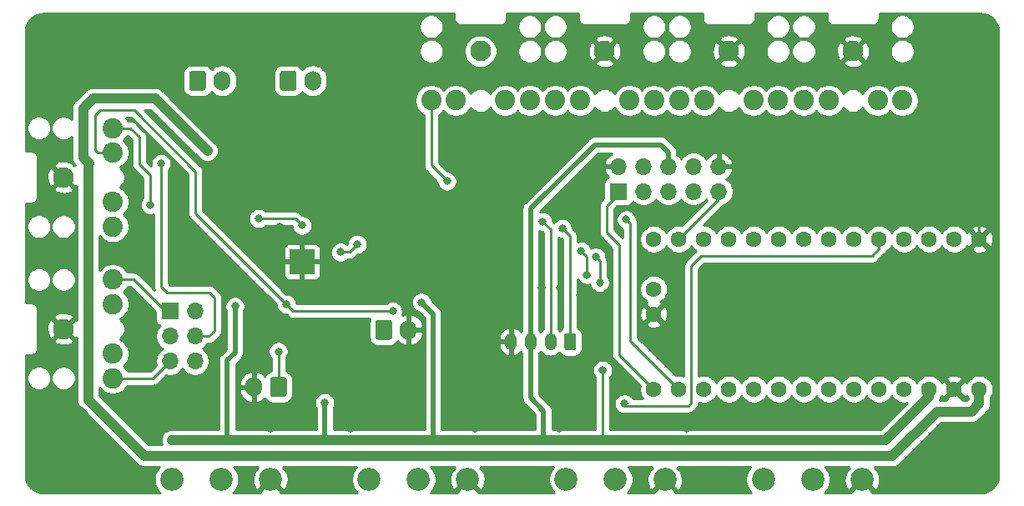
<source format=gbl>
%TF.GenerationSoftware,KiCad,Pcbnew,5.1.12-84ad8e8a86~92~ubuntu20.04.1*%
%TF.CreationDate,2021-11-09T22:05:52-08:00*%
%TF.ProjectId,TeensyKeyerShield,5465656e-7379-44b6-9579-657253686965,0.91*%
%TF.SameCoordinates,PX4c4b400PY42c1d80*%
%TF.FileFunction,Copper,L2,Bot*%
%TF.FilePolarity,Positive*%
%FSLAX46Y46*%
G04 Gerber Fmt 4.6, Leading zero omitted, Abs format (unit mm)*
G04 Created by KiCad (PCBNEW 5.1.12-84ad8e8a86~92~ubuntu20.04.1) date 2021-11-09 22:05:52*
%MOMM*%
%LPD*%
G01*
G04 APERTURE LIST*
%TA.AperFunction,ComponentPad*%
%ADD10C,6.350000*%
%TD*%
%TA.AperFunction,ComponentPad*%
%ADD11C,2.340000*%
%TD*%
%TA.AperFunction,ComponentPad*%
%ADD12C,1.600000*%
%TD*%
%TA.AperFunction,ComponentPad*%
%ADD13O,1.700000X2.000000*%
%TD*%
%TA.AperFunction,ComponentPad*%
%ADD14C,2.100000*%
%TD*%
%TA.AperFunction,ComponentPad*%
%ADD15C,2.050000*%
%TD*%
%TA.AperFunction,ComponentPad*%
%ADD16C,0.500000*%
%TD*%
%TA.AperFunction,SMDPad,CuDef*%
%ADD17R,2.500000X2.500000*%
%TD*%
%TA.AperFunction,ComponentPad*%
%ADD18R,1.700000X1.700000*%
%TD*%
%TA.AperFunction,ComponentPad*%
%ADD19O,1.700000X1.700000*%
%TD*%
%TA.AperFunction,ComponentPad*%
%ADD20O,1.200000X1.750000*%
%TD*%
%TA.AperFunction,ViaPad*%
%ADD21C,0.800000*%
%TD*%
%TA.AperFunction,Conductor*%
%ADD22C,0.250000*%
%TD*%
%TA.AperFunction,Conductor*%
%ADD23C,1.000000*%
%TD*%
%TA.AperFunction,Conductor*%
%ADD24C,0.500000*%
%TD*%
%TA.AperFunction,Conductor*%
%ADD25C,0.254000*%
%TD*%
%TA.AperFunction,Conductor*%
%ADD26C,0.100000*%
%TD*%
G04 APERTURE END LIST*
D10*
%TO.P,MH1,1*%
%TO.N,GND*%
X95800000Y-45800000D03*
%TD*%
%TO.P,MH2,1*%
%TO.N,GND*%
X95500000Y-4500000D03*
%TD*%
%TO.P,MH3,1*%
%TO.N,GND*%
X4500000Y-4500000D03*
%TD*%
%TO.P,MH4,1*%
%TO.N,GND*%
X4500000Y-45500000D03*
%TD*%
D11*
%TO.P,RV2,3*%
%TO.N,GND*%
X45500000Y-48000000D03*
%TO.P,RV2,2*%
%TO.N,Net-(C27-Pad1)*%
X40500000Y-48000000D03*
%TO.P,RV2,1*%
%TO.N,+3V3*%
X35500000Y-48000000D03*
%TD*%
D12*
%TO.P,U3,17*%
%TO.N,GND*%
X64390000Y-31200000D03*
%TO.P,U3,20*%
%TO.N,Net-(J11-Pad1)*%
X64390000Y-38820000D03*
%TO.P,U3,16*%
%TO.N,+3V3*%
X64390000Y-28660000D03*
%TO.P,U3,14*%
%TO.N,Net-(J11-Pad3)*%
X64390000Y-23580000D03*
%TO.P,U3,21*%
%TO.N,Net-(R14-Pad1)*%
X66930000Y-38820000D03*
%TO.P,U3,22*%
%TO.N,Net-(C26-Pad1)*%
X69470000Y-38820000D03*
%TO.P,U3,23*%
%TO.N,Net-(C27-Pad1)*%
X72010000Y-38820000D03*
%TO.P,U3,24*%
%TO.N,Net-(C28-Pad1)*%
X74550000Y-38820000D03*
%TO.P,U3,25*%
%TO.N,SDIN*%
X77090000Y-38820000D03*
%TO.P,U3,26*%
%TO.N,SCLK*%
X79630000Y-38820000D03*
%TO.P,U3,27*%
%TO.N,LRCLK*%
X82170000Y-38820000D03*
%TO.P,U3,28*%
%TO.N,BCLK*%
X84710000Y-38820000D03*
%TO.P,U3,29*%
%TO.N,Net-(C33-Pad1)*%
X87250000Y-38820000D03*
%TO.P,U3,30*%
%TO.N,MCLK*%
X89790000Y-38820000D03*
%TO.P,U3,31*%
%TO.N,+3V3*%
X92330000Y-38820000D03*
%TO.P,U3,32*%
%TO.N,GND*%
X94870000Y-38820000D03*
%TO.P,U3,33*%
%TO.N,+5V*%
X97410000Y-38820000D03*
%TO.P,U3,13*%
%TO.N,Net-(J11-Pad9)*%
X66930000Y-23580000D03*
%TO.P,U3,12*%
%TO.N,Net-(J11-Pad5)*%
X69470000Y-23580000D03*
%TO.P,U3,11*%
%TO.N,Net-(J11-Pad7)*%
X72010000Y-23580000D03*
%TO.P,U3,10*%
%TO.N,ADCDAT*%
X74550000Y-23580000D03*
%TO.P,U3,9*%
%TO.N,DACDAT*%
X77090000Y-23580000D03*
%TO.P,U3,8*%
%TO.N,Net-(J11-Pad8)*%
X79630000Y-23580000D03*
%TO.P,U3,7*%
%TO.N,Net-(R11-Pad1)*%
X82170000Y-23580000D03*
%TO.P,U3,6*%
%TO.N,Net-(R10-Pad1)*%
X84710000Y-23580000D03*
%TO.P,U3,5*%
%TO.N,MICPTT*%
X87250000Y-23580000D03*
%TO.P,U3,4*%
%TO.N,Net-(C29-Pad1)*%
X89790000Y-23580000D03*
%TO.P,U3,3*%
%TO.N,Net-(C31-Pad1)*%
X92330000Y-23580000D03*
%TO.P,U3,2*%
%TO.N,Net-(C32-Pad1)*%
X94870000Y-23580000D03*
%TO.P,U3,1*%
%TO.N,GND*%
X97410000Y-23580000D03*
%TD*%
D13*
%TO.P,J1,2*%
%TO.N,GND*%
X23800000Y-38600000D03*
%TO.P,J1,1*%
%TO.N,Net-(C9-Pad2)*%
%TA.AperFunction,ComponentPad*%
G36*
G01*
X27150000Y-37850000D02*
X27150000Y-39350000D01*
G75*
G02*
X26900000Y-39600000I-250000J0D01*
G01*
X25700000Y-39600000D01*
G75*
G02*
X25450000Y-39350000I0J250000D01*
G01*
X25450000Y-37850000D01*
G75*
G02*
X25700000Y-37600000I250000J0D01*
G01*
X26900000Y-37600000D01*
G75*
G02*
X27150000Y-37850000I0J-250000D01*
G01*
G37*
%TD.AperFunction*%
%TD*%
%TO.P,J2,2*%
%TO.N,GND*%
X39500000Y-32800000D03*
%TO.P,J2,1*%
%TO.N,Net-(C11-Pad2)*%
%TA.AperFunction,ComponentPad*%
G36*
G01*
X36150000Y-33550000D02*
X36150000Y-32050000D01*
G75*
G02*
X36400000Y-31800000I250000J0D01*
G01*
X37600000Y-31800000D01*
G75*
G02*
X37850000Y-32050000I0J-250000D01*
G01*
X37850000Y-33550000D01*
G75*
G02*
X37600000Y-33800000I-250000J0D01*
G01*
X36400000Y-33800000D01*
G75*
G02*
X36150000Y-33550000I0J250000D01*
G01*
G37*
%TD.AperFunction*%
%TD*%
%TO.P,J3,1*%
%TO.N,Net-(C16-Pad1)*%
%TA.AperFunction,ComponentPad*%
G36*
G01*
X17250000Y-8250000D02*
X17250000Y-6750000D01*
G75*
G02*
X17500000Y-6500000I250000J0D01*
G01*
X18700000Y-6500000D01*
G75*
G02*
X18950000Y-6750000I0J-250000D01*
G01*
X18950000Y-8250000D01*
G75*
G02*
X18700000Y-8500000I-250000J0D01*
G01*
X17500000Y-8500000D01*
G75*
G02*
X17250000Y-8250000I0J250000D01*
G01*
G37*
%TD.AperFunction*%
%TO.P,J3,2*%
%TO.N,Net-(C16-Pad2)*%
X20600000Y-7500000D03*
%TD*%
%TO.P,J4,1*%
%TO.N,Net-(C17-Pad1)*%
%TA.AperFunction,ComponentPad*%
G36*
G01*
X26450000Y-8250000D02*
X26450000Y-6750000D01*
G75*
G02*
X26700000Y-6500000I250000J0D01*
G01*
X27900000Y-6500000D01*
G75*
G02*
X28150000Y-6750000I0J-250000D01*
G01*
X28150000Y-8250000D01*
G75*
G02*
X27900000Y-8500000I-250000J0D01*
G01*
X26700000Y-8500000D01*
G75*
G02*
X26450000Y-8250000I0J250000D01*
G01*
G37*
%TD.AperFunction*%
%TO.P,J4,2*%
%TO.N,Net-(C17-Pad2)*%
X29800000Y-7500000D03*
%TD*%
D14*
%TO.P,J5,S*%
%TO.N,GND*%
X4500000Y-17300000D03*
D15*
%TO.P,J5,T*%
%TO.N,Net-(C14-Pad1)*%
X9500000Y-22300000D03*
%TO.P,J5,TN*%
%TO.N,Net-(J5-PadTN)*%
X9500000Y-19800000D03*
%TO.P,J5,R*%
%TO.N,Net-(C13-Pad1)*%
X9500000Y-12300000D03*
%TO.P,J5,RN*%
%TO.N,JACKDET*%
X9500000Y-14800000D03*
%TD*%
%TO.P,J6,RN*%
%TO.N,Net-(J6-PadRN)*%
X9500000Y-30200000D03*
%TO.P,J6,R*%
%TO.N,Net-(J6-PadR)*%
X9500000Y-27700000D03*
%TO.P,J6,TN*%
%TO.N,Net-(J6-PadTN)*%
X9500000Y-35200000D03*
%TO.P,J6,T*%
%TO.N,Net-(J6-PadT)*%
X9500000Y-37700000D03*
D14*
%TO.P,J6,S*%
%TO.N,GND*%
X4500000Y-32700000D03*
%TD*%
%TO.P,J7,S*%
%TO.N,GND*%
X72000000Y-4500000D03*
D15*
%TO.P,J7,T*%
%TO.N,Net-(FB10-Pad2)*%
X67000000Y-9500000D03*
%TO.P,J7,TN*%
%TO.N,Net-(J7-PadTN)*%
X69500000Y-9500000D03*
%TO.P,J7,R*%
%TO.N,Net-(FB10-Pad2)*%
X77000000Y-9500000D03*
%TO.P,J7,RN*%
%TO.N,Net-(J7-PadRN)*%
X74500000Y-9500000D03*
%TD*%
%TO.P,J8,RN*%
%TO.N,Net-(J8-PadRN)*%
X61900000Y-9500000D03*
%TO.P,J8,R*%
%TO.N,Net-(FB11-Pad2)*%
X64400000Y-9500000D03*
%TO.P,J8,TN*%
%TO.N,Net-(J8-PadTN)*%
X56900000Y-9500000D03*
%TO.P,J8,T*%
%TO.N,Net-(FB11-Pad2)*%
X54400000Y-9500000D03*
D14*
%TO.P,J8,S*%
%TO.N,GND*%
X59400000Y-4500000D03*
%TD*%
%TO.P,J9,S*%
%TO.N,Net-(J9-PadS)*%
X46800000Y-4500000D03*
D15*
%TO.P,J9,T*%
%TO.N,Net-(J9-PadT)*%
X41800000Y-9500000D03*
%TO.P,J9,TN*%
%TO.N,Net-(J9-PadTN)*%
X44300000Y-9500000D03*
%TO.P,J9,R*%
%TO.N,Net-(J9-PadR)*%
X51800000Y-9500000D03*
%TO.P,J9,RN*%
%TO.N,Net-(J9-PadRN)*%
X49300000Y-9500000D03*
%TD*%
%TO.P,J12,RN*%
%TO.N,Net-(J12-PadRN)*%
X87100000Y-9500000D03*
%TO.P,J12,R*%
%TO.N,Net-(FB13-Pad2)*%
X89600000Y-9500000D03*
%TO.P,J12,TN*%
%TO.N,Net-(J12-PadTN)*%
X82100000Y-9500000D03*
%TO.P,J12,T*%
%TO.N,Net-(FB12-Pad2)*%
X79600000Y-9500000D03*
D14*
%TO.P,J12,S*%
%TO.N,GND*%
X84600000Y-4500000D03*
%TD*%
D11*
%TO.P,RV1,1*%
%TO.N,+3V3*%
X15500000Y-48000000D03*
%TO.P,RV1,2*%
%TO.N,Net-(C26-Pad1)*%
X20500000Y-48000000D03*
%TO.P,RV1,3*%
%TO.N,GND*%
X25500000Y-48000000D03*
%TD*%
%TO.P,RV3,1*%
%TO.N,+3V3*%
X55500000Y-48000000D03*
%TO.P,RV3,2*%
%TO.N,Net-(C28-Pad1)*%
X60500000Y-48000000D03*
%TO.P,RV3,3*%
%TO.N,GND*%
X65500000Y-48000000D03*
%TD*%
%TO.P,RV4,3*%
%TO.N,GND*%
X85500000Y-48000000D03*
%TO.P,RV4,2*%
%TO.N,Net-(C33-Pad1)*%
X80500000Y-48000000D03*
%TO.P,RV4,1*%
%TO.N,+3V3*%
X75500000Y-48000000D03*
%TD*%
D16*
%TO.P,U1,33*%
%TO.N,GND*%
X27700000Y-26900000D03*
X27700000Y-25900000D03*
X27700000Y-24900000D03*
X28700000Y-26900000D03*
X28700000Y-25900000D03*
X28700000Y-24900000D03*
X29700000Y-26900000D03*
X29700000Y-25900000D03*
X29700000Y-24900000D03*
D17*
X28700000Y-25900000D03*
%TD*%
D18*
%TO.P,J11,1*%
%TO.N,Net-(J11-Pad1)*%
X60800000Y-18740000D03*
D19*
%TO.P,J11,2*%
%TO.N,GND*%
X60800000Y-16200000D03*
%TO.P,J11,3*%
%TO.N,Net-(J11-Pad3)*%
X63340000Y-18740000D03*
%TO.P,J11,4*%
%TO.N,Net-(J11-Pad4)*%
X63340000Y-16200000D03*
%TO.P,J11,5*%
%TO.N,Net-(J11-Pad5)*%
X65880000Y-18740000D03*
%TO.P,J11,6*%
%TO.N,+3V3*%
X65880000Y-16200000D03*
%TO.P,J11,7*%
%TO.N,Net-(J11-Pad7)*%
X68420000Y-18740000D03*
%TO.P,J11,8*%
%TO.N,Net-(J11-Pad8)*%
X68420000Y-16200000D03*
%TO.P,J11,9*%
%TO.N,Net-(J11-Pad9)*%
X70960000Y-18740000D03*
%TO.P,J11,10*%
%TO.N,GND*%
X70960000Y-16200000D03*
%TD*%
D18*
%TO.P,JP1,1*%
%TO.N,Net-(J6-PadR)*%
X15300000Y-30900000D03*
D19*
%TO.P,JP1,2*%
X17840000Y-30900000D03*
%TO.P,JP1,3*%
%TO.N,Net-(FB7-Pad1)*%
X15300000Y-33440000D03*
%TO.P,JP1,4*%
%TO.N,Net-(C15-Pad1)*%
X17840000Y-33440000D03*
%TO.P,JP1,5*%
%TO.N,Net-(J6-PadT)*%
X15300000Y-35980000D03*
%TO.P,JP1,6*%
X17840000Y-35980000D03*
%TD*%
%TO.P,J10,1*%
%TO.N,SCLK*%
%TA.AperFunction,ComponentPad*%
G36*
G01*
X56500000Y-33374999D02*
X56500000Y-34625001D01*
G75*
G02*
X56250001Y-34875000I-249999J0D01*
G01*
X55549999Y-34875000D01*
G75*
G02*
X55300000Y-34625001I0J249999D01*
G01*
X55300000Y-33374999D01*
G75*
G02*
X55549999Y-33125000I249999J0D01*
G01*
X56250001Y-33125000D01*
G75*
G02*
X56500000Y-33374999I0J-249999D01*
G01*
G37*
%TD.AperFunction*%
D20*
%TO.P,J10,2*%
%TO.N,SDIN*%
X53900000Y-34000000D03*
%TO.P,J10,3*%
%TO.N,+3V3*%
X51900000Y-34000000D03*
%TO.P,J10,4*%
%TO.N,GND*%
X49900000Y-34000000D03*
%TD*%
D21*
%TO.N,+5V*%
X28700000Y-22200000D03*
X24300000Y-21500000D03*
X19100000Y-14600000D03*
%TO.N,GND*%
X30400000Y-21300000D03*
X32400000Y-27900000D03*
X33600000Y-29800000D03*
X25600000Y-34000000D03*
X26400000Y-22300000D03*
X25600000Y-14200000D03*
X27500000Y-11000000D03*
X20300000Y-12700000D03*
X15900000Y-16300000D03*
X15900000Y-19100000D03*
X23400000Y-19300000D03*
X34900000Y-20100000D03*
X37100000Y-16900000D03*
X17000000Y-27200000D03*
X12400000Y-26100000D03*
X12400000Y-23800000D03*
X39000000Y-39900000D03*
X39700000Y-36600000D03*
X29500000Y-39300000D03*
X88900000Y-12300000D03*
X93300000Y-12300000D03*
X84800000Y-12300000D03*
X79900000Y-12300000D03*
X48400000Y-19200000D03*
X52700000Y-12900000D03*
X25500000Y-42800000D03*
X46200000Y-42800000D03*
X67700000Y-42800000D03*
X85500000Y-42600000D03*
X71350000Y-31150000D03*
X40000000Y-20100000D03*
X40000000Y-18000000D03*
X44800000Y-20100000D03*
X12600000Y-4800000D03*
X15800000Y-4800000D03*
X24900000Y-5000000D03*
X29700000Y-5000000D03*
X17500000Y-10400000D03*
X23300000Y-22500000D03*
X12800000Y-32200000D03*
X26000000Y-31500000D03*
X17500000Y-38300000D03*
X43800000Y-36600000D03*
X47000000Y-38500000D03*
X45200000Y-29900000D03*
X46400000Y-33800000D03*
X97300000Y-30800000D03*
X87800000Y-31100000D03*
X84800000Y-31100000D03*
X97300000Y-35400000D03*
X76000000Y-41000000D03*
X54800000Y-42800000D03*
X33600000Y-42800000D03*
X16100000Y-42000000D03*
X96700000Y-16100000D03*
X93500000Y-20700000D03*
X91100000Y-20600000D03*
X88500000Y-20800000D03*
X85300000Y-21000000D03*
X81700000Y-21000000D03*
X74600000Y-20700000D03*
X78500000Y-27000000D03*
X82600000Y-27000000D03*
X86300000Y-35900000D03*
X30800000Y-9700000D03*
X21600000Y-10100000D03*
X11700000Y-17600000D03*
X47300000Y-11600000D03*
X24000000Y-29600000D03*
X53000000Y-28500000D03*
X54900000Y-28500000D03*
X56900000Y-29300000D03*
%TO.N,Net-(C13-Pad1)*%
X13300000Y-20100000D03*
%TO.N,Net-(C9-Pad2)*%
X26300000Y-35000000D03*
%TO.N,Net-(C15-Pad1)*%
X14400000Y-15900000D03*
%TO.N,MICPTT*%
X61400000Y-40300000D03*
%TO.N,+3V3*%
X21900000Y-30400000D03*
X40800000Y-30000000D03*
X31000000Y-40200000D03*
X59200000Y-36900000D03*
X15500000Y-44000000D03*
X35500000Y-44000000D03*
X55500000Y-44000000D03*
X75500000Y-44000000D03*
%TO.N,JACKDET*%
X37900000Y-30900000D03*
X27100000Y-30200000D03*
%TO.N,Net-(J9-PadT)*%
X43400000Y-17700000D03*
%TO.N,SDIN*%
X53100000Y-21800000D03*
%TO.N,SCLK*%
X55100000Y-22500000D03*
%TO.N,BCLK*%
X58900000Y-28000000D03*
X58500000Y-25400000D03*
%TO.N,LRCLK*%
X57600000Y-27200000D03*
X57000000Y-24800000D03*
%TO.N,DACDAT*%
X32600000Y-24900000D03*
X34300000Y-24100000D03*
%TO.N,Net-(R14-Pad1)*%
X61600000Y-21600000D03*
%TD*%
D22*
%TO.N,+5V*%
X28000000Y-21500000D02*
X28700000Y-22200000D01*
X24300000Y-21500000D02*
X28000000Y-21500000D01*
D23*
X6500000Y-10300000D02*
X7500000Y-9300000D01*
X7000000Y-39900000D02*
X7000000Y-16000000D01*
X6500000Y-15300000D02*
X6500000Y-10300000D01*
X12700000Y-45600000D02*
X7000000Y-39900000D01*
X88600000Y-45600000D02*
X12700000Y-45600000D01*
X93100000Y-41100000D02*
X88600000Y-45600000D01*
X96600000Y-41100000D02*
X93100000Y-41100000D01*
X7500000Y-9300000D02*
X13800000Y-9300000D01*
X7100000Y-15900000D02*
X6500000Y-15300000D01*
X97410000Y-40290000D02*
X96600000Y-41100000D01*
X13800000Y-9300000D02*
X19100000Y-14600000D01*
X7000000Y-16000000D02*
X7100000Y-15900000D01*
X97410000Y-38820000D02*
X97410000Y-40290000D01*
D24*
%TO.N,GND*%
X28700000Y-25900000D02*
X26400000Y-25900000D01*
X28700000Y-25900000D02*
X28700000Y-23900000D01*
X28700000Y-25900000D02*
X31200000Y-25900000D01*
X28700000Y-25900000D02*
X28700000Y-28000000D01*
D22*
X88100000Y-30800000D02*
X87800000Y-31100000D01*
X97300000Y-30800000D02*
X88100000Y-30800000D01*
X17500000Y-40600000D02*
X16100000Y-42000000D01*
X17500000Y-38300000D02*
X17500000Y-40600000D01*
X97410000Y-16810000D02*
X96700000Y-16100000D01*
X97410000Y-20490000D02*
X93710000Y-20490000D01*
X97410000Y-23580000D02*
X97410000Y-20490000D01*
X93710000Y-20490000D02*
X93500000Y-20700000D01*
X97410000Y-20490000D02*
X97410000Y-16810000D01*
X91200000Y-20700000D02*
X91100000Y-20600000D01*
X93500000Y-20700000D02*
X91200000Y-20700000D01*
X88700000Y-20600000D02*
X88500000Y-20800000D01*
X91100000Y-20600000D02*
X88700000Y-20600000D01*
X85500000Y-20800000D02*
X85300000Y-21000000D01*
X88500000Y-20800000D02*
X85500000Y-20800000D01*
X85300000Y-21000000D02*
X81700000Y-21000000D01*
X74900000Y-21000000D02*
X74600000Y-20700000D01*
X81700000Y-21000000D02*
X74900000Y-21000000D01*
X74350000Y-31150000D02*
X78500000Y-27000000D01*
X71350000Y-31150000D02*
X74350000Y-31150000D01*
X84800000Y-29200000D02*
X82600000Y-27000000D01*
X84800000Y-31100000D02*
X84800000Y-29200000D01*
X84800000Y-34400000D02*
X86300000Y-35900000D01*
X84800000Y-31100000D02*
X84800000Y-34400000D01*
X29500000Y-11000000D02*
X30800000Y-9700000D01*
X27500000Y-11000000D02*
X29500000Y-11000000D01*
X21300000Y-10400000D02*
X21600000Y-10100000D01*
X17500000Y-10400000D02*
X21300000Y-10400000D01*
X12400000Y-23800000D02*
X12400000Y-21600000D01*
X11700000Y-20900000D02*
X11700000Y-17600000D01*
X12400000Y-21600000D02*
X11700000Y-20900000D01*
X48600000Y-12900000D02*
X47300000Y-11600000D01*
X52700000Y-12900000D02*
X48600000Y-12900000D01*
X24100000Y-29600000D02*
X24000000Y-29600000D01*
X26000000Y-31500000D02*
X24100000Y-29600000D01*
%TO.N,Net-(C13-Pad1)*%
X9500000Y-12300000D02*
X11300000Y-12300000D01*
X11300000Y-12300000D02*
X12200000Y-13200000D01*
X13300000Y-17100000D02*
X12200000Y-16000000D01*
X13300000Y-20100000D02*
X13300000Y-17100000D01*
X12200000Y-13200000D02*
X12200000Y-16000000D01*
%TO.N,Net-(C9-Pad2)*%
X26300000Y-35000000D02*
X26300000Y-38600000D01*
%TO.N,Net-(C15-Pad1)*%
X17840000Y-33440000D02*
X19260000Y-33440000D01*
X19260000Y-33440000D02*
X19700000Y-33000000D01*
X19700000Y-33000000D02*
X19800000Y-32900000D01*
X19800000Y-32900000D02*
X19800000Y-29500000D01*
X19800000Y-29500000D02*
X19300000Y-29000000D01*
X19300000Y-29000000D02*
X15000000Y-29000000D01*
X15000000Y-29000000D02*
X14500000Y-28500000D01*
X14500000Y-28500000D02*
X14400000Y-28400000D01*
X14400000Y-28400000D02*
X14400000Y-18000000D01*
X14400000Y-18000000D02*
X14400000Y-15900000D01*
%TO.N,MICPTT*%
X87250000Y-23580000D02*
X87250000Y-24550000D01*
X87250000Y-24550000D02*
X86500000Y-25300000D01*
X86500000Y-25300000D02*
X71600000Y-25300000D01*
X71600000Y-25300000D02*
X71500000Y-25300000D01*
X61600000Y-40500000D02*
X61400000Y-40300000D01*
X67900000Y-40500000D02*
X61600000Y-40500000D01*
X68200000Y-40200000D02*
X67900000Y-40500000D01*
X68200000Y-26300000D02*
X68200000Y-40200000D01*
X69200000Y-25300000D02*
X68200000Y-26300000D01*
X71600000Y-25300000D02*
X69200000Y-25300000D01*
D23*
%TO.N,+3V3*%
X92330000Y-38820000D02*
X92330000Y-39570000D01*
X92330000Y-39570000D02*
X91600000Y-40300000D01*
X91600000Y-40300000D02*
X88200000Y-43700000D01*
X88200000Y-43700000D02*
X87900000Y-44000000D01*
X87900000Y-44000000D02*
X75500000Y-44000000D01*
D24*
X65880000Y-16200000D02*
X65880000Y-14780000D01*
X65880000Y-14780000D02*
X65100000Y-14000000D01*
X65100000Y-14000000D02*
X58400000Y-14000000D01*
X58400000Y-14000000D02*
X51900000Y-20500000D01*
X51900000Y-20500000D02*
X51900000Y-34000000D01*
X51900000Y-34000000D02*
X51900000Y-39700000D01*
X53200000Y-41000000D02*
X53200000Y-44000000D01*
X51900000Y-39700000D02*
X53200000Y-41000000D01*
D23*
X53200000Y-44000000D02*
X43400000Y-44000000D01*
X55500000Y-44000000D02*
X53200000Y-44000000D01*
X59200000Y-44000000D02*
X55500000Y-44000000D01*
D22*
X59200000Y-36900000D02*
X59200000Y-44000000D01*
D23*
X75500000Y-44000000D02*
X59200000Y-44000000D01*
D24*
X31000000Y-43600000D02*
X31400000Y-44000000D01*
X31000000Y-40200000D02*
X31000000Y-43600000D01*
D23*
X31400000Y-44000000D02*
X23700000Y-44000000D01*
X35500000Y-44000000D02*
X31400000Y-44000000D01*
D24*
X21900000Y-30400000D02*
X21900000Y-35100000D01*
X21900000Y-35100000D02*
X21100000Y-35900000D01*
X21100000Y-35900000D02*
X21100000Y-43300000D01*
X21100000Y-43300000D02*
X21100000Y-44000000D01*
D23*
X21100000Y-44000000D02*
X15500000Y-44000000D01*
X23700000Y-44000000D02*
X21100000Y-44000000D01*
D24*
X40800000Y-30000000D02*
X42000000Y-31200000D01*
X42000000Y-43600000D02*
X42400000Y-44000000D01*
X42000000Y-31200000D02*
X42000000Y-43600000D01*
D23*
X42400000Y-44000000D02*
X35500000Y-44000000D01*
X43400000Y-44000000D02*
X42400000Y-44000000D01*
D22*
%TO.N,JACKDET*%
X27800000Y-30900000D02*
X27100000Y-30200000D01*
X37900000Y-30900000D02*
X27800000Y-30900000D01*
X8000000Y-14800000D02*
X9500000Y-14800000D01*
X7700000Y-11000000D02*
X7700000Y-14500000D01*
X8200000Y-10500000D02*
X7700000Y-11000000D01*
X11700000Y-10500000D02*
X8200000Y-10500000D01*
X7700000Y-14500000D02*
X8000000Y-14800000D01*
X17900000Y-16700000D02*
X11700000Y-10500000D01*
X17900000Y-21000000D02*
X17900000Y-16700000D01*
X27100000Y-30200000D02*
X17900000Y-21000000D01*
%TO.N,Net-(J6-PadR)*%
X15300000Y-30900000D02*
X14800000Y-30900000D01*
X11600000Y-27700000D02*
X9500000Y-27700000D01*
X14800000Y-30900000D02*
X11600000Y-27700000D01*
%TO.N,Net-(J6-PadT)*%
X13580000Y-37700000D02*
X15300000Y-35980000D01*
X9500000Y-37700000D02*
X13580000Y-37700000D01*
%TO.N,Net-(J9-PadT)*%
X41800000Y-16100000D02*
X43400000Y-17700000D01*
X41800000Y-9500000D02*
X41800000Y-16100000D01*
%TO.N,SDIN*%
X53100000Y-21800000D02*
X53900000Y-22600000D01*
X53900000Y-22600000D02*
X53900000Y-34000000D01*
%TO.N,SCLK*%
X55100000Y-22500000D02*
X55900000Y-23300000D01*
X55900000Y-23300000D02*
X55900000Y-34000000D01*
%TO.N,Net-(J11-Pad1)*%
X60900000Y-35330000D02*
X64390000Y-38820000D01*
X60800000Y-18740000D02*
X60800000Y-19000000D01*
X60800000Y-19000000D02*
X59600000Y-20200000D01*
X59600000Y-20200000D02*
X59600000Y-22900000D01*
X59600000Y-22900000D02*
X60900000Y-24200000D01*
X60900000Y-24200000D02*
X60900000Y-35330000D01*
%TO.N,BCLK*%
X58900000Y-25800000D02*
X58500000Y-25400000D01*
X58900000Y-28000000D02*
X58900000Y-25800000D01*
%TO.N,LRCLK*%
X57600000Y-25400000D02*
X57600000Y-27200000D01*
X57000000Y-24800000D02*
X57600000Y-25400000D01*
%TO.N,DACDAT*%
X33500000Y-24900000D02*
X34300000Y-24100000D01*
X32600000Y-24900000D02*
X33500000Y-24900000D01*
%TO.N,Net-(J11-Pad9)*%
X70960000Y-19550000D02*
X70960000Y-18740000D01*
X66930000Y-23580000D02*
X70960000Y-19550000D01*
%TO.N,Net-(R14-Pad1)*%
X62000000Y-33890000D02*
X66930000Y-38820000D01*
X62000000Y-22000000D02*
X62000000Y-33890000D01*
X61600000Y-21600000D02*
X62000000Y-22000000D01*
%TD*%
D25*
%TO.N,GND*%
X44140000Y-1167580D02*
X44136807Y-1200000D01*
X44149550Y-1329383D01*
X44187290Y-1453793D01*
X44248575Y-1568450D01*
X44285532Y-1613482D01*
X44331052Y-1668948D01*
X44431550Y-1751425D01*
X44546207Y-1812710D01*
X44670617Y-1850450D01*
X44800000Y-1863193D01*
X44832419Y-1860000D01*
X48767581Y-1860000D01*
X48800000Y-1863193D01*
X48832419Y-1860000D01*
X48929383Y-1850450D01*
X49053793Y-1812710D01*
X49168450Y-1751425D01*
X49268948Y-1668948D01*
X49351425Y-1568450D01*
X49412710Y-1453793D01*
X49450450Y-1329383D01*
X49463193Y-1200000D01*
X49460000Y-1167581D01*
X49460000Y-660000D01*
X56740000Y-660000D01*
X56740000Y-1167580D01*
X56736807Y-1200000D01*
X56749550Y-1329383D01*
X56787290Y-1453793D01*
X56848575Y-1568450D01*
X56885532Y-1613482D01*
X56931052Y-1668948D01*
X57031550Y-1751425D01*
X57146207Y-1812710D01*
X57270617Y-1850450D01*
X57400000Y-1863193D01*
X57432419Y-1860000D01*
X61367581Y-1860000D01*
X61400000Y-1863193D01*
X61432419Y-1860000D01*
X61529383Y-1850450D01*
X61653793Y-1812710D01*
X61768450Y-1751425D01*
X61868948Y-1668948D01*
X61951425Y-1568450D01*
X62012710Y-1453793D01*
X62050450Y-1329383D01*
X62063193Y-1200000D01*
X62060000Y-1167581D01*
X62060000Y-660000D01*
X69340000Y-660000D01*
X69340000Y-1167580D01*
X69336807Y-1200000D01*
X69349550Y-1329383D01*
X69387290Y-1453793D01*
X69448575Y-1568450D01*
X69485532Y-1613482D01*
X69531052Y-1668948D01*
X69631550Y-1751425D01*
X69746207Y-1812710D01*
X69870617Y-1850450D01*
X70000000Y-1863193D01*
X70032419Y-1860000D01*
X73967581Y-1860000D01*
X74000000Y-1863193D01*
X74032419Y-1860000D01*
X74129383Y-1850450D01*
X74253793Y-1812710D01*
X74368450Y-1751425D01*
X74468948Y-1668948D01*
X74551425Y-1568450D01*
X74612710Y-1453793D01*
X74650450Y-1329383D01*
X74663193Y-1200000D01*
X74660000Y-1167581D01*
X74660000Y-660000D01*
X81940000Y-660000D01*
X81940000Y-1167580D01*
X81936807Y-1200000D01*
X81949550Y-1329383D01*
X81987290Y-1453793D01*
X82048575Y-1568450D01*
X82085532Y-1613482D01*
X82131052Y-1668948D01*
X82231550Y-1751425D01*
X82346207Y-1812710D01*
X82470617Y-1850450D01*
X82600000Y-1863193D01*
X82632419Y-1860000D01*
X86567581Y-1860000D01*
X86600000Y-1863193D01*
X86632419Y-1860000D01*
X86729383Y-1850450D01*
X86853793Y-1812710D01*
X86968450Y-1751425D01*
X87068948Y-1668948D01*
X87151425Y-1568450D01*
X87212710Y-1453793D01*
X87250450Y-1329383D01*
X87263193Y-1200000D01*
X87260000Y-1167581D01*
X87260000Y-660000D01*
X97467721Y-660000D01*
X97856775Y-698147D01*
X98199967Y-801763D01*
X98516489Y-970062D01*
X98794299Y-1196637D01*
X99022806Y-1472856D01*
X99193310Y-1788197D01*
X99299319Y-2130656D01*
X99340001Y-2517722D01*
X99340000Y-47467721D01*
X99301853Y-47856776D01*
X99198238Y-48199964D01*
X99029939Y-48516489D01*
X98803365Y-48794296D01*
X98527146Y-49022805D01*
X98211803Y-49193310D01*
X97869344Y-49299319D01*
X97482288Y-49340000D01*
X86542585Y-49340000D01*
X86576997Y-49256602D01*
X85500000Y-48179605D01*
X84423003Y-49256602D01*
X84457415Y-49340000D01*
X81712656Y-49340000D01*
X81902035Y-49150621D01*
X82099571Y-48854988D01*
X82235635Y-48526499D01*
X82305000Y-48177777D01*
X82305000Y-47822223D01*
X82235635Y-47473501D01*
X82099571Y-47145012D01*
X81902035Y-46849379D01*
X81787656Y-46735000D01*
X84200862Y-46735000D01*
X84128127Y-46807735D01*
X84243396Y-46923004D01*
X83961611Y-47039275D01*
X83803743Y-47357860D01*
X83711062Y-47701122D01*
X83687127Y-48055869D01*
X83732861Y-48408470D01*
X83846505Y-48745373D01*
X83961611Y-48960725D01*
X84243398Y-49076997D01*
X85320395Y-48000000D01*
X85306253Y-47985858D01*
X85485858Y-47806253D01*
X85500000Y-47820395D01*
X85514143Y-47806253D01*
X85693748Y-47985858D01*
X85679605Y-48000000D01*
X86756602Y-49076997D01*
X87038389Y-48960725D01*
X87196257Y-48642140D01*
X87288938Y-48298878D01*
X87312873Y-47944131D01*
X87267139Y-47591530D01*
X87153495Y-47254627D01*
X87038389Y-47039275D01*
X86756604Y-46923004D01*
X86871873Y-46807735D01*
X86799138Y-46735000D01*
X88544249Y-46735000D01*
X88600000Y-46740491D01*
X88655751Y-46735000D01*
X88655752Y-46735000D01*
X88822499Y-46718577D01*
X89036447Y-46653676D01*
X89233623Y-46548284D01*
X89406449Y-46406449D01*
X89441996Y-46363135D01*
X93570132Y-42235000D01*
X96544249Y-42235000D01*
X96600000Y-42240491D01*
X96655751Y-42235000D01*
X96655752Y-42235000D01*
X96822499Y-42218577D01*
X97036447Y-42153676D01*
X97233623Y-42048284D01*
X97406449Y-41906449D01*
X97441995Y-41863136D01*
X98173140Y-41131992D01*
X98216449Y-41096449D01*
X98358284Y-40923623D01*
X98463676Y-40726447D01*
X98528577Y-40512499D01*
X98545000Y-40345752D01*
X98550491Y-40290000D01*
X98545000Y-40234249D01*
X98545000Y-39704284D01*
X98681680Y-39499727D01*
X98789853Y-39238574D01*
X98845000Y-38961335D01*
X98845000Y-38678665D01*
X98789853Y-38401426D01*
X98681680Y-38140273D01*
X98524637Y-37905241D01*
X98324759Y-37705363D01*
X98089727Y-37548320D01*
X97828574Y-37440147D01*
X97551335Y-37385000D01*
X97268665Y-37385000D01*
X96991426Y-37440147D01*
X96730273Y-37548320D01*
X96495241Y-37705363D01*
X96295363Y-37905241D01*
X96139085Y-38139128D01*
X96106671Y-38078486D01*
X95862702Y-38006903D01*
X95049605Y-38820000D01*
X95862702Y-39633097D01*
X96106671Y-39561514D01*
X96137194Y-39497008D01*
X96138320Y-39499727D01*
X96275000Y-39704284D01*
X96275000Y-39819868D01*
X96129869Y-39965000D01*
X95638411Y-39965000D01*
X95683097Y-39812702D01*
X94870000Y-38999605D01*
X94056903Y-39812702D01*
X94101589Y-39965000D01*
X93396249Y-39965000D01*
X93404238Y-39938664D01*
X93448577Y-39792499D01*
X93455928Y-39717861D01*
X93600915Y-39500872D01*
X93633329Y-39561514D01*
X93877298Y-39633097D01*
X94690395Y-38820000D01*
X93877298Y-38006903D01*
X93633329Y-38078486D01*
X93602806Y-38142992D01*
X93601680Y-38140273D01*
X93444637Y-37905241D01*
X93366694Y-37827298D01*
X94056903Y-37827298D01*
X94870000Y-38640395D01*
X95683097Y-37827298D01*
X95611514Y-37583329D01*
X95356004Y-37462429D01*
X95081816Y-37393700D01*
X94799488Y-37379783D01*
X94519870Y-37421213D01*
X94253708Y-37516397D01*
X94128486Y-37583329D01*
X94056903Y-37827298D01*
X93366694Y-37827298D01*
X93244759Y-37705363D01*
X93009727Y-37548320D01*
X92748574Y-37440147D01*
X92471335Y-37385000D01*
X92188665Y-37385000D01*
X91911426Y-37440147D01*
X91650273Y-37548320D01*
X91415241Y-37705363D01*
X91215363Y-37905241D01*
X91060000Y-38137759D01*
X90904637Y-37905241D01*
X90704759Y-37705363D01*
X90469727Y-37548320D01*
X90208574Y-37440147D01*
X89931335Y-37385000D01*
X89648665Y-37385000D01*
X89371426Y-37440147D01*
X89110273Y-37548320D01*
X88875241Y-37705363D01*
X88675363Y-37905241D01*
X88520000Y-38137759D01*
X88364637Y-37905241D01*
X88164759Y-37705363D01*
X87929727Y-37548320D01*
X87668574Y-37440147D01*
X87391335Y-37385000D01*
X87108665Y-37385000D01*
X86831426Y-37440147D01*
X86570273Y-37548320D01*
X86335241Y-37705363D01*
X86135363Y-37905241D01*
X85980000Y-38137759D01*
X85824637Y-37905241D01*
X85624759Y-37705363D01*
X85389727Y-37548320D01*
X85128574Y-37440147D01*
X84851335Y-37385000D01*
X84568665Y-37385000D01*
X84291426Y-37440147D01*
X84030273Y-37548320D01*
X83795241Y-37705363D01*
X83595363Y-37905241D01*
X83440000Y-38137759D01*
X83284637Y-37905241D01*
X83084759Y-37705363D01*
X82849727Y-37548320D01*
X82588574Y-37440147D01*
X82311335Y-37385000D01*
X82028665Y-37385000D01*
X81751426Y-37440147D01*
X81490273Y-37548320D01*
X81255241Y-37705363D01*
X81055363Y-37905241D01*
X80900000Y-38137759D01*
X80744637Y-37905241D01*
X80544759Y-37705363D01*
X80309727Y-37548320D01*
X80048574Y-37440147D01*
X79771335Y-37385000D01*
X79488665Y-37385000D01*
X79211426Y-37440147D01*
X78950273Y-37548320D01*
X78715241Y-37705363D01*
X78515363Y-37905241D01*
X78360000Y-38137759D01*
X78204637Y-37905241D01*
X78004759Y-37705363D01*
X77769727Y-37548320D01*
X77508574Y-37440147D01*
X77231335Y-37385000D01*
X76948665Y-37385000D01*
X76671426Y-37440147D01*
X76410273Y-37548320D01*
X76175241Y-37705363D01*
X75975363Y-37905241D01*
X75820000Y-38137759D01*
X75664637Y-37905241D01*
X75464759Y-37705363D01*
X75229727Y-37548320D01*
X74968574Y-37440147D01*
X74691335Y-37385000D01*
X74408665Y-37385000D01*
X74131426Y-37440147D01*
X73870273Y-37548320D01*
X73635241Y-37705363D01*
X73435363Y-37905241D01*
X73280000Y-38137759D01*
X73124637Y-37905241D01*
X72924759Y-37705363D01*
X72689727Y-37548320D01*
X72428574Y-37440147D01*
X72151335Y-37385000D01*
X71868665Y-37385000D01*
X71591426Y-37440147D01*
X71330273Y-37548320D01*
X71095241Y-37705363D01*
X70895363Y-37905241D01*
X70740000Y-38137759D01*
X70584637Y-37905241D01*
X70384759Y-37705363D01*
X70149727Y-37548320D01*
X69888574Y-37440147D01*
X69611335Y-37385000D01*
X69328665Y-37385000D01*
X69051426Y-37440147D01*
X68960000Y-37478017D01*
X68960000Y-26614801D01*
X69514802Y-26060000D01*
X86462678Y-26060000D01*
X86500000Y-26063676D01*
X86537322Y-26060000D01*
X86537333Y-26060000D01*
X86648986Y-26049003D01*
X86792247Y-26005546D01*
X86924276Y-25934974D01*
X87040001Y-25840001D01*
X87063803Y-25810998D01*
X87761002Y-25113799D01*
X87790001Y-25090001D01*
X87884974Y-24974276D01*
X87955546Y-24842247D01*
X87958521Y-24832441D01*
X88164759Y-24694637D01*
X88364637Y-24494759D01*
X88520000Y-24262241D01*
X88675363Y-24494759D01*
X88875241Y-24694637D01*
X89110273Y-24851680D01*
X89371426Y-24959853D01*
X89648665Y-25015000D01*
X89931335Y-25015000D01*
X90208574Y-24959853D01*
X90469727Y-24851680D01*
X90704759Y-24694637D01*
X90904637Y-24494759D01*
X91060000Y-24262241D01*
X91215363Y-24494759D01*
X91415241Y-24694637D01*
X91650273Y-24851680D01*
X91911426Y-24959853D01*
X92188665Y-25015000D01*
X92471335Y-25015000D01*
X92748574Y-24959853D01*
X93009727Y-24851680D01*
X93244759Y-24694637D01*
X93444637Y-24494759D01*
X93600000Y-24262241D01*
X93755363Y-24494759D01*
X93955241Y-24694637D01*
X94190273Y-24851680D01*
X94451426Y-24959853D01*
X94728665Y-25015000D01*
X95011335Y-25015000D01*
X95288574Y-24959853D01*
X95549727Y-24851680D01*
X95784759Y-24694637D01*
X95906694Y-24572702D01*
X96596903Y-24572702D01*
X96668486Y-24816671D01*
X96923996Y-24937571D01*
X97198184Y-25006300D01*
X97480512Y-25020217D01*
X97760130Y-24978787D01*
X98026292Y-24883603D01*
X98151514Y-24816671D01*
X98223097Y-24572702D01*
X97410000Y-23759605D01*
X96596903Y-24572702D01*
X95906694Y-24572702D01*
X95984637Y-24494759D01*
X96140915Y-24260872D01*
X96173329Y-24321514D01*
X96417298Y-24393097D01*
X97230395Y-23580000D01*
X97589605Y-23580000D01*
X98402702Y-24393097D01*
X98646671Y-24321514D01*
X98767571Y-24066004D01*
X98836300Y-23791816D01*
X98850217Y-23509488D01*
X98808787Y-23229870D01*
X98713603Y-22963708D01*
X98646671Y-22838486D01*
X98402702Y-22766903D01*
X97589605Y-23580000D01*
X97230395Y-23580000D01*
X96417298Y-22766903D01*
X96173329Y-22838486D01*
X96142806Y-22902992D01*
X96141680Y-22900273D01*
X95984637Y-22665241D01*
X95906694Y-22587298D01*
X96596903Y-22587298D01*
X97410000Y-23400395D01*
X98223097Y-22587298D01*
X98151514Y-22343329D01*
X97896004Y-22222429D01*
X97621816Y-22153700D01*
X97339488Y-22139783D01*
X97059870Y-22181213D01*
X96793708Y-22276397D01*
X96668486Y-22343329D01*
X96596903Y-22587298D01*
X95906694Y-22587298D01*
X95784759Y-22465363D01*
X95549727Y-22308320D01*
X95288574Y-22200147D01*
X95011335Y-22145000D01*
X94728665Y-22145000D01*
X94451426Y-22200147D01*
X94190273Y-22308320D01*
X93955241Y-22465363D01*
X93755363Y-22665241D01*
X93600000Y-22897759D01*
X93444637Y-22665241D01*
X93244759Y-22465363D01*
X93009727Y-22308320D01*
X92748574Y-22200147D01*
X92471335Y-22145000D01*
X92188665Y-22145000D01*
X91911426Y-22200147D01*
X91650273Y-22308320D01*
X91415241Y-22465363D01*
X91215363Y-22665241D01*
X91060000Y-22897759D01*
X90904637Y-22665241D01*
X90704759Y-22465363D01*
X90469727Y-22308320D01*
X90208574Y-22200147D01*
X89931335Y-22145000D01*
X89648665Y-22145000D01*
X89371426Y-22200147D01*
X89110273Y-22308320D01*
X88875241Y-22465363D01*
X88675363Y-22665241D01*
X88520000Y-22897759D01*
X88364637Y-22665241D01*
X88164759Y-22465363D01*
X87929727Y-22308320D01*
X87668574Y-22200147D01*
X87391335Y-22145000D01*
X87108665Y-22145000D01*
X86831426Y-22200147D01*
X86570273Y-22308320D01*
X86335241Y-22465363D01*
X86135363Y-22665241D01*
X85980000Y-22897759D01*
X85824637Y-22665241D01*
X85624759Y-22465363D01*
X85389727Y-22308320D01*
X85128574Y-22200147D01*
X84851335Y-22145000D01*
X84568665Y-22145000D01*
X84291426Y-22200147D01*
X84030273Y-22308320D01*
X83795241Y-22465363D01*
X83595363Y-22665241D01*
X83440000Y-22897759D01*
X83284637Y-22665241D01*
X83084759Y-22465363D01*
X82849727Y-22308320D01*
X82588574Y-22200147D01*
X82311335Y-22145000D01*
X82028665Y-22145000D01*
X81751426Y-22200147D01*
X81490273Y-22308320D01*
X81255241Y-22465363D01*
X81055363Y-22665241D01*
X80900000Y-22897759D01*
X80744637Y-22665241D01*
X80544759Y-22465363D01*
X80309727Y-22308320D01*
X80048574Y-22200147D01*
X79771335Y-22145000D01*
X79488665Y-22145000D01*
X79211426Y-22200147D01*
X78950273Y-22308320D01*
X78715241Y-22465363D01*
X78515363Y-22665241D01*
X78360000Y-22897759D01*
X78204637Y-22665241D01*
X78004759Y-22465363D01*
X77769727Y-22308320D01*
X77508574Y-22200147D01*
X77231335Y-22145000D01*
X76948665Y-22145000D01*
X76671426Y-22200147D01*
X76410273Y-22308320D01*
X76175241Y-22465363D01*
X75975363Y-22665241D01*
X75820000Y-22897759D01*
X75664637Y-22665241D01*
X75464759Y-22465363D01*
X75229727Y-22308320D01*
X74968574Y-22200147D01*
X74691335Y-22145000D01*
X74408665Y-22145000D01*
X74131426Y-22200147D01*
X73870273Y-22308320D01*
X73635241Y-22465363D01*
X73435363Y-22665241D01*
X73280000Y-22897759D01*
X73124637Y-22665241D01*
X72924759Y-22465363D01*
X72689727Y-22308320D01*
X72428574Y-22200147D01*
X72151335Y-22145000D01*
X71868665Y-22145000D01*
X71591426Y-22200147D01*
X71330273Y-22308320D01*
X71095241Y-22465363D01*
X70895363Y-22665241D01*
X70740000Y-22897759D01*
X70584637Y-22665241D01*
X70384759Y-22465363D01*
X70149727Y-22308320D01*
X69888574Y-22200147D01*
X69611335Y-22145000D01*
X69439801Y-22145000D01*
X71433637Y-20151165D01*
X71663411Y-20055990D01*
X71906632Y-19893475D01*
X72113475Y-19686632D01*
X72275990Y-19443411D01*
X72387932Y-19173158D01*
X72445000Y-18886260D01*
X72445000Y-18593740D01*
X72387932Y-18306842D01*
X72275990Y-18036589D01*
X72113475Y-17793368D01*
X71906632Y-17586525D01*
X71730594Y-17468900D01*
X71960269Y-17297588D01*
X72155178Y-17081355D01*
X72304157Y-16831252D01*
X72401481Y-16556891D01*
X72280814Y-16327000D01*
X71087000Y-16327000D01*
X71087000Y-16347000D01*
X70833000Y-16347000D01*
X70833000Y-16327000D01*
X70813000Y-16327000D01*
X70813000Y-16073000D01*
X70833000Y-16073000D01*
X70833000Y-14879845D01*
X71087000Y-14879845D01*
X71087000Y-16073000D01*
X72280814Y-16073000D01*
X72401481Y-15843109D01*
X72304157Y-15568748D01*
X72155178Y-15318645D01*
X71960269Y-15102412D01*
X71726920Y-14928359D01*
X71464099Y-14803175D01*
X71316890Y-14758524D01*
X71087000Y-14879845D01*
X70833000Y-14879845D01*
X70603110Y-14758524D01*
X70455901Y-14803175D01*
X70193080Y-14928359D01*
X69959731Y-15102412D01*
X69764822Y-15318645D01*
X69695195Y-15435534D01*
X69573475Y-15253368D01*
X69366632Y-15046525D01*
X69123411Y-14884010D01*
X68853158Y-14772068D01*
X68566260Y-14715000D01*
X68273740Y-14715000D01*
X67986842Y-14772068D01*
X67716589Y-14884010D01*
X67473368Y-15046525D01*
X67266525Y-15253368D01*
X67150000Y-15427760D01*
X67033475Y-15253368D01*
X66826632Y-15046525D01*
X66765000Y-15005344D01*
X66765000Y-14823469D01*
X66769281Y-14780000D01*
X66765000Y-14736531D01*
X66765000Y-14736523D01*
X66752195Y-14606510D01*
X66701589Y-14439687D01*
X66701589Y-14439686D01*
X66619411Y-14285941D01*
X66536532Y-14184953D01*
X66536530Y-14184951D01*
X66508817Y-14151183D01*
X66475049Y-14123470D01*
X65756534Y-13404956D01*
X65728817Y-13371183D01*
X65594059Y-13260589D01*
X65440313Y-13178411D01*
X65273490Y-13127805D01*
X65143477Y-13115000D01*
X65143469Y-13115000D01*
X65100000Y-13110719D01*
X65056531Y-13115000D01*
X58443465Y-13115000D01*
X58399999Y-13110719D01*
X58356533Y-13115000D01*
X58356523Y-13115000D01*
X58226510Y-13127805D01*
X58059687Y-13178411D01*
X57905941Y-13260589D01*
X57905939Y-13260590D01*
X57905940Y-13260590D01*
X57804953Y-13343468D01*
X57804951Y-13343470D01*
X57771183Y-13371183D01*
X57743470Y-13404951D01*
X51304956Y-19843466D01*
X51271183Y-19871183D01*
X51160589Y-20005942D01*
X51078411Y-20159688D01*
X51051323Y-20248985D01*
X51036150Y-20299003D01*
X51027805Y-20326511D01*
X51015000Y-20456524D01*
X51015000Y-20456531D01*
X51010719Y-20500000D01*
X51015000Y-20543469D01*
X51015001Y-32856634D01*
X50899520Y-32997349D01*
X50856307Y-32933275D01*
X50683474Y-32761922D01*
X50480533Y-32627579D01*
X50255282Y-32535409D01*
X50217609Y-32531538D01*
X50027000Y-32656269D01*
X50027000Y-33873000D01*
X50047000Y-33873000D01*
X50047000Y-34127000D01*
X50027000Y-34127000D01*
X50027000Y-35343731D01*
X50217609Y-35468462D01*
X50255282Y-35464591D01*
X50480533Y-35372421D01*
X50683474Y-35238078D01*
X50856307Y-35066725D01*
X50899519Y-35002651D01*
X51015000Y-35143366D01*
X51015001Y-39656521D01*
X51010719Y-39700000D01*
X51027805Y-39873490D01*
X51078412Y-40040313D01*
X51160590Y-40194059D01*
X51243468Y-40295046D01*
X51243471Y-40295049D01*
X51271184Y-40328817D01*
X51304951Y-40356529D01*
X52315000Y-41366579D01*
X52315001Y-42865000D01*
X42885000Y-42865000D01*
X42885000Y-34127000D01*
X48665000Y-34127000D01*
X48665000Y-34402000D01*
X48713507Y-34640496D01*
X48807610Y-34864946D01*
X48943693Y-35066725D01*
X49116526Y-35238078D01*
X49319467Y-35372421D01*
X49544718Y-35464591D01*
X49582391Y-35468462D01*
X49773000Y-35343731D01*
X49773000Y-34127000D01*
X48665000Y-34127000D01*
X42885000Y-34127000D01*
X42885000Y-33598000D01*
X48665000Y-33598000D01*
X48665000Y-33873000D01*
X49773000Y-33873000D01*
X49773000Y-32656269D01*
X49582391Y-32531538D01*
X49544718Y-32535409D01*
X49319467Y-32627579D01*
X49116526Y-32761922D01*
X48943693Y-32933275D01*
X48807610Y-33135054D01*
X48713507Y-33359504D01*
X48665000Y-33598000D01*
X42885000Y-33598000D01*
X42885000Y-31243465D01*
X42889281Y-31199999D01*
X42885000Y-31156533D01*
X42885000Y-31156523D01*
X42872195Y-31026510D01*
X42821589Y-30859687D01*
X42739411Y-30705941D01*
X42715210Y-30676452D01*
X42656532Y-30604953D01*
X42656530Y-30604951D01*
X42628817Y-30571183D01*
X42595050Y-30543471D01*
X41806535Y-29754957D01*
X41795226Y-29698102D01*
X41717205Y-29509744D01*
X41603937Y-29340226D01*
X41459774Y-29196063D01*
X41290256Y-29082795D01*
X41101898Y-29004774D01*
X40901939Y-28965000D01*
X40698061Y-28965000D01*
X40498102Y-29004774D01*
X40309744Y-29082795D01*
X40140226Y-29196063D01*
X39996063Y-29340226D01*
X39882795Y-29509744D01*
X39804774Y-29698102D01*
X39765000Y-29898061D01*
X39765000Y-30101939D01*
X39804774Y-30301898D01*
X39882795Y-30490256D01*
X39996063Y-30659774D01*
X40140226Y-30803937D01*
X40309744Y-30917205D01*
X40498102Y-30995226D01*
X40554957Y-31006535D01*
X41115000Y-31566579D01*
X41115001Y-42865000D01*
X31885000Y-42865000D01*
X31885000Y-40738454D01*
X31917205Y-40690256D01*
X31995226Y-40501898D01*
X32035000Y-40301939D01*
X32035000Y-40098061D01*
X31995226Y-39898102D01*
X31917205Y-39709744D01*
X31803937Y-39540226D01*
X31659774Y-39396063D01*
X31490256Y-39282795D01*
X31301898Y-39204774D01*
X31101939Y-39165000D01*
X30898061Y-39165000D01*
X30698102Y-39204774D01*
X30509744Y-39282795D01*
X30340226Y-39396063D01*
X30196063Y-39540226D01*
X30082795Y-39709744D01*
X30004774Y-39898102D01*
X29965000Y-40098061D01*
X29965000Y-40301939D01*
X30004774Y-40501898D01*
X30082795Y-40690256D01*
X30115000Y-40738455D01*
X30115001Y-42865000D01*
X21985000Y-42865000D01*
X21985000Y-38959742D01*
X22328715Y-38959742D01*
X22397904Y-39242745D01*
X22520975Y-39506812D01*
X22693198Y-39741795D01*
X22907954Y-39938664D01*
X23156991Y-40089854D01*
X23430739Y-40189554D01*
X23443110Y-40191476D01*
X23673000Y-40070155D01*
X23673000Y-38727000D01*
X22472768Y-38727000D01*
X22328715Y-38959742D01*
X21985000Y-38959742D01*
X21985000Y-38240258D01*
X22328715Y-38240258D01*
X22472768Y-38473000D01*
X23673000Y-38473000D01*
X23673000Y-37129845D01*
X23927000Y-37129845D01*
X23927000Y-38473000D01*
X23947000Y-38473000D01*
X23947000Y-38727000D01*
X23927000Y-38727000D01*
X23927000Y-40070155D01*
X24156890Y-40191476D01*
X24169261Y-40189554D01*
X24443009Y-40089854D01*
X24692046Y-39938664D01*
X24906802Y-39741795D01*
X24907086Y-39741407D01*
X24961595Y-39843386D01*
X25072038Y-39977962D01*
X25206614Y-40088405D01*
X25360150Y-40170472D01*
X25526746Y-40221008D01*
X25700000Y-40238072D01*
X26900000Y-40238072D01*
X27073254Y-40221008D01*
X27239850Y-40170472D01*
X27393386Y-40088405D01*
X27527962Y-39977962D01*
X27638405Y-39843386D01*
X27720472Y-39689850D01*
X27771008Y-39523254D01*
X27788072Y-39350000D01*
X27788072Y-37850000D01*
X27771008Y-37676746D01*
X27720472Y-37510150D01*
X27638405Y-37356614D01*
X27527962Y-37222038D01*
X27393386Y-37111595D01*
X27239850Y-37029528D01*
X27073254Y-36978992D01*
X27060000Y-36977687D01*
X27060000Y-35703711D01*
X27103937Y-35659774D01*
X27217205Y-35490256D01*
X27295226Y-35301898D01*
X27335000Y-35101939D01*
X27335000Y-34898061D01*
X27295226Y-34698102D01*
X27217205Y-34509744D01*
X27103937Y-34340226D01*
X26959774Y-34196063D01*
X26790256Y-34082795D01*
X26601898Y-34004774D01*
X26401939Y-33965000D01*
X26198061Y-33965000D01*
X25998102Y-34004774D01*
X25809744Y-34082795D01*
X25640226Y-34196063D01*
X25496063Y-34340226D01*
X25382795Y-34509744D01*
X25304774Y-34698102D01*
X25265000Y-34898061D01*
X25265000Y-35101939D01*
X25304774Y-35301898D01*
X25382795Y-35490256D01*
X25496063Y-35659774D01*
X25540000Y-35703711D01*
X25540001Y-36977687D01*
X25526746Y-36978992D01*
X25360150Y-37029528D01*
X25206614Y-37111595D01*
X25072038Y-37222038D01*
X24961595Y-37356614D01*
X24907086Y-37458593D01*
X24906802Y-37458205D01*
X24692046Y-37261336D01*
X24443009Y-37110146D01*
X24169261Y-37010446D01*
X24156890Y-37008524D01*
X23927000Y-37129845D01*
X23673000Y-37129845D01*
X23443110Y-37008524D01*
X23430739Y-37010446D01*
X23156991Y-37110146D01*
X22907954Y-37261336D01*
X22693198Y-37458205D01*
X22520975Y-37693188D01*
X22397904Y-37957255D01*
X22328715Y-38240258D01*
X21985000Y-38240258D01*
X21985000Y-36266578D01*
X22495049Y-35756530D01*
X22528817Y-35728817D01*
X22565431Y-35684204D01*
X22639411Y-35594059D01*
X22682699Y-35513072D01*
X22721589Y-35440313D01*
X22772195Y-35273490D01*
X22785000Y-35143477D01*
X22785000Y-35143469D01*
X22789281Y-35100000D01*
X22785000Y-35056531D01*
X22785000Y-30938454D01*
X22817205Y-30890256D01*
X22895226Y-30701898D01*
X22935000Y-30501939D01*
X22935000Y-30298061D01*
X22895226Y-30098102D01*
X22817205Y-29909744D01*
X22703937Y-29740226D01*
X22559774Y-29596063D01*
X22390256Y-29482795D01*
X22201898Y-29404774D01*
X22001939Y-29365000D01*
X21798061Y-29365000D01*
X21598102Y-29404774D01*
X21409744Y-29482795D01*
X21240226Y-29596063D01*
X21096063Y-29740226D01*
X20982795Y-29909744D01*
X20904774Y-30098102D01*
X20865000Y-30298061D01*
X20865000Y-30501939D01*
X20904774Y-30701898D01*
X20982795Y-30890256D01*
X21015000Y-30938455D01*
X21015001Y-34733420D01*
X20504956Y-35243466D01*
X20471183Y-35271183D01*
X20360589Y-35405942D01*
X20278411Y-35559688D01*
X20227805Y-35726511D01*
X20215000Y-35856524D01*
X20215000Y-35856531D01*
X20210719Y-35900000D01*
X20215000Y-35943469D01*
X20215001Y-42865000D01*
X15444248Y-42865000D01*
X15277501Y-42881423D01*
X15063553Y-42946324D01*
X14866377Y-43051716D01*
X14693551Y-43193551D01*
X14551716Y-43366377D01*
X14446324Y-43563553D01*
X14381423Y-43777501D01*
X14359509Y-44000000D01*
X14381423Y-44222499D01*
X14446324Y-44436447D01*
X14461586Y-44465000D01*
X13170132Y-44465000D01*
X8135000Y-39429869D01*
X8135000Y-38645054D01*
X8210594Y-38758188D01*
X8441812Y-38989406D01*
X8713695Y-39171073D01*
X9015796Y-39296207D01*
X9336504Y-39360000D01*
X9663496Y-39360000D01*
X9984204Y-39296207D01*
X10286305Y-39171073D01*
X10558188Y-38989406D01*
X10789406Y-38758188D01*
X10971073Y-38486305D01*
X10981969Y-38460000D01*
X13542678Y-38460000D01*
X13580000Y-38463676D01*
X13617322Y-38460000D01*
X13617333Y-38460000D01*
X13728986Y-38449003D01*
X13872247Y-38405546D01*
X14004276Y-38334974D01*
X14120001Y-38240001D01*
X14143804Y-38210997D01*
X14933592Y-37421209D01*
X15153740Y-37465000D01*
X15446260Y-37465000D01*
X15733158Y-37407932D01*
X16003411Y-37295990D01*
X16246632Y-37133475D01*
X16453475Y-36926632D01*
X16570000Y-36752240D01*
X16686525Y-36926632D01*
X16893368Y-37133475D01*
X17136589Y-37295990D01*
X17406842Y-37407932D01*
X17693740Y-37465000D01*
X17986260Y-37465000D01*
X18273158Y-37407932D01*
X18543411Y-37295990D01*
X18786632Y-37133475D01*
X18993475Y-36926632D01*
X19155990Y-36683411D01*
X19267932Y-36413158D01*
X19325000Y-36126260D01*
X19325000Y-35833740D01*
X19267932Y-35546842D01*
X19155990Y-35276589D01*
X18993475Y-35033368D01*
X18786632Y-34826525D01*
X18612240Y-34710000D01*
X18786632Y-34593475D01*
X18993475Y-34386632D01*
X19118178Y-34200000D01*
X19222678Y-34200000D01*
X19260000Y-34203676D01*
X19297322Y-34200000D01*
X19297333Y-34200000D01*
X19408986Y-34189003D01*
X19552247Y-34145546D01*
X19684276Y-34074974D01*
X19800001Y-33980001D01*
X19823804Y-33950997D01*
X20310998Y-33463803D01*
X20340001Y-33440001D01*
X20434974Y-33324276D01*
X20505546Y-33192247D01*
X20549003Y-33048986D01*
X20560000Y-32937333D01*
X20560000Y-32937323D01*
X20563676Y-32900001D01*
X20560000Y-32862678D01*
X20560000Y-29537325D01*
X20563676Y-29500000D01*
X20560000Y-29462675D01*
X20560000Y-29462667D01*
X20549003Y-29351014D01*
X20505546Y-29207753D01*
X20434974Y-29075724D01*
X20340001Y-28959999D01*
X20310997Y-28936196D01*
X19863804Y-28489003D01*
X19840001Y-28459999D01*
X19724276Y-28365026D01*
X19592247Y-28294454D01*
X19448986Y-28250997D01*
X19337333Y-28240000D01*
X19337322Y-28240000D01*
X19300000Y-28236324D01*
X19262678Y-28240000D01*
X15314801Y-28240000D01*
X15160000Y-28085199D01*
X15160000Y-16603711D01*
X15203937Y-16559774D01*
X15317205Y-16390256D01*
X15395226Y-16201898D01*
X15435000Y-16001939D01*
X15435000Y-15798061D01*
X15395226Y-15598102D01*
X15317205Y-15409744D01*
X15203937Y-15240226D01*
X15059774Y-15096063D01*
X14890256Y-14982795D01*
X14701898Y-14904774D01*
X14501939Y-14865000D01*
X14298061Y-14865000D01*
X14098102Y-14904774D01*
X13909744Y-14982795D01*
X13740226Y-15096063D01*
X13596063Y-15240226D01*
X13482795Y-15409744D01*
X13404774Y-15598102D01*
X13365000Y-15798061D01*
X13365000Y-16001939D01*
X13386915Y-16112113D01*
X12960000Y-15685199D01*
X12960000Y-13237322D01*
X12963676Y-13199999D01*
X12960000Y-13162676D01*
X12960000Y-13162667D01*
X12949003Y-13051014D01*
X12905546Y-12907753D01*
X12834974Y-12775724D01*
X12740001Y-12659999D01*
X12711004Y-12636202D01*
X11863803Y-11789002D01*
X11840001Y-11759999D01*
X11724276Y-11665026D01*
X11592247Y-11594454D01*
X11448986Y-11550997D01*
X11337333Y-11540000D01*
X11337322Y-11540000D01*
X11300000Y-11536324D01*
X11262678Y-11540000D01*
X10981969Y-11540000D01*
X10971073Y-11513695D01*
X10801559Y-11260000D01*
X11385199Y-11260000D01*
X17140001Y-17014803D01*
X17140000Y-20962677D01*
X17136324Y-21000000D01*
X17140000Y-21037322D01*
X17140000Y-21037332D01*
X17150997Y-21148985D01*
X17184672Y-21259999D01*
X17194454Y-21292246D01*
X17265026Y-21424276D01*
X17294344Y-21460000D01*
X17359999Y-21540001D01*
X17389003Y-21563804D01*
X26065000Y-30239802D01*
X26065000Y-30301939D01*
X26104774Y-30501898D01*
X26182795Y-30690256D01*
X26296063Y-30859774D01*
X26440226Y-31003937D01*
X26609744Y-31117205D01*
X26798102Y-31195226D01*
X26998061Y-31235000D01*
X27060198Y-31235000D01*
X27236205Y-31411008D01*
X27259999Y-31440001D01*
X27288992Y-31463795D01*
X27288996Y-31463799D01*
X27359685Y-31521811D01*
X27375724Y-31534974D01*
X27507753Y-31605546D01*
X27651014Y-31649003D01*
X27762667Y-31660000D01*
X27762676Y-31660000D01*
X27799999Y-31663676D01*
X27837322Y-31660000D01*
X35606334Y-31660000D01*
X35579528Y-31710150D01*
X35528992Y-31876746D01*
X35511928Y-32050000D01*
X35511928Y-33550000D01*
X35528992Y-33723254D01*
X35579528Y-33889850D01*
X35661595Y-34043386D01*
X35772038Y-34177962D01*
X35906614Y-34288405D01*
X36060150Y-34370472D01*
X36226746Y-34421008D01*
X36400000Y-34438072D01*
X37600000Y-34438072D01*
X37773254Y-34421008D01*
X37939850Y-34370472D01*
X38093386Y-34288405D01*
X38227962Y-34177962D01*
X38338405Y-34043386D01*
X38392914Y-33941407D01*
X38393198Y-33941795D01*
X38607954Y-34138664D01*
X38856991Y-34289854D01*
X39130739Y-34389554D01*
X39143110Y-34391476D01*
X39373000Y-34270155D01*
X39373000Y-32927000D01*
X39627000Y-32927000D01*
X39627000Y-34270155D01*
X39856890Y-34391476D01*
X39869261Y-34389554D01*
X40143009Y-34289854D01*
X40392046Y-34138664D01*
X40606802Y-33941795D01*
X40779025Y-33706812D01*
X40902096Y-33442745D01*
X40971285Y-33159742D01*
X40827232Y-32927000D01*
X39627000Y-32927000D01*
X39373000Y-32927000D01*
X39353000Y-32927000D01*
X39353000Y-32673000D01*
X39373000Y-32673000D01*
X39373000Y-31329845D01*
X39627000Y-31329845D01*
X39627000Y-32673000D01*
X40827232Y-32673000D01*
X40971285Y-32440258D01*
X40902096Y-32157255D01*
X40779025Y-31893188D01*
X40606802Y-31658205D01*
X40392046Y-31461336D01*
X40143009Y-31310146D01*
X39869261Y-31210446D01*
X39856890Y-31208524D01*
X39627000Y-31329845D01*
X39373000Y-31329845D01*
X39143110Y-31208524D01*
X39130739Y-31210446D01*
X38856991Y-31310146D01*
X38848170Y-31315501D01*
X38895226Y-31201898D01*
X38935000Y-31001939D01*
X38935000Y-30798061D01*
X38895226Y-30598102D01*
X38817205Y-30409744D01*
X38703937Y-30240226D01*
X38559774Y-30096063D01*
X38390256Y-29982795D01*
X38201898Y-29904774D01*
X38001939Y-29865000D01*
X37798061Y-29865000D01*
X37598102Y-29904774D01*
X37409744Y-29982795D01*
X37240226Y-30096063D01*
X37196289Y-30140000D01*
X28135000Y-30140000D01*
X28135000Y-30098061D01*
X28095226Y-29898102D01*
X28017205Y-29709744D01*
X27903937Y-29540226D01*
X27759774Y-29396063D01*
X27590256Y-29282795D01*
X27401898Y-29204774D01*
X27201939Y-29165000D01*
X27139802Y-29165000D01*
X22624802Y-24650000D01*
X26811928Y-24650000D01*
X26815000Y-25614250D01*
X26847856Y-25647106D01*
X26814887Y-25813998D01*
X26815116Y-25988328D01*
X26848039Y-26152711D01*
X26815000Y-26185750D01*
X26811928Y-27150000D01*
X26824188Y-27274482D01*
X26860498Y-27394180D01*
X26919463Y-27504494D01*
X26998815Y-27601185D01*
X27095506Y-27680537D01*
X27205820Y-27739502D01*
X27325518Y-27775812D01*
X27450000Y-27788072D01*
X28414250Y-27785000D01*
X28447106Y-27752144D01*
X28613998Y-27785113D01*
X28788328Y-27784884D01*
X28952711Y-27751961D01*
X28985750Y-27785000D01*
X29950000Y-27788072D01*
X30074482Y-27775812D01*
X30194180Y-27739502D01*
X30304494Y-27680537D01*
X30401185Y-27601185D01*
X30480537Y-27504494D01*
X30539502Y-27394180D01*
X30575812Y-27274482D01*
X30588072Y-27150000D01*
X30585000Y-26185750D01*
X30552144Y-26152894D01*
X30585113Y-25986002D01*
X30584884Y-25811672D01*
X30551961Y-25647289D01*
X30585000Y-25614250D01*
X30587600Y-24798061D01*
X31565000Y-24798061D01*
X31565000Y-25001939D01*
X31604774Y-25201898D01*
X31682795Y-25390256D01*
X31796063Y-25559774D01*
X31940226Y-25703937D01*
X32109744Y-25817205D01*
X32298102Y-25895226D01*
X32498061Y-25935000D01*
X32701939Y-25935000D01*
X32901898Y-25895226D01*
X33090256Y-25817205D01*
X33259774Y-25703937D01*
X33303711Y-25660000D01*
X33462678Y-25660000D01*
X33500000Y-25663676D01*
X33537322Y-25660000D01*
X33537333Y-25660000D01*
X33648986Y-25649003D01*
X33792247Y-25605546D01*
X33924276Y-25534974D01*
X34040001Y-25440001D01*
X34063803Y-25410998D01*
X34339801Y-25135000D01*
X34401939Y-25135000D01*
X34601898Y-25095226D01*
X34790256Y-25017205D01*
X34959774Y-24903937D01*
X35103937Y-24759774D01*
X35217205Y-24590256D01*
X35295226Y-24401898D01*
X35335000Y-24201939D01*
X35335000Y-23998061D01*
X35295226Y-23798102D01*
X35217205Y-23609744D01*
X35103937Y-23440226D01*
X34959774Y-23296063D01*
X34790256Y-23182795D01*
X34601898Y-23104774D01*
X34401939Y-23065000D01*
X34198061Y-23065000D01*
X33998102Y-23104774D01*
X33809744Y-23182795D01*
X33640226Y-23296063D01*
X33496063Y-23440226D01*
X33382795Y-23609744D01*
X33304774Y-23798102D01*
X33265000Y-23998061D01*
X33265000Y-24060199D01*
X33241408Y-24083791D01*
X33090256Y-23982795D01*
X32901898Y-23904774D01*
X32701939Y-23865000D01*
X32498061Y-23865000D01*
X32298102Y-23904774D01*
X32109744Y-23982795D01*
X31940226Y-24096063D01*
X31796063Y-24240226D01*
X31682795Y-24409744D01*
X31604774Y-24598102D01*
X31565000Y-24798061D01*
X30587600Y-24798061D01*
X30588072Y-24650000D01*
X30575812Y-24525518D01*
X30539502Y-24405820D01*
X30480537Y-24295506D01*
X30401185Y-24198815D01*
X30304494Y-24119463D01*
X30194180Y-24060498D01*
X30074482Y-24024188D01*
X29950000Y-24011928D01*
X28985750Y-24015000D01*
X28952894Y-24047856D01*
X28786002Y-24014887D01*
X28611672Y-24015116D01*
X28447289Y-24048039D01*
X28414250Y-24015000D01*
X27450000Y-24011928D01*
X27325518Y-24024188D01*
X27205820Y-24060498D01*
X27095506Y-24119463D01*
X26998815Y-24198815D01*
X26919463Y-24295506D01*
X26860498Y-24405820D01*
X26824188Y-24525518D01*
X26811928Y-24650000D01*
X22624802Y-24650000D01*
X19372863Y-21398061D01*
X23265000Y-21398061D01*
X23265000Y-21601939D01*
X23304774Y-21801898D01*
X23382795Y-21990256D01*
X23496063Y-22159774D01*
X23640226Y-22303937D01*
X23809744Y-22417205D01*
X23998102Y-22495226D01*
X24198061Y-22535000D01*
X24401939Y-22535000D01*
X24601898Y-22495226D01*
X24790256Y-22417205D01*
X24959774Y-22303937D01*
X25003711Y-22260000D01*
X27665000Y-22260000D01*
X27665000Y-22301939D01*
X27704774Y-22501898D01*
X27782795Y-22690256D01*
X27896063Y-22859774D01*
X28040226Y-23003937D01*
X28209744Y-23117205D01*
X28398102Y-23195226D01*
X28598061Y-23235000D01*
X28801939Y-23235000D01*
X29001898Y-23195226D01*
X29190256Y-23117205D01*
X29359774Y-23003937D01*
X29503937Y-22859774D01*
X29617205Y-22690256D01*
X29695226Y-22501898D01*
X29735000Y-22301939D01*
X29735000Y-22098061D01*
X29695226Y-21898102D01*
X29617205Y-21709744D01*
X29503937Y-21540226D01*
X29359774Y-21396063D01*
X29190256Y-21282795D01*
X29001898Y-21204774D01*
X28801939Y-21165000D01*
X28739802Y-21165000D01*
X28563803Y-20989002D01*
X28540001Y-20959999D01*
X28424276Y-20865026D01*
X28292247Y-20794454D01*
X28148986Y-20750997D01*
X28037333Y-20740000D01*
X28037322Y-20740000D01*
X28000000Y-20736324D01*
X27962678Y-20740000D01*
X25003711Y-20740000D01*
X24959774Y-20696063D01*
X24790256Y-20582795D01*
X24601898Y-20504774D01*
X24401939Y-20465000D01*
X24198061Y-20465000D01*
X23998102Y-20504774D01*
X23809744Y-20582795D01*
X23640226Y-20696063D01*
X23496063Y-20840226D01*
X23382795Y-21009744D01*
X23304774Y-21198102D01*
X23265000Y-21398061D01*
X19372863Y-21398061D01*
X18660000Y-20685199D01*
X18660000Y-16737322D01*
X18663676Y-16699999D01*
X18660000Y-16662676D01*
X18660000Y-16662667D01*
X18649003Y-16551014D01*
X18605546Y-16407753D01*
X18567431Y-16336446D01*
X18534974Y-16275723D01*
X18463799Y-16188997D01*
X18440001Y-16159999D01*
X18411003Y-16136201D01*
X12709801Y-10435000D01*
X13329869Y-10435000D01*
X18336856Y-15441988D01*
X18466377Y-15548284D01*
X18663553Y-15653676D01*
X18877501Y-15718577D01*
X19100000Y-15740491D01*
X19322499Y-15718577D01*
X19536446Y-15653676D01*
X19733622Y-15548284D01*
X19906449Y-15406449D01*
X20048284Y-15233622D01*
X20153676Y-15036446D01*
X20218577Y-14822499D01*
X20240491Y-14600000D01*
X20218577Y-14377501D01*
X20153676Y-14163553D01*
X20048284Y-13966377D01*
X19941988Y-13836856D01*
X15441636Y-9336504D01*
X40140000Y-9336504D01*
X40140000Y-9663496D01*
X40203793Y-9984204D01*
X40328927Y-10286305D01*
X40510594Y-10558188D01*
X40741812Y-10789406D01*
X41013695Y-10971073D01*
X41040000Y-10981969D01*
X41040001Y-16062668D01*
X41036324Y-16100000D01*
X41040001Y-16137333D01*
X41050998Y-16248986D01*
X41059109Y-16275724D01*
X41094454Y-16392246D01*
X41165026Y-16524276D01*
X41236201Y-16611002D01*
X41260000Y-16640001D01*
X41288998Y-16663799D01*
X42365000Y-17739802D01*
X42365000Y-17801939D01*
X42404774Y-18001898D01*
X42482795Y-18190256D01*
X42596063Y-18359774D01*
X42740226Y-18503937D01*
X42909744Y-18617205D01*
X43098102Y-18695226D01*
X43298061Y-18735000D01*
X43501939Y-18735000D01*
X43701898Y-18695226D01*
X43890256Y-18617205D01*
X44059774Y-18503937D01*
X44203937Y-18359774D01*
X44317205Y-18190256D01*
X44395226Y-18001898D01*
X44435000Y-17801939D01*
X44435000Y-17598061D01*
X44395226Y-17398102D01*
X44317205Y-17209744D01*
X44203937Y-17040226D01*
X44059774Y-16896063D01*
X43890256Y-16782795D01*
X43701898Y-16704774D01*
X43501939Y-16665000D01*
X43439802Y-16665000D01*
X42560000Y-15785199D01*
X42560000Y-10981969D01*
X42586305Y-10971073D01*
X42858188Y-10789406D01*
X43050000Y-10597594D01*
X43241812Y-10789406D01*
X43513695Y-10971073D01*
X43815796Y-11096207D01*
X44136504Y-11160000D01*
X44463496Y-11160000D01*
X44784204Y-11096207D01*
X45086305Y-10971073D01*
X45358188Y-10789406D01*
X45589406Y-10558188D01*
X45771073Y-10286305D01*
X45797477Y-10222560D01*
X45840713Y-10287267D01*
X46012733Y-10459287D01*
X46215008Y-10594443D01*
X46439764Y-10687540D01*
X46678363Y-10735000D01*
X46921637Y-10735000D01*
X47160236Y-10687540D01*
X47384992Y-10594443D01*
X47587267Y-10459287D01*
X47759287Y-10287267D01*
X47802523Y-10222560D01*
X47828927Y-10286305D01*
X48010594Y-10558188D01*
X48241812Y-10789406D01*
X48513695Y-10971073D01*
X48815796Y-11096207D01*
X49136504Y-11160000D01*
X49463496Y-11160000D01*
X49784204Y-11096207D01*
X50086305Y-10971073D01*
X50358188Y-10789406D01*
X50550000Y-10597594D01*
X50741812Y-10789406D01*
X51013695Y-10971073D01*
X51315796Y-11096207D01*
X51636504Y-11160000D01*
X51963496Y-11160000D01*
X52284204Y-11096207D01*
X52586305Y-10971073D01*
X52858188Y-10789406D01*
X53089406Y-10558188D01*
X53100000Y-10542333D01*
X53110594Y-10558188D01*
X53341812Y-10789406D01*
X53613695Y-10971073D01*
X53915796Y-11096207D01*
X54236504Y-11160000D01*
X54563496Y-11160000D01*
X54884204Y-11096207D01*
X55186305Y-10971073D01*
X55458188Y-10789406D01*
X55650000Y-10597594D01*
X55841812Y-10789406D01*
X56113695Y-10971073D01*
X56415796Y-11096207D01*
X56736504Y-11160000D01*
X57063496Y-11160000D01*
X57384204Y-11096207D01*
X57686305Y-10971073D01*
X57958188Y-10789406D01*
X58189406Y-10558188D01*
X58371073Y-10286305D01*
X58397477Y-10222560D01*
X58440713Y-10287267D01*
X58612733Y-10459287D01*
X58815008Y-10594443D01*
X59039764Y-10687540D01*
X59278363Y-10735000D01*
X59521637Y-10735000D01*
X59760236Y-10687540D01*
X59984992Y-10594443D01*
X60187267Y-10459287D01*
X60359287Y-10287267D01*
X60402523Y-10222560D01*
X60428927Y-10286305D01*
X60610594Y-10558188D01*
X60841812Y-10789406D01*
X61113695Y-10971073D01*
X61415796Y-11096207D01*
X61736504Y-11160000D01*
X62063496Y-11160000D01*
X62384204Y-11096207D01*
X62686305Y-10971073D01*
X62958188Y-10789406D01*
X63150000Y-10597594D01*
X63341812Y-10789406D01*
X63613695Y-10971073D01*
X63915796Y-11096207D01*
X64236504Y-11160000D01*
X64563496Y-11160000D01*
X64884204Y-11096207D01*
X65186305Y-10971073D01*
X65458188Y-10789406D01*
X65689406Y-10558188D01*
X65700000Y-10542333D01*
X65710594Y-10558188D01*
X65941812Y-10789406D01*
X66213695Y-10971073D01*
X66515796Y-11096207D01*
X66836504Y-11160000D01*
X67163496Y-11160000D01*
X67484204Y-11096207D01*
X67786305Y-10971073D01*
X68058188Y-10789406D01*
X68250000Y-10597594D01*
X68441812Y-10789406D01*
X68713695Y-10971073D01*
X69015796Y-11096207D01*
X69336504Y-11160000D01*
X69663496Y-11160000D01*
X69984204Y-11096207D01*
X70286305Y-10971073D01*
X70558188Y-10789406D01*
X70789406Y-10558188D01*
X70971073Y-10286305D01*
X70997477Y-10222560D01*
X71040713Y-10287267D01*
X71212733Y-10459287D01*
X71415008Y-10594443D01*
X71639764Y-10687540D01*
X71878363Y-10735000D01*
X72121637Y-10735000D01*
X72360236Y-10687540D01*
X72584992Y-10594443D01*
X72787267Y-10459287D01*
X72959287Y-10287267D01*
X73002523Y-10222560D01*
X73028927Y-10286305D01*
X73210594Y-10558188D01*
X73441812Y-10789406D01*
X73713695Y-10971073D01*
X74015796Y-11096207D01*
X74336504Y-11160000D01*
X74663496Y-11160000D01*
X74984204Y-11096207D01*
X75286305Y-10971073D01*
X75558188Y-10789406D01*
X75750000Y-10597594D01*
X75941812Y-10789406D01*
X76213695Y-10971073D01*
X76515796Y-11096207D01*
X76836504Y-11160000D01*
X77163496Y-11160000D01*
X77484204Y-11096207D01*
X77786305Y-10971073D01*
X78058188Y-10789406D01*
X78289406Y-10558188D01*
X78300000Y-10542333D01*
X78310594Y-10558188D01*
X78541812Y-10789406D01*
X78813695Y-10971073D01*
X79115796Y-11096207D01*
X79436504Y-11160000D01*
X79763496Y-11160000D01*
X80084204Y-11096207D01*
X80386305Y-10971073D01*
X80658188Y-10789406D01*
X80850000Y-10597594D01*
X81041812Y-10789406D01*
X81313695Y-10971073D01*
X81615796Y-11096207D01*
X81936504Y-11160000D01*
X82263496Y-11160000D01*
X82584204Y-11096207D01*
X82886305Y-10971073D01*
X83158188Y-10789406D01*
X83389406Y-10558188D01*
X83571073Y-10286305D01*
X83597477Y-10222560D01*
X83640713Y-10287267D01*
X83812733Y-10459287D01*
X84015008Y-10594443D01*
X84239764Y-10687540D01*
X84478363Y-10735000D01*
X84721637Y-10735000D01*
X84960236Y-10687540D01*
X85184992Y-10594443D01*
X85387267Y-10459287D01*
X85559287Y-10287267D01*
X85602523Y-10222560D01*
X85628927Y-10286305D01*
X85810594Y-10558188D01*
X86041812Y-10789406D01*
X86313695Y-10971073D01*
X86615796Y-11096207D01*
X86936504Y-11160000D01*
X87263496Y-11160000D01*
X87584204Y-11096207D01*
X87886305Y-10971073D01*
X88158188Y-10789406D01*
X88350000Y-10597594D01*
X88541812Y-10789406D01*
X88813695Y-10971073D01*
X89115796Y-11096207D01*
X89436504Y-11160000D01*
X89763496Y-11160000D01*
X90084204Y-11096207D01*
X90386305Y-10971073D01*
X90658188Y-10789406D01*
X90889406Y-10558188D01*
X91071073Y-10286305D01*
X91196207Y-9984204D01*
X91260000Y-9663496D01*
X91260000Y-9336504D01*
X91196207Y-9015796D01*
X91071073Y-8713695D01*
X90889406Y-8441812D01*
X90658188Y-8210594D01*
X90386305Y-8028927D01*
X90084204Y-7903793D01*
X89763496Y-7840000D01*
X89436504Y-7840000D01*
X89115796Y-7903793D01*
X88813695Y-8028927D01*
X88541812Y-8210594D01*
X88350000Y-8402406D01*
X88158188Y-8210594D01*
X87886305Y-8028927D01*
X87584204Y-7903793D01*
X87263496Y-7840000D01*
X86936504Y-7840000D01*
X86615796Y-7903793D01*
X86313695Y-8028927D01*
X86041812Y-8210594D01*
X85810594Y-8441812D01*
X85628927Y-8713695D01*
X85602523Y-8777440D01*
X85559287Y-8712733D01*
X85387267Y-8540713D01*
X85184992Y-8405557D01*
X84960236Y-8312460D01*
X84721637Y-8265000D01*
X84478363Y-8265000D01*
X84239764Y-8312460D01*
X84015008Y-8405557D01*
X83812733Y-8540713D01*
X83640713Y-8712733D01*
X83597477Y-8777440D01*
X83571073Y-8713695D01*
X83389406Y-8441812D01*
X83158188Y-8210594D01*
X82886305Y-8028927D01*
X82584204Y-7903793D01*
X82263496Y-7840000D01*
X81936504Y-7840000D01*
X81615796Y-7903793D01*
X81313695Y-8028927D01*
X81041812Y-8210594D01*
X80850000Y-8402406D01*
X80658188Y-8210594D01*
X80386305Y-8028927D01*
X80084204Y-7903793D01*
X79763496Y-7840000D01*
X79436504Y-7840000D01*
X79115796Y-7903793D01*
X78813695Y-8028927D01*
X78541812Y-8210594D01*
X78310594Y-8441812D01*
X78300000Y-8457667D01*
X78289406Y-8441812D01*
X78058188Y-8210594D01*
X77786305Y-8028927D01*
X77484204Y-7903793D01*
X77163496Y-7840000D01*
X76836504Y-7840000D01*
X76515796Y-7903793D01*
X76213695Y-8028927D01*
X75941812Y-8210594D01*
X75750000Y-8402406D01*
X75558188Y-8210594D01*
X75286305Y-8028927D01*
X74984204Y-7903793D01*
X74663496Y-7840000D01*
X74336504Y-7840000D01*
X74015796Y-7903793D01*
X73713695Y-8028927D01*
X73441812Y-8210594D01*
X73210594Y-8441812D01*
X73028927Y-8713695D01*
X73002523Y-8777440D01*
X72959287Y-8712733D01*
X72787267Y-8540713D01*
X72584992Y-8405557D01*
X72360236Y-8312460D01*
X72121637Y-8265000D01*
X71878363Y-8265000D01*
X71639764Y-8312460D01*
X71415008Y-8405557D01*
X71212733Y-8540713D01*
X71040713Y-8712733D01*
X70997477Y-8777440D01*
X70971073Y-8713695D01*
X70789406Y-8441812D01*
X70558188Y-8210594D01*
X70286305Y-8028927D01*
X69984204Y-7903793D01*
X69663496Y-7840000D01*
X69336504Y-7840000D01*
X69015796Y-7903793D01*
X68713695Y-8028927D01*
X68441812Y-8210594D01*
X68250000Y-8402406D01*
X68058188Y-8210594D01*
X67786305Y-8028927D01*
X67484204Y-7903793D01*
X67163496Y-7840000D01*
X66836504Y-7840000D01*
X66515796Y-7903793D01*
X66213695Y-8028927D01*
X65941812Y-8210594D01*
X65710594Y-8441812D01*
X65700000Y-8457667D01*
X65689406Y-8441812D01*
X65458188Y-8210594D01*
X65186305Y-8028927D01*
X64884204Y-7903793D01*
X64563496Y-7840000D01*
X64236504Y-7840000D01*
X63915796Y-7903793D01*
X63613695Y-8028927D01*
X63341812Y-8210594D01*
X63150000Y-8402406D01*
X62958188Y-8210594D01*
X62686305Y-8028927D01*
X62384204Y-7903793D01*
X62063496Y-7840000D01*
X61736504Y-7840000D01*
X61415796Y-7903793D01*
X61113695Y-8028927D01*
X60841812Y-8210594D01*
X60610594Y-8441812D01*
X60428927Y-8713695D01*
X60402523Y-8777440D01*
X60359287Y-8712733D01*
X60187267Y-8540713D01*
X59984992Y-8405557D01*
X59760236Y-8312460D01*
X59521637Y-8265000D01*
X59278363Y-8265000D01*
X59039764Y-8312460D01*
X58815008Y-8405557D01*
X58612733Y-8540713D01*
X58440713Y-8712733D01*
X58397477Y-8777440D01*
X58371073Y-8713695D01*
X58189406Y-8441812D01*
X57958188Y-8210594D01*
X57686305Y-8028927D01*
X57384204Y-7903793D01*
X57063496Y-7840000D01*
X56736504Y-7840000D01*
X56415796Y-7903793D01*
X56113695Y-8028927D01*
X55841812Y-8210594D01*
X55650000Y-8402406D01*
X55458188Y-8210594D01*
X55186305Y-8028927D01*
X54884204Y-7903793D01*
X54563496Y-7840000D01*
X54236504Y-7840000D01*
X53915796Y-7903793D01*
X53613695Y-8028927D01*
X53341812Y-8210594D01*
X53110594Y-8441812D01*
X53100000Y-8457667D01*
X53089406Y-8441812D01*
X52858188Y-8210594D01*
X52586305Y-8028927D01*
X52284204Y-7903793D01*
X51963496Y-7840000D01*
X51636504Y-7840000D01*
X51315796Y-7903793D01*
X51013695Y-8028927D01*
X50741812Y-8210594D01*
X50550000Y-8402406D01*
X50358188Y-8210594D01*
X50086305Y-8028927D01*
X49784204Y-7903793D01*
X49463496Y-7840000D01*
X49136504Y-7840000D01*
X48815796Y-7903793D01*
X48513695Y-8028927D01*
X48241812Y-8210594D01*
X48010594Y-8441812D01*
X47828927Y-8713695D01*
X47802523Y-8777440D01*
X47759287Y-8712733D01*
X47587267Y-8540713D01*
X47384992Y-8405557D01*
X47160236Y-8312460D01*
X46921637Y-8265000D01*
X46678363Y-8265000D01*
X46439764Y-8312460D01*
X46215008Y-8405557D01*
X46012733Y-8540713D01*
X45840713Y-8712733D01*
X45797477Y-8777440D01*
X45771073Y-8713695D01*
X45589406Y-8441812D01*
X45358188Y-8210594D01*
X45086305Y-8028927D01*
X44784204Y-7903793D01*
X44463496Y-7840000D01*
X44136504Y-7840000D01*
X43815796Y-7903793D01*
X43513695Y-8028927D01*
X43241812Y-8210594D01*
X43050000Y-8402406D01*
X42858188Y-8210594D01*
X42586305Y-8028927D01*
X42284204Y-7903793D01*
X41963496Y-7840000D01*
X41636504Y-7840000D01*
X41315796Y-7903793D01*
X41013695Y-8028927D01*
X40741812Y-8210594D01*
X40510594Y-8441812D01*
X40328927Y-8713695D01*
X40203793Y-9015796D01*
X40140000Y-9336504D01*
X15441636Y-9336504D01*
X14641996Y-8536865D01*
X14606449Y-8493551D01*
X14433623Y-8351716D01*
X14236447Y-8246324D01*
X14022499Y-8181423D01*
X13855752Y-8165000D01*
X13855751Y-8165000D01*
X13800000Y-8159509D01*
X13744249Y-8165000D01*
X7555752Y-8165000D01*
X7500000Y-8159509D01*
X7277501Y-8181423D01*
X7063553Y-8246324D01*
X6866377Y-8351716D01*
X6736856Y-8458011D01*
X6736855Y-8458012D01*
X6693551Y-8493551D01*
X6658013Y-8536855D01*
X5736859Y-9458009D01*
X5693552Y-9493551D01*
X5551717Y-9666377D01*
X5495384Y-9771770D01*
X5446324Y-9863554D01*
X5381423Y-10077502D01*
X5359509Y-10300000D01*
X5365001Y-10355761D01*
X5365001Y-11418447D01*
X5287267Y-11340713D01*
X5084992Y-11205557D01*
X4860236Y-11112460D01*
X4621637Y-11065000D01*
X4378363Y-11065000D01*
X4139764Y-11112460D01*
X3915008Y-11205557D01*
X3712733Y-11340713D01*
X3540713Y-11512733D01*
X3405557Y-11715008D01*
X3312460Y-11939764D01*
X3265000Y-12178363D01*
X3265000Y-12421637D01*
X3312460Y-12660236D01*
X3405557Y-12884992D01*
X3540713Y-13087267D01*
X3712733Y-13259287D01*
X3915008Y-13394443D01*
X4139764Y-13487540D01*
X4378363Y-13535000D01*
X4621637Y-13535000D01*
X4860236Y-13487540D01*
X5084992Y-13394443D01*
X5287267Y-13259287D01*
X5365000Y-13181554D01*
X5365000Y-15244248D01*
X5359509Y-15300000D01*
X5365000Y-15355751D01*
X5381423Y-15522498D01*
X5446324Y-15736446D01*
X5551716Y-15933623D01*
X5663766Y-16070156D01*
X5607001Y-16013391D01*
X5491460Y-16128932D01*
X5389661Y-15859421D01*
X5091523Y-15713537D01*
X4770654Y-15628620D01*
X4439383Y-15607934D01*
X4110443Y-15652272D01*
X3796473Y-15759931D01*
X3610339Y-15859421D01*
X3508539Y-16128934D01*
X4500000Y-17120395D01*
X4514143Y-17106253D01*
X4693748Y-17285858D01*
X4679605Y-17300000D01*
X5671066Y-18291461D01*
X5865001Y-18218208D01*
X5865000Y-31781792D01*
X5671066Y-31708539D01*
X4679605Y-32700000D01*
X5671066Y-33691461D01*
X5865000Y-33618208D01*
X5865000Y-39844249D01*
X5859509Y-39900000D01*
X5869171Y-39998102D01*
X5881423Y-40122498D01*
X5946324Y-40336446D01*
X6051716Y-40533623D01*
X6193551Y-40706449D01*
X6236865Y-40741996D01*
X11858009Y-46363141D01*
X11893551Y-46406449D01*
X12066377Y-46548284D01*
X12263553Y-46653676D01*
X12477501Y-46718577D01*
X12644248Y-46735000D01*
X12644257Y-46735000D01*
X12699999Y-46740490D01*
X12755741Y-46735000D01*
X14212344Y-46735000D01*
X14097965Y-46849379D01*
X13900429Y-47145012D01*
X13764365Y-47473501D01*
X13695000Y-47822223D01*
X13695000Y-48177777D01*
X13764365Y-48526499D01*
X13900429Y-48854988D01*
X14097965Y-49150621D01*
X14287344Y-49340000D01*
X2532279Y-49340000D01*
X2143224Y-49301853D01*
X1800036Y-49198238D01*
X1483511Y-49029939D01*
X1205704Y-48803365D01*
X977195Y-48527146D01*
X806690Y-48211803D01*
X700681Y-47869344D01*
X660000Y-47482288D01*
X660000Y-37578363D01*
X765000Y-37578363D01*
X765000Y-37821637D01*
X812460Y-38060236D01*
X905557Y-38284992D01*
X1040713Y-38487267D01*
X1212733Y-38659287D01*
X1415008Y-38794443D01*
X1639764Y-38887540D01*
X1878363Y-38935000D01*
X2121637Y-38935000D01*
X2360236Y-38887540D01*
X2584992Y-38794443D01*
X2787267Y-38659287D01*
X2959287Y-38487267D01*
X3094443Y-38284992D01*
X3187540Y-38060236D01*
X3235000Y-37821637D01*
X3235000Y-37578363D01*
X3265000Y-37578363D01*
X3265000Y-37821637D01*
X3312460Y-38060236D01*
X3405557Y-38284992D01*
X3540713Y-38487267D01*
X3712733Y-38659287D01*
X3915008Y-38794443D01*
X4139764Y-38887540D01*
X4378363Y-38935000D01*
X4621637Y-38935000D01*
X4860236Y-38887540D01*
X5084992Y-38794443D01*
X5287267Y-38659287D01*
X5459287Y-38487267D01*
X5594443Y-38284992D01*
X5687540Y-38060236D01*
X5735000Y-37821637D01*
X5735000Y-37578363D01*
X5687540Y-37339764D01*
X5594443Y-37115008D01*
X5459287Y-36912733D01*
X5287267Y-36740713D01*
X5084992Y-36605557D01*
X4860236Y-36512460D01*
X4621637Y-36465000D01*
X4378363Y-36465000D01*
X4139764Y-36512460D01*
X3915008Y-36605557D01*
X3712733Y-36740713D01*
X3540713Y-36912733D01*
X3405557Y-37115008D01*
X3312460Y-37339764D01*
X3265000Y-37578363D01*
X3235000Y-37578363D01*
X3187540Y-37339764D01*
X3094443Y-37115008D01*
X2959287Y-36912733D01*
X2787267Y-36740713D01*
X2584992Y-36605557D01*
X2360236Y-36512460D01*
X2121637Y-36465000D01*
X1878363Y-36465000D01*
X1639764Y-36512460D01*
X1415008Y-36605557D01*
X1212733Y-36740713D01*
X1040713Y-36912733D01*
X905557Y-37115008D01*
X812460Y-37339764D01*
X765000Y-37578363D01*
X660000Y-37578363D01*
X660000Y-35360000D01*
X1167581Y-35360000D01*
X1200000Y-35363193D01*
X1232419Y-35360000D01*
X1329383Y-35350450D01*
X1453793Y-35312710D01*
X1568450Y-35251425D01*
X1668948Y-35168948D01*
X1751425Y-35068450D01*
X1812710Y-34953793D01*
X1850450Y-34829383D01*
X1863193Y-34700000D01*
X1860000Y-34667581D01*
X1860000Y-33871066D01*
X3508539Y-33871066D01*
X3610339Y-34140579D01*
X3908477Y-34286463D01*
X4229346Y-34371380D01*
X4560617Y-34392066D01*
X4889557Y-34347728D01*
X5203527Y-34240069D01*
X5389661Y-34140579D01*
X5491461Y-33871066D01*
X4500000Y-32879605D01*
X3508539Y-33871066D01*
X1860000Y-33871066D01*
X1860000Y-32760617D01*
X2807934Y-32760617D01*
X2852272Y-33089557D01*
X2959931Y-33403527D01*
X3059421Y-33589661D01*
X3328934Y-33691461D01*
X4320395Y-32700000D01*
X3328934Y-31708539D01*
X3059421Y-31810339D01*
X2913537Y-32108477D01*
X2828620Y-32429346D01*
X2807934Y-32760617D01*
X1860000Y-32760617D01*
X1860000Y-31528934D01*
X3508539Y-31528934D01*
X4500000Y-32520395D01*
X5491461Y-31528934D01*
X5389661Y-31259421D01*
X5091523Y-31113537D01*
X4770654Y-31028620D01*
X4439383Y-31007934D01*
X4110443Y-31052272D01*
X3796473Y-31159931D01*
X3610339Y-31259421D01*
X3508539Y-31528934D01*
X1860000Y-31528934D01*
X1860000Y-30732419D01*
X1863193Y-30700000D01*
X1850450Y-30570617D01*
X1812710Y-30446207D01*
X1751425Y-30331550D01*
X1668948Y-30231052D01*
X1568450Y-30148575D01*
X1453793Y-30087290D01*
X1329383Y-30049550D01*
X1200000Y-30036807D01*
X1167581Y-30040000D01*
X660000Y-30040000D01*
X660000Y-27578363D01*
X765000Y-27578363D01*
X765000Y-27821637D01*
X812460Y-28060236D01*
X905557Y-28284992D01*
X1040713Y-28487267D01*
X1212733Y-28659287D01*
X1415008Y-28794443D01*
X1639764Y-28887540D01*
X1878363Y-28935000D01*
X2121637Y-28935000D01*
X2360236Y-28887540D01*
X2584992Y-28794443D01*
X2787267Y-28659287D01*
X2959287Y-28487267D01*
X3094443Y-28284992D01*
X3187540Y-28060236D01*
X3235000Y-27821637D01*
X3235000Y-27578363D01*
X3265000Y-27578363D01*
X3265000Y-27821637D01*
X3312460Y-28060236D01*
X3405557Y-28284992D01*
X3540713Y-28487267D01*
X3712733Y-28659287D01*
X3915008Y-28794443D01*
X4139764Y-28887540D01*
X4378363Y-28935000D01*
X4621637Y-28935000D01*
X4860236Y-28887540D01*
X5084992Y-28794443D01*
X5287267Y-28659287D01*
X5459287Y-28487267D01*
X5594443Y-28284992D01*
X5687540Y-28060236D01*
X5735000Y-27821637D01*
X5735000Y-27578363D01*
X5687540Y-27339764D01*
X5594443Y-27115008D01*
X5459287Y-26912733D01*
X5287267Y-26740713D01*
X5084992Y-26605557D01*
X4860236Y-26512460D01*
X4621637Y-26465000D01*
X4378363Y-26465000D01*
X4139764Y-26512460D01*
X3915008Y-26605557D01*
X3712733Y-26740713D01*
X3540713Y-26912733D01*
X3405557Y-27115008D01*
X3312460Y-27339764D01*
X3265000Y-27578363D01*
X3235000Y-27578363D01*
X3187540Y-27339764D01*
X3094443Y-27115008D01*
X2959287Y-26912733D01*
X2787267Y-26740713D01*
X2584992Y-26605557D01*
X2360236Y-26512460D01*
X2121637Y-26465000D01*
X1878363Y-26465000D01*
X1639764Y-26512460D01*
X1415008Y-26605557D01*
X1212733Y-26740713D01*
X1040713Y-26912733D01*
X905557Y-27115008D01*
X812460Y-27339764D01*
X765000Y-27578363D01*
X660000Y-27578363D01*
X660000Y-22178363D01*
X765000Y-22178363D01*
X765000Y-22421637D01*
X812460Y-22660236D01*
X905557Y-22884992D01*
X1040713Y-23087267D01*
X1212733Y-23259287D01*
X1415008Y-23394443D01*
X1639764Y-23487540D01*
X1878363Y-23535000D01*
X2121637Y-23535000D01*
X2360236Y-23487540D01*
X2584992Y-23394443D01*
X2787267Y-23259287D01*
X2959287Y-23087267D01*
X3094443Y-22884992D01*
X3187540Y-22660236D01*
X3235000Y-22421637D01*
X3235000Y-22178363D01*
X3265000Y-22178363D01*
X3265000Y-22421637D01*
X3312460Y-22660236D01*
X3405557Y-22884992D01*
X3540713Y-23087267D01*
X3712733Y-23259287D01*
X3915008Y-23394443D01*
X4139764Y-23487540D01*
X4378363Y-23535000D01*
X4621637Y-23535000D01*
X4860236Y-23487540D01*
X5084992Y-23394443D01*
X5287267Y-23259287D01*
X5459287Y-23087267D01*
X5594443Y-22884992D01*
X5687540Y-22660236D01*
X5735000Y-22421637D01*
X5735000Y-22178363D01*
X5687540Y-21939764D01*
X5594443Y-21715008D01*
X5459287Y-21512733D01*
X5287267Y-21340713D01*
X5084992Y-21205557D01*
X4860236Y-21112460D01*
X4621637Y-21065000D01*
X4378363Y-21065000D01*
X4139764Y-21112460D01*
X3915008Y-21205557D01*
X3712733Y-21340713D01*
X3540713Y-21512733D01*
X3405557Y-21715008D01*
X3312460Y-21939764D01*
X3265000Y-22178363D01*
X3235000Y-22178363D01*
X3187540Y-21939764D01*
X3094443Y-21715008D01*
X2959287Y-21512733D01*
X2787267Y-21340713D01*
X2584992Y-21205557D01*
X2360236Y-21112460D01*
X2121637Y-21065000D01*
X1878363Y-21065000D01*
X1639764Y-21112460D01*
X1415008Y-21205557D01*
X1212733Y-21340713D01*
X1040713Y-21512733D01*
X905557Y-21715008D01*
X812460Y-21939764D01*
X765000Y-22178363D01*
X660000Y-22178363D01*
X660000Y-19960000D01*
X1167581Y-19960000D01*
X1200000Y-19963193D01*
X1232419Y-19960000D01*
X1329383Y-19950450D01*
X1453793Y-19912710D01*
X1568450Y-19851425D01*
X1668948Y-19768948D01*
X1751425Y-19668450D01*
X1812710Y-19553793D01*
X1850450Y-19429383D01*
X1863193Y-19300000D01*
X1860000Y-19267581D01*
X1860000Y-18471066D01*
X3508539Y-18471066D01*
X3610339Y-18740579D01*
X3908477Y-18886463D01*
X4229346Y-18971380D01*
X4560617Y-18992066D01*
X4889557Y-18947728D01*
X5203527Y-18840069D01*
X5389661Y-18740579D01*
X5491461Y-18471066D01*
X4500000Y-17479605D01*
X3508539Y-18471066D01*
X1860000Y-18471066D01*
X1860000Y-17360617D01*
X2807934Y-17360617D01*
X2852272Y-17689557D01*
X2959931Y-18003527D01*
X3059421Y-18189661D01*
X3328934Y-18291461D01*
X4320395Y-17300000D01*
X3328934Y-16308539D01*
X3059421Y-16410339D01*
X2913537Y-16708477D01*
X2828620Y-17029346D01*
X2807934Y-17360617D01*
X1860000Y-17360617D01*
X1860000Y-15332419D01*
X1863193Y-15300000D01*
X1850450Y-15170617D01*
X1812710Y-15046207D01*
X1751425Y-14931550D01*
X1668948Y-14831052D01*
X1568450Y-14748575D01*
X1453793Y-14687290D01*
X1329383Y-14649550D01*
X1232419Y-14640000D01*
X1200000Y-14636807D01*
X1167581Y-14640000D01*
X660000Y-14640000D01*
X660000Y-12178363D01*
X765000Y-12178363D01*
X765000Y-12421637D01*
X812460Y-12660236D01*
X905557Y-12884992D01*
X1040713Y-13087267D01*
X1212733Y-13259287D01*
X1415008Y-13394443D01*
X1639764Y-13487540D01*
X1878363Y-13535000D01*
X2121637Y-13535000D01*
X2360236Y-13487540D01*
X2584992Y-13394443D01*
X2787267Y-13259287D01*
X2959287Y-13087267D01*
X3094443Y-12884992D01*
X3187540Y-12660236D01*
X3235000Y-12421637D01*
X3235000Y-12178363D01*
X3187540Y-11939764D01*
X3094443Y-11715008D01*
X2959287Y-11512733D01*
X2787267Y-11340713D01*
X2584992Y-11205557D01*
X2360236Y-11112460D01*
X2121637Y-11065000D01*
X1878363Y-11065000D01*
X1639764Y-11112460D01*
X1415008Y-11205557D01*
X1212733Y-11340713D01*
X1040713Y-11512733D01*
X905557Y-11715008D01*
X812460Y-11939764D01*
X765000Y-12178363D01*
X660000Y-12178363D01*
X660000Y-6750000D01*
X16611928Y-6750000D01*
X16611928Y-8250000D01*
X16628992Y-8423254D01*
X16679528Y-8589850D01*
X16761595Y-8743386D01*
X16872038Y-8877962D01*
X17006614Y-8988405D01*
X17160150Y-9070472D01*
X17326746Y-9121008D01*
X17500000Y-9138072D01*
X18700000Y-9138072D01*
X18873254Y-9121008D01*
X19039850Y-9070472D01*
X19193386Y-8988405D01*
X19327962Y-8877962D01*
X19438405Y-8743386D01*
X19492777Y-8641663D01*
X19544866Y-8705134D01*
X19770987Y-8890706D01*
X20028967Y-9028599D01*
X20308890Y-9113513D01*
X20600000Y-9142185D01*
X20891111Y-9113513D01*
X21171034Y-9028599D01*
X21429014Y-8890706D01*
X21655134Y-8705134D01*
X21840706Y-8479014D01*
X21978599Y-8221033D01*
X22063513Y-7941110D01*
X22085000Y-7722949D01*
X22085000Y-7277050D01*
X22063513Y-7058889D01*
X21978599Y-6778966D01*
X21963117Y-6750000D01*
X25811928Y-6750000D01*
X25811928Y-8250000D01*
X25828992Y-8423254D01*
X25879528Y-8589850D01*
X25961595Y-8743386D01*
X26072038Y-8877962D01*
X26206614Y-8988405D01*
X26360150Y-9070472D01*
X26526746Y-9121008D01*
X26700000Y-9138072D01*
X27900000Y-9138072D01*
X28073254Y-9121008D01*
X28239850Y-9070472D01*
X28393386Y-8988405D01*
X28527962Y-8877962D01*
X28638405Y-8743386D01*
X28692777Y-8641663D01*
X28744866Y-8705134D01*
X28970987Y-8890706D01*
X29228967Y-9028599D01*
X29508890Y-9113513D01*
X29800000Y-9142185D01*
X30091111Y-9113513D01*
X30371034Y-9028599D01*
X30629014Y-8890706D01*
X30855134Y-8705134D01*
X31040706Y-8479014D01*
X31178599Y-8221033D01*
X31263513Y-7941110D01*
X31285000Y-7722949D01*
X31285000Y-7277050D01*
X31263513Y-7058889D01*
X31178599Y-6778966D01*
X31040706Y-6520986D01*
X30855134Y-6294866D01*
X30629013Y-6109294D01*
X30371033Y-5971401D01*
X30091110Y-5886487D01*
X29800000Y-5857815D01*
X29508889Y-5886487D01*
X29228966Y-5971401D01*
X28970986Y-6109294D01*
X28744866Y-6294866D01*
X28692777Y-6358337D01*
X28638405Y-6256614D01*
X28527962Y-6122038D01*
X28393386Y-6011595D01*
X28239850Y-5929528D01*
X28073254Y-5878992D01*
X27900000Y-5861928D01*
X26700000Y-5861928D01*
X26526746Y-5878992D01*
X26360150Y-5929528D01*
X26206614Y-6011595D01*
X26072038Y-6122038D01*
X25961595Y-6256614D01*
X25879528Y-6410150D01*
X25828992Y-6576746D01*
X25811928Y-6750000D01*
X21963117Y-6750000D01*
X21840706Y-6520986D01*
X21655134Y-6294866D01*
X21429013Y-6109294D01*
X21171033Y-5971401D01*
X20891110Y-5886487D01*
X20600000Y-5857815D01*
X20308889Y-5886487D01*
X20028966Y-5971401D01*
X19770986Y-6109294D01*
X19544866Y-6294866D01*
X19492777Y-6358337D01*
X19438405Y-6256614D01*
X19327962Y-6122038D01*
X19193386Y-6011595D01*
X19039850Y-5929528D01*
X18873254Y-5878992D01*
X18700000Y-5861928D01*
X17500000Y-5861928D01*
X17326746Y-5878992D01*
X17160150Y-5929528D01*
X17006614Y-6011595D01*
X16872038Y-6122038D01*
X16761595Y-6256614D01*
X16679528Y-6410150D01*
X16628992Y-6576746D01*
X16611928Y-6750000D01*
X660000Y-6750000D01*
X660000Y-4378363D01*
X40565000Y-4378363D01*
X40565000Y-4621637D01*
X40612460Y-4860236D01*
X40705557Y-5084992D01*
X40840713Y-5287267D01*
X41012733Y-5459287D01*
X41215008Y-5594443D01*
X41439764Y-5687540D01*
X41678363Y-5735000D01*
X41921637Y-5735000D01*
X42160236Y-5687540D01*
X42384992Y-5594443D01*
X42587267Y-5459287D01*
X42759287Y-5287267D01*
X42894443Y-5084992D01*
X42987540Y-4860236D01*
X43035000Y-4621637D01*
X43035000Y-4378363D01*
X43026185Y-4334042D01*
X45115000Y-4334042D01*
X45115000Y-4665958D01*
X45179754Y-4991496D01*
X45306772Y-5298147D01*
X45491175Y-5574125D01*
X45725875Y-5808825D01*
X46001853Y-5993228D01*
X46308504Y-6120246D01*
X46634042Y-6185000D01*
X46965958Y-6185000D01*
X47291496Y-6120246D01*
X47598147Y-5993228D01*
X47874125Y-5808825D01*
X48108825Y-5574125D01*
X48293228Y-5298147D01*
X48420246Y-4991496D01*
X48485000Y-4665958D01*
X48485000Y-4378363D01*
X50565000Y-4378363D01*
X50565000Y-4621637D01*
X50612460Y-4860236D01*
X50705557Y-5084992D01*
X50840713Y-5287267D01*
X51012733Y-5459287D01*
X51215008Y-5594443D01*
X51439764Y-5687540D01*
X51678363Y-5735000D01*
X51921637Y-5735000D01*
X52160236Y-5687540D01*
X52384992Y-5594443D01*
X52587267Y-5459287D01*
X52759287Y-5287267D01*
X52894443Y-5084992D01*
X52987540Y-4860236D01*
X53035000Y-4621637D01*
X53035000Y-4378363D01*
X53165000Y-4378363D01*
X53165000Y-4621637D01*
X53212460Y-4860236D01*
X53305557Y-5084992D01*
X53440713Y-5287267D01*
X53612733Y-5459287D01*
X53815008Y-5594443D01*
X54039764Y-5687540D01*
X54278363Y-5735000D01*
X54521637Y-5735000D01*
X54760236Y-5687540D01*
X54800007Y-5671066D01*
X58408539Y-5671066D01*
X58510339Y-5940579D01*
X58808477Y-6086463D01*
X59129346Y-6171380D01*
X59460617Y-6192066D01*
X59789557Y-6147728D01*
X60103527Y-6040069D01*
X60289661Y-5940579D01*
X60391461Y-5671066D01*
X59400000Y-4679605D01*
X58408539Y-5671066D01*
X54800007Y-5671066D01*
X54984992Y-5594443D01*
X55187267Y-5459287D01*
X55359287Y-5287267D01*
X55494443Y-5084992D01*
X55587540Y-4860236D01*
X55635000Y-4621637D01*
X55635000Y-4560617D01*
X57707934Y-4560617D01*
X57752272Y-4889557D01*
X57859931Y-5203527D01*
X57959421Y-5389661D01*
X58228934Y-5491461D01*
X59220395Y-4500000D01*
X59579605Y-4500000D01*
X60571066Y-5491461D01*
X60840579Y-5389661D01*
X60986463Y-5091523D01*
X61071380Y-4770654D01*
X61092066Y-4439383D01*
X61083842Y-4378363D01*
X63165000Y-4378363D01*
X63165000Y-4621637D01*
X63212460Y-4860236D01*
X63305557Y-5084992D01*
X63440713Y-5287267D01*
X63612733Y-5459287D01*
X63815008Y-5594443D01*
X64039764Y-5687540D01*
X64278363Y-5735000D01*
X64521637Y-5735000D01*
X64760236Y-5687540D01*
X64984992Y-5594443D01*
X65187267Y-5459287D01*
X65359287Y-5287267D01*
X65494443Y-5084992D01*
X65587540Y-4860236D01*
X65635000Y-4621637D01*
X65635000Y-4378363D01*
X65765000Y-4378363D01*
X65765000Y-4621637D01*
X65812460Y-4860236D01*
X65905557Y-5084992D01*
X66040713Y-5287267D01*
X66212733Y-5459287D01*
X66415008Y-5594443D01*
X66639764Y-5687540D01*
X66878363Y-5735000D01*
X67121637Y-5735000D01*
X67360236Y-5687540D01*
X67400007Y-5671066D01*
X71008539Y-5671066D01*
X71110339Y-5940579D01*
X71408477Y-6086463D01*
X71729346Y-6171380D01*
X72060617Y-6192066D01*
X72389557Y-6147728D01*
X72703527Y-6040069D01*
X72889661Y-5940579D01*
X72991461Y-5671066D01*
X72000000Y-4679605D01*
X71008539Y-5671066D01*
X67400007Y-5671066D01*
X67584992Y-5594443D01*
X67787267Y-5459287D01*
X67959287Y-5287267D01*
X68094443Y-5084992D01*
X68187540Y-4860236D01*
X68235000Y-4621637D01*
X68235000Y-4560617D01*
X70307934Y-4560617D01*
X70352272Y-4889557D01*
X70459931Y-5203527D01*
X70559421Y-5389661D01*
X70828934Y-5491461D01*
X71820395Y-4500000D01*
X72179605Y-4500000D01*
X73171066Y-5491461D01*
X73440579Y-5389661D01*
X73586463Y-5091523D01*
X73671380Y-4770654D01*
X73692066Y-4439383D01*
X73683842Y-4378363D01*
X75765000Y-4378363D01*
X75765000Y-4621637D01*
X75812460Y-4860236D01*
X75905557Y-5084992D01*
X76040713Y-5287267D01*
X76212733Y-5459287D01*
X76415008Y-5594443D01*
X76639764Y-5687540D01*
X76878363Y-5735000D01*
X77121637Y-5735000D01*
X77360236Y-5687540D01*
X77584992Y-5594443D01*
X77787267Y-5459287D01*
X77959287Y-5287267D01*
X78094443Y-5084992D01*
X78187540Y-4860236D01*
X78235000Y-4621637D01*
X78235000Y-4378363D01*
X78365000Y-4378363D01*
X78365000Y-4621637D01*
X78412460Y-4860236D01*
X78505557Y-5084992D01*
X78640713Y-5287267D01*
X78812733Y-5459287D01*
X79015008Y-5594443D01*
X79239764Y-5687540D01*
X79478363Y-5735000D01*
X79721637Y-5735000D01*
X79960236Y-5687540D01*
X80000007Y-5671066D01*
X83608539Y-5671066D01*
X83710339Y-5940579D01*
X84008477Y-6086463D01*
X84329346Y-6171380D01*
X84660617Y-6192066D01*
X84989557Y-6147728D01*
X85303527Y-6040069D01*
X85489661Y-5940579D01*
X85591461Y-5671066D01*
X84600000Y-4679605D01*
X83608539Y-5671066D01*
X80000007Y-5671066D01*
X80184992Y-5594443D01*
X80387267Y-5459287D01*
X80559287Y-5287267D01*
X80694443Y-5084992D01*
X80787540Y-4860236D01*
X80835000Y-4621637D01*
X80835000Y-4560617D01*
X82907934Y-4560617D01*
X82952272Y-4889557D01*
X83059931Y-5203527D01*
X83159421Y-5389661D01*
X83428934Y-5491461D01*
X84420395Y-4500000D01*
X84779605Y-4500000D01*
X85771066Y-5491461D01*
X86040579Y-5389661D01*
X86186463Y-5091523D01*
X86271380Y-4770654D01*
X86292066Y-4439383D01*
X86283842Y-4378363D01*
X88365000Y-4378363D01*
X88365000Y-4621637D01*
X88412460Y-4860236D01*
X88505557Y-5084992D01*
X88640713Y-5287267D01*
X88812733Y-5459287D01*
X89015008Y-5594443D01*
X89239764Y-5687540D01*
X89478363Y-5735000D01*
X89721637Y-5735000D01*
X89960236Y-5687540D01*
X90184992Y-5594443D01*
X90387267Y-5459287D01*
X90559287Y-5287267D01*
X90694443Y-5084992D01*
X90787540Y-4860236D01*
X90835000Y-4621637D01*
X90835000Y-4378363D01*
X90787540Y-4139764D01*
X90694443Y-3915008D01*
X90559287Y-3712733D01*
X90387267Y-3540713D01*
X90184992Y-3405557D01*
X89960236Y-3312460D01*
X89721637Y-3265000D01*
X89478363Y-3265000D01*
X89239764Y-3312460D01*
X89015008Y-3405557D01*
X88812733Y-3540713D01*
X88640713Y-3712733D01*
X88505557Y-3915008D01*
X88412460Y-4139764D01*
X88365000Y-4378363D01*
X86283842Y-4378363D01*
X86247728Y-4110443D01*
X86140069Y-3796473D01*
X86040579Y-3610339D01*
X85771066Y-3508539D01*
X84779605Y-4500000D01*
X84420395Y-4500000D01*
X83428934Y-3508539D01*
X83159421Y-3610339D01*
X83013537Y-3908477D01*
X82928620Y-4229346D01*
X82907934Y-4560617D01*
X80835000Y-4560617D01*
X80835000Y-4378363D01*
X80787540Y-4139764D01*
X80694443Y-3915008D01*
X80559287Y-3712733D01*
X80387267Y-3540713D01*
X80184992Y-3405557D01*
X80000008Y-3328934D01*
X83608539Y-3328934D01*
X84600000Y-4320395D01*
X85591461Y-3328934D01*
X85489661Y-3059421D01*
X85191523Y-2913537D01*
X84870654Y-2828620D01*
X84539383Y-2807934D01*
X84210443Y-2852272D01*
X83896473Y-2959931D01*
X83710339Y-3059421D01*
X83608539Y-3328934D01*
X80000008Y-3328934D01*
X79960236Y-3312460D01*
X79721637Y-3265000D01*
X79478363Y-3265000D01*
X79239764Y-3312460D01*
X79015008Y-3405557D01*
X78812733Y-3540713D01*
X78640713Y-3712733D01*
X78505557Y-3915008D01*
X78412460Y-4139764D01*
X78365000Y-4378363D01*
X78235000Y-4378363D01*
X78187540Y-4139764D01*
X78094443Y-3915008D01*
X77959287Y-3712733D01*
X77787267Y-3540713D01*
X77584992Y-3405557D01*
X77360236Y-3312460D01*
X77121637Y-3265000D01*
X76878363Y-3265000D01*
X76639764Y-3312460D01*
X76415008Y-3405557D01*
X76212733Y-3540713D01*
X76040713Y-3712733D01*
X75905557Y-3915008D01*
X75812460Y-4139764D01*
X75765000Y-4378363D01*
X73683842Y-4378363D01*
X73647728Y-4110443D01*
X73540069Y-3796473D01*
X73440579Y-3610339D01*
X73171066Y-3508539D01*
X72179605Y-4500000D01*
X71820395Y-4500000D01*
X70828934Y-3508539D01*
X70559421Y-3610339D01*
X70413537Y-3908477D01*
X70328620Y-4229346D01*
X70307934Y-4560617D01*
X68235000Y-4560617D01*
X68235000Y-4378363D01*
X68187540Y-4139764D01*
X68094443Y-3915008D01*
X67959287Y-3712733D01*
X67787267Y-3540713D01*
X67584992Y-3405557D01*
X67400008Y-3328934D01*
X71008539Y-3328934D01*
X72000000Y-4320395D01*
X72991461Y-3328934D01*
X72889661Y-3059421D01*
X72591523Y-2913537D01*
X72270654Y-2828620D01*
X71939383Y-2807934D01*
X71610443Y-2852272D01*
X71296473Y-2959931D01*
X71110339Y-3059421D01*
X71008539Y-3328934D01*
X67400008Y-3328934D01*
X67360236Y-3312460D01*
X67121637Y-3265000D01*
X66878363Y-3265000D01*
X66639764Y-3312460D01*
X66415008Y-3405557D01*
X66212733Y-3540713D01*
X66040713Y-3712733D01*
X65905557Y-3915008D01*
X65812460Y-4139764D01*
X65765000Y-4378363D01*
X65635000Y-4378363D01*
X65587540Y-4139764D01*
X65494443Y-3915008D01*
X65359287Y-3712733D01*
X65187267Y-3540713D01*
X64984992Y-3405557D01*
X64760236Y-3312460D01*
X64521637Y-3265000D01*
X64278363Y-3265000D01*
X64039764Y-3312460D01*
X63815008Y-3405557D01*
X63612733Y-3540713D01*
X63440713Y-3712733D01*
X63305557Y-3915008D01*
X63212460Y-4139764D01*
X63165000Y-4378363D01*
X61083842Y-4378363D01*
X61047728Y-4110443D01*
X60940069Y-3796473D01*
X60840579Y-3610339D01*
X60571066Y-3508539D01*
X59579605Y-4500000D01*
X59220395Y-4500000D01*
X58228934Y-3508539D01*
X57959421Y-3610339D01*
X57813537Y-3908477D01*
X57728620Y-4229346D01*
X57707934Y-4560617D01*
X55635000Y-4560617D01*
X55635000Y-4378363D01*
X55587540Y-4139764D01*
X55494443Y-3915008D01*
X55359287Y-3712733D01*
X55187267Y-3540713D01*
X54984992Y-3405557D01*
X54800008Y-3328934D01*
X58408539Y-3328934D01*
X59400000Y-4320395D01*
X60391461Y-3328934D01*
X60289661Y-3059421D01*
X59991523Y-2913537D01*
X59670654Y-2828620D01*
X59339383Y-2807934D01*
X59010443Y-2852272D01*
X58696473Y-2959931D01*
X58510339Y-3059421D01*
X58408539Y-3328934D01*
X54800008Y-3328934D01*
X54760236Y-3312460D01*
X54521637Y-3265000D01*
X54278363Y-3265000D01*
X54039764Y-3312460D01*
X53815008Y-3405557D01*
X53612733Y-3540713D01*
X53440713Y-3712733D01*
X53305557Y-3915008D01*
X53212460Y-4139764D01*
X53165000Y-4378363D01*
X53035000Y-4378363D01*
X52987540Y-4139764D01*
X52894443Y-3915008D01*
X52759287Y-3712733D01*
X52587267Y-3540713D01*
X52384992Y-3405557D01*
X52160236Y-3312460D01*
X51921637Y-3265000D01*
X51678363Y-3265000D01*
X51439764Y-3312460D01*
X51215008Y-3405557D01*
X51012733Y-3540713D01*
X50840713Y-3712733D01*
X50705557Y-3915008D01*
X50612460Y-4139764D01*
X50565000Y-4378363D01*
X48485000Y-4378363D01*
X48485000Y-4334042D01*
X48420246Y-4008504D01*
X48293228Y-3701853D01*
X48108825Y-3425875D01*
X47874125Y-3191175D01*
X47598147Y-3006772D01*
X47291496Y-2879754D01*
X46965958Y-2815000D01*
X46634042Y-2815000D01*
X46308504Y-2879754D01*
X46001853Y-3006772D01*
X45725875Y-3191175D01*
X45491175Y-3425875D01*
X45306772Y-3701853D01*
X45179754Y-4008504D01*
X45115000Y-4334042D01*
X43026185Y-4334042D01*
X42987540Y-4139764D01*
X42894443Y-3915008D01*
X42759287Y-3712733D01*
X42587267Y-3540713D01*
X42384992Y-3405557D01*
X42160236Y-3312460D01*
X41921637Y-3265000D01*
X41678363Y-3265000D01*
X41439764Y-3312460D01*
X41215008Y-3405557D01*
X41012733Y-3540713D01*
X40840713Y-3712733D01*
X40705557Y-3915008D01*
X40612460Y-4139764D01*
X40565000Y-4378363D01*
X660000Y-4378363D01*
X660000Y-2532279D01*
X698147Y-2143225D01*
X778113Y-1878363D01*
X40565000Y-1878363D01*
X40565000Y-2121637D01*
X40612460Y-2360236D01*
X40705557Y-2584992D01*
X40840713Y-2787267D01*
X41012733Y-2959287D01*
X41215008Y-3094443D01*
X41439764Y-3187540D01*
X41678363Y-3235000D01*
X41921637Y-3235000D01*
X42160236Y-3187540D01*
X42384992Y-3094443D01*
X42587267Y-2959287D01*
X42759287Y-2787267D01*
X42894443Y-2584992D01*
X42987540Y-2360236D01*
X43035000Y-2121637D01*
X43035000Y-1878363D01*
X50565000Y-1878363D01*
X50565000Y-2121637D01*
X50612460Y-2360236D01*
X50705557Y-2584992D01*
X50840713Y-2787267D01*
X51012733Y-2959287D01*
X51215008Y-3094443D01*
X51439764Y-3187540D01*
X51678363Y-3235000D01*
X51921637Y-3235000D01*
X52160236Y-3187540D01*
X52384992Y-3094443D01*
X52587267Y-2959287D01*
X52759287Y-2787267D01*
X52894443Y-2584992D01*
X52987540Y-2360236D01*
X53035000Y-2121637D01*
X53035000Y-1878363D01*
X53165000Y-1878363D01*
X53165000Y-2121637D01*
X53212460Y-2360236D01*
X53305557Y-2584992D01*
X53440713Y-2787267D01*
X53612733Y-2959287D01*
X53815008Y-3094443D01*
X54039764Y-3187540D01*
X54278363Y-3235000D01*
X54521637Y-3235000D01*
X54760236Y-3187540D01*
X54984992Y-3094443D01*
X55187267Y-2959287D01*
X55359287Y-2787267D01*
X55494443Y-2584992D01*
X55587540Y-2360236D01*
X55635000Y-2121637D01*
X55635000Y-1878363D01*
X63165000Y-1878363D01*
X63165000Y-2121637D01*
X63212460Y-2360236D01*
X63305557Y-2584992D01*
X63440713Y-2787267D01*
X63612733Y-2959287D01*
X63815008Y-3094443D01*
X64039764Y-3187540D01*
X64278363Y-3235000D01*
X64521637Y-3235000D01*
X64760236Y-3187540D01*
X64984992Y-3094443D01*
X65187267Y-2959287D01*
X65359287Y-2787267D01*
X65494443Y-2584992D01*
X65587540Y-2360236D01*
X65635000Y-2121637D01*
X65635000Y-1878363D01*
X65765000Y-1878363D01*
X65765000Y-2121637D01*
X65812460Y-2360236D01*
X65905557Y-2584992D01*
X66040713Y-2787267D01*
X66212733Y-2959287D01*
X66415008Y-3094443D01*
X66639764Y-3187540D01*
X66878363Y-3235000D01*
X67121637Y-3235000D01*
X67360236Y-3187540D01*
X67584992Y-3094443D01*
X67787267Y-2959287D01*
X67959287Y-2787267D01*
X68094443Y-2584992D01*
X68187540Y-2360236D01*
X68235000Y-2121637D01*
X68235000Y-1878363D01*
X75765000Y-1878363D01*
X75765000Y-2121637D01*
X75812460Y-2360236D01*
X75905557Y-2584992D01*
X76040713Y-2787267D01*
X76212733Y-2959287D01*
X76415008Y-3094443D01*
X76639764Y-3187540D01*
X76878363Y-3235000D01*
X77121637Y-3235000D01*
X77360236Y-3187540D01*
X77584992Y-3094443D01*
X77787267Y-2959287D01*
X77959287Y-2787267D01*
X78094443Y-2584992D01*
X78187540Y-2360236D01*
X78235000Y-2121637D01*
X78235000Y-1878363D01*
X78365000Y-1878363D01*
X78365000Y-2121637D01*
X78412460Y-2360236D01*
X78505557Y-2584992D01*
X78640713Y-2787267D01*
X78812733Y-2959287D01*
X79015008Y-3094443D01*
X79239764Y-3187540D01*
X79478363Y-3235000D01*
X79721637Y-3235000D01*
X79960236Y-3187540D01*
X80184992Y-3094443D01*
X80387267Y-2959287D01*
X80559287Y-2787267D01*
X80694443Y-2584992D01*
X80787540Y-2360236D01*
X80835000Y-2121637D01*
X80835000Y-1878363D01*
X88365000Y-1878363D01*
X88365000Y-2121637D01*
X88412460Y-2360236D01*
X88505557Y-2584992D01*
X88640713Y-2787267D01*
X88812733Y-2959287D01*
X89015008Y-3094443D01*
X89239764Y-3187540D01*
X89478363Y-3235000D01*
X89721637Y-3235000D01*
X89960236Y-3187540D01*
X90184992Y-3094443D01*
X90387267Y-2959287D01*
X90559287Y-2787267D01*
X90694443Y-2584992D01*
X90787540Y-2360236D01*
X90835000Y-2121637D01*
X90835000Y-1878363D01*
X90787540Y-1639764D01*
X90694443Y-1415008D01*
X90559287Y-1212733D01*
X90387267Y-1040713D01*
X90184992Y-905557D01*
X89960236Y-812460D01*
X89721637Y-765000D01*
X89478363Y-765000D01*
X89239764Y-812460D01*
X89015008Y-905557D01*
X88812733Y-1040713D01*
X88640713Y-1212733D01*
X88505557Y-1415008D01*
X88412460Y-1639764D01*
X88365000Y-1878363D01*
X80835000Y-1878363D01*
X80787540Y-1639764D01*
X80694443Y-1415008D01*
X80559287Y-1212733D01*
X80387267Y-1040713D01*
X80184992Y-905557D01*
X79960236Y-812460D01*
X79721637Y-765000D01*
X79478363Y-765000D01*
X79239764Y-812460D01*
X79015008Y-905557D01*
X78812733Y-1040713D01*
X78640713Y-1212733D01*
X78505557Y-1415008D01*
X78412460Y-1639764D01*
X78365000Y-1878363D01*
X78235000Y-1878363D01*
X78187540Y-1639764D01*
X78094443Y-1415008D01*
X77959287Y-1212733D01*
X77787267Y-1040713D01*
X77584992Y-905557D01*
X77360236Y-812460D01*
X77121637Y-765000D01*
X76878363Y-765000D01*
X76639764Y-812460D01*
X76415008Y-905557D01*
X76212733Y-1040713D01*
X76040713Y-1212733D01*
X75905557Y-1415008D01*
X75812460Y-1639764D01*
X75765000Y-1878363D01*
X68235000Y-1878363D01*
X68187540Y-1639764D01*
X68094443Y-1415008D01*
X67959287Y-1212733D01*
X67787267Y-1040713D01*
X67584992Y-905557D01*
X67360236Y-812460D01*
X67121637Y-765000D01*
X66878363Y-765000D01*
X66639764Y-812460D01*
X66415008Y-905557D01*
X66212733Y-1040713D01*
X66040713Y-1212733D01*
X65905557Y-1415008D01*
X65812460Y-1639764D01*
X65765000Y-1878363D01*
X65635000Y-1878363D01*
X65587540Y-1639764D01*
X65494443Y-1415008D01*
X65359287Y-1212733D01*
X65187267Y-1040713D01*
X64984992Y-905557D01*
X64760236Y-812460D01*
X64521637Y-765000D01*
X64278363Y-765000D01*
X64039764Y-812460D01*
X63815008Y-905557D01*
X63612733Y-1040713D01*
X63440713Y-1212733D01*
X63305557Y-1415008D01*
X63212460Y-1639764D01*
X63165000Y-1878363D01*
X55635000Y-1878363D01*
X55587540Y-1639764D01*
X55494443Y-1415008D01*
X55359287Y-1212733D01*
X55187267Y-1040713D01*
X54984992Y-905557D01*
X54760236Y-812460D01*
X54521637Y-765000D01*
X54278363Y-765000D01*
X54039764Y-812460D01*
X53815008Y-905557D01*
X53612733Y-1040713D01*
X53440713Y-1212733D01*
X53305557Y-1415008D01*
X53212460Y-1639764D01*
X53165000Y-1878363D01*
X53035000Y-1878363D01*
X52987540Y-1639764D01*
X52894443Y-1415008D01*
X52759287Y-1212733D01*
X52587267Y-1040713D01*
X52384992Y-905557D01*
X52160236Y-812460D01*
X51921637Y-765000D01*
X51678363Y-765000D01*
X51439764Y-812460D01*
X51215008Y-905557D01*
X51012733Y-1040713D01*
X50840713Y-1212733D01*
X50705557Y-1415008D01*
X50612460Y-1639764D01*
X50565000Y-1878363D01*
X43035000Y-1878363D01*
X42987540Y-1639764D01*
X42894443Y-1415008D01*
X42759287Y-1212733D01*
X42587267Y-1040713D01*
X42384992Y-905557D01*
X42160236Y-812460D01*
X41921637Y-765000D01*
X41678363Y-765000D01*
X41439764Y-812460D01*
X41215008Y-905557D01*
X41012733Y-1040713D01*
X40840713Y-1212733D01*
X40705557Y-1415008D01*
X40612460Y-1639764D01*
X40565000Y-1878363D01*
X778113Y-1878363D01*
X801763Y-1800033D01*
X970062Y-1483511D01*
X1196637Y-1205701D01*
X1472856Y-977194D01*
X1788197Y-806690D01*
X2130656Y-700681D01*
X2517712Y-660000D01*
X44140000Y-660000D01*
X44140000Y-1167580D01*
%TA.AperFunction,Conductor*%
D26*
G36*
X44140000Y-1167580D02*
G01*
X44136807Y-1200000D01*
X44149550Y-1329383D01*
X44187290Y-1453793D01*
X44248575Y-1568450D01*
X44285532Y-1613482D01*
X44331052Y-1668948D01*
X44431550Y-1751425D01*
X44546207Y-1812710D01*
X44670617Y-1850450D01*
X44800000Y-1863193D01*
X44832419Y-1860000D01*
X48767581Y-1860000D01*
X48800000Y-1863193D01*
X48832419Y-1860000D01*
X48929383Y-1850450D01*
X49053793Y-1812710D01*
X49168450Y-1751425D01*
X49268948Y-1668948D01*
X49351425Y-1568450D01*
X49412710Y-1453793D01*
X49450450Y-1329383D01*
X49463193Y-1200000D01*
X49460000Y-1167581D01*
X49460000Y-660000D01*
X56740000Y-660000D01*
X56740000Y-1167580D01*
X56736807Y-1200000D01*
X56749550Y-1329383D01*
X56787290Y-1453793D01*
X56848575Y-1568450D01*
X56885532Y-1613482D01*
X56931052Y-1668948D01*
X57031550Y-1751425D01*
X57146207Y-1812710D01*
X57270617Y-1850450D01*
X57400000Y-1863193D01*
X57432419Y-1860000D01*
X61367581Y-1860000D01*
X61400000Y-1863193D01*
X61432419Y-1860000D01*
X61529383Y-1850450D01*
X61653793Y-1812710D01*
X61768450Y-1751425D01*
X61868948Y-1668948D01*
X61951425Y-1568450D01*
X62012710Y-1453793D01*
X62050450Y-1329383D01*
X62063193Y-1200000D01*
X62060000Y-1167581D01*
X62060000Y-660000D01*
X69340000Y-660000D01*
X69340000Y-1167580D01*
X69336807Y-1200000D01*
X69349550Y-1329383D01*
X69387290Y-1453793D01*
X69448575Y-1568450D01*
X69485532Y-1613482D01*
X69531052Y-1668948D01*
X69631550Y-1751425D01*
X69746207Y-1812710D01*
X69870617Y-1850450D01*
X70000000Y-1863193D01*
X70032419Y-1860000D01*
X73967581Y-1860000D01*
X74000000Y-1863193D01*
X74032419Y-1860000D01*
X74129383Y-1850450D01*
X74253793Y-1812710D01*
X74368450Y-1751425D01*
X74468948Y-1668948D01*
X74551425Y-1568450D01*
X74612710Y-1453793D01*
X74650450Y-1329383D01*
X74663193Y-1200000D01*
X74660000Y-1167581D01*
X74660000Y-660000D01*
X81940000Y-660000D01*
X81940000Y-1167580D01*
X81936807Y-1200000D01*
X81949550Y-1329383D01*
X81987290Y-1453793D01*
X82048575Y-1568450D01*
X82085532Y-1613482D01*
X82131052Y-1668948D01*
X82231550Y-1751425D01*
X82346207Y-1812710D01*
X82470617Y-1850450D01*
X82600000Y-1863193D01*
X82632419Y-1860000D01*
X86567581Y-1860000D01*
X86600000Y-1863193D01*
X86632419Y-1860000D01*
X86729383Y-1850450D01*
X86853793Y-1812710D01*
X86968450Y-1751425D01*
X87068948Y-1668948D01*
X87151425Y-1568450D01*
X87212710Y-1453793D01*
X87250450Y-1329383D01*
X87263193Y-1200000D01*
X87260000Y-1167581D01*
X87260000Y-660000D01*
X97467721Y-660000D01*
X97856775Y-698147D01*
X98199967Y-801763D01*
X98516489Y-970062D01*
X98794299Y-1196637D01*
X99022806Y-1472856D01*
X99193310Y-1788197D01*
X99299319Y-2130656D01*
X99340001Y-2517722D01*
X99340000Y-47467721D01*
X99301853Y-47856776D01*
X99198238Y-48199964D01*
X99029939Y-48516489D01*
X98803365Y-48794296D01*
X98527146Y-49022805D01*
X98211803Y-49193310D01*
X97869344Y-49299319D01*
X97482288Y-49340000D01*
X86542585Y-49340000D01*
X86576997Y-49256602D01*
X85500000Y-48179605D01*
X84423003Y-49256602D01*
X84457415Y-49340000D01*
X81712656Y-49340000D01*
X81902035Y-49150621D01*
X82099571Y-48854988D01*
X82235635Y-48526499D01*
X82305000Y-48177777D01*
X82305000Y-47822223D01*
X82235635Y-47473501D01*
X82099571Y-47145012D01*
X81902035Y-46849379D01*
X81787656Y-46735000D01*
X84200862Y-46735000D01*
X84128127Y-46807735D01*
X84243396Y-46923004D01*
X83961611Y-47039275D01*
X83803743Y-47357860D01*
X83711062Y-47701122D01*
X83687127Y-48055869D01*
X83732861Y-48408470D01*
X83846505Y-48745373D01*
X83961611Y-48960725D01*
X84243398Y-49076997D01*
X85320395Y-48000000D01*
X85306253Y-47985858D01*
X85485858Y-47806253D01*
X85500000Y-47820395D01*
X85514143Y-47806253D01*
X85693748Y-47985858D01*
X85679605Y-48000000D01*
X86756602Y-49076997D01*
X87038389Y-48960725D01*
X87196257Y-48642140D01*
X87288938Y-48298878D01*
X87312873Y-47944131D01*
X87267139Y-47591530D01*
X87153495Y-47254627D01*
X87038389Y-47039275D01*
X86756604Y-46923004D01*
X86871873Y-46807735D01*
X86799138Y-46735000D01*
X88544249Y-46735000D01*
X88600000Y-46740491D01*
X88655751Y-46735000D01*
X88655752Y-46735000D01*
X88822499Y-46718577D01*
X89036447Y-46653676D01*
X89233623Y-46548284D01*
X89406449Y-46406449D01*
X89441996Y-46363135D01*
X93570132Y-42235000D01*
X96544249Y-42235000D01*
X96600000Y-42240491D01*
X96655751Y-42235000D01*
X96655752Y-42235000D01*
X96822499Y-42218577D01*
X97036447Y-42153676D01*
X97233623Y-42048284D01*
X97406449Y-41906449D01*
X97441995Y-41863136D01*
X98173140Y-41131992D01*
X98216449Y-41096449D01*
X98358284Y-40923623D01*
X98463676Y-40726447D01*
X98528577Y-40512499D01*
X98545000Y-40345752D01*
X98550491Y-40290000D01*
X98545000Y-40234249D01*
X98545000Y-39704284D01*
X98681680Y-39499727D01*
X98789853Y-39238574D01*
X98845000Y-38961335D01*
X98845000Y-38678665D01*
X98789853Y-38401426D01*
X98681680Y-38140273D01*
X98524637Y-37905241D01*
X98324759Y-37705363D01*
X98089727Y-37548320D01*
X97828574Y-37440147D01*
X97551335Y-37385000D01*
X97268665Y-37385000D01*
X96991426Y-37440147D01*
X96730273Y-37548320D01*
X96495241Y-37705363D01*
X96295363Y-37905241D01*
X96139085Y-38139128D01*
X96106671Y-38078486D01*
X95862702Y-38006903D01*
X95049605Y-38820000D01*
X95862702Y-39633097D01*
X96106671Y-39561514D01*
X96137194Y-39497008D01*
X96138320Y-39499727D01*
X96275000Y-39704284D01*
X96275000Y-39819868D01*
X96129869Y-39965000D01*
X95638411Y-39965000D01*
X95683097Y-39812702D01*
X94870000Y-38999605D01*
X94056903Y-39812702D01*
X94101589Y-39965000D01*
X93396249Y-39965000D01*
X93404238Y-39938664D01*
X93448577Y-39792499D01*
X93455928Y-39717861D01*
X93600915Y-39500872D01*
X93633329Y-39561514D01*
X93877298Y-39633097D01*
X94690395Y-38820000D01*
X93877298Y-38006903D01*
X93633329Y-38078486D01*
X93602806Y-38142992D01*
X93601680Y-38140273D01*
X93444637Y-37905241D01*
X93366694Y-37827298D01*
X94056903Y-37827298D01*
X94870000Y-38640395D01*
X95683097Y-37827298D01*
X95611514Y-37583329D01*
X95356004Y-37462429D01*
X95081816Y-37393700D01*
X94799488Y-37379783D01*
X94519870Y-37421213D01*
X94253708Y-37516397D01*
X94128486Y-37583329D01*
X94056903Y-37827298D01*
X93366694Y-37827298D01*
X93244759Y-37705363D01*
X93009727Y-37548320D01*
X92748574Y-37440147D01*
X92471335Y-37385000D01*
X92188665Y-37385000D01*
X91911426Y-37440147D01*
X91650273Y-37548320D01*
X91415241Y-37705363D01*
X91215363Y-37905241D01*
X91060000Y-38137759D01*
X90904637Y-37905241D01*
X90704759Y-37705363D01*
X90469727Y-37548320D01*
X90208574Y-37440147D01*
X89931335Y-37385000D01*
X89648665Y-37385000D01*
X89371426Y-37440147D01*
X89110273Y-37548320D01*
X88875241Y-37705363D01*
X88675363Y-37905241D01*
X88520000Y-38137759D01*
X88364637Y-37905241D01*
X88164759Y-37705363D01*
X87929727Y-37548320D01*
X87668574Y-37440147D01*
X87391335Y-37385000D01*
X87108665Y-37385000D01*
X86831426Y-37440147D01*
X86570273Y-37548320D01*
X86335241Y-37705363D01*
X86135363Y-37905241D01*
X85980000Y-38137759D01*
X85824637Y-37905241D01*
X85624759Y-37705363D01*
X85389727Y-37548320D01*
X85128574Y-37440147D01*
X84851335Y-37385000D01*
X84568665Y-37385000D01*
X84291426Y-37440147D01*
X84030273Y-37548320D01*
X83795241Y-37705363D01*
X83595363Y-37905241D01*
X83440000Y-38137759D01*
X83284637Y-37905241D01*
X83084759Y-37705363D01*
X82849727Y-37548320D01*
X82588574Y-37440147D01*
X82311335Y-37385000D01*
X82028665Y-37385000D01*
X81751426Y-37440147D01*
X81490273Y-37548320D01*
X81255241Y-37705363D01*
X81055363Y-37905241D01*
X80900000Y-38137759D01*
X80744637Y-37905241D01*
X80544759Y-37705363D01*
X80309727Y-37548320D01*
X80048574Y-37440147D01*
X79771335Y-37385000D01*
X79488665Y-37385000D01*
X79211426Y-37440147D01*
X78950273Y-37548320D01*
X78715241Y-37705363D01*
X78515363Y-37905241D01*
X78360000Y-38137759D01*
X78204637Y-37905241D01*
X78004759Y-37705363D01*
X77769727Y-37548320D01*
X77508574Y-37440147D01*
X77231335Y-37385000D01*
X76948665Y-37385000D01*
X76671426Y-37440147D01*
X76410273Y-37548320D01*
X76175241Y-37705363D01*
X75975363Y-37905241D01*
X75820000Y-38137759D01*
X75664637Y-37905241D01*
X75464759Y-37705363D01*
X75229727Y-37548320D01*
X74968574Y-37440147D01*
X74691335Y-37385000D01*
X74408665Y-37385000D01*
X74131426Y-37440147D01*
X73870273Y-37548320D01*
X73635241Y-37705363D01*
X73435363Y-37905241D01*
X73280000Y-38137759D01*
X73124637Y-37905241D01*
X72924759Y-37705363D01*
X72689727Y-37548320D01*
X72428574Y-37440147D01*
X72151335Y-37385000D01*
X71868665Y-37385000D01*
X71591426Y-37440147D01*
X71330273Y-37548320D01*
X71095241Y-37705363D01*
X70895363Y-37905241D01*
X70740000Y-38137759D01*
X70584637Y-37905241D01*
X70384759Y-37705363D01*
X70149727Y-37548320D01*
X69888574Y-37440147D01*
X69611335Y-37385000D01*
X69328665Y-37385000D01*
X69051426Y-37440147D01*
X68960000Y-37478017D01*
X68960000Y-26614801D01*
X69514802Y-26060000D01*
X86462678Y-26060000D01*
X86500000Y-26063676D01*
X86537322Y-26060000D01*
X86537333Y-26060000D01*
X86648986Y-26049003D01*
X86792247Y-26005546D01*
X86924276Y-25934974D01*
X87040001Y-25840001D01*
X87063803Y-25810998D01*
X87761002Y-25113799D01*
X87790001Y-25090001D01*
X87884974Y-24974276D01*
X87955546Y-24842247D01*
X87958521Y-24832441D01*
X88164759Y-24694637D01*
X88364637Y-24494759D01*
X88520000Y-24262241D01*
X88675363Y-24494759D01*
X88875241Y-24694637D01*
X89110273Y-24851680D01*
X89371426Y-24959853D01*
X89648665Y-25015000D01*
X89931335Y-25015000D01*
X90208574Y-24959853D01*
X90469727Y-24851680D01*
X90704759Y-24694637D01*
X90904637Y-24494759D01*
X91060000Y-24262241D01*
X91215363Y-24494759D01*
X91415241Y-24694637D01*
X91650273Y-24851680D01*
X91911426Y-24959853D01*
X92188665Y-25015000D01*
X92471335Y-25015000D01*
X92748574Y-24959853D01*
X93009727Y-24851680D01*
X93244759Y-24694637D01*
X93444637Y-24494759D01*
X93600000Y-24262241D01*
X93755363Y-24494759D01*
X93955241Y-24694637D01*
X94190273Y-24851680D01*
X94451426Y-24959853D01*
X94728665Y-25015000D01*
X95011335Y-25015000D01*
X95288574Y-24959853D01*
X95549727Y-24851680D01*
X95784759Y-24694637D01*
X95906694Y-24572702D01*
X96596903Y-24572702D01*
X96668486Y-24816671D01*
X96923996Y-24937571D01*
X97198184Y-25006300D01*
X97480512Y-25020217D01*
X97760130Y-24978787D01*
X98026292Y-24883603D01*
X98151514Y-24816671D01*
X98223097Y-24572702D01*
X97410000Y-23759605D01*
X96596903Y-24572702D01*
X95906694Y-24572702D01*
X95984637Y-24494759D01*
X96140915Y-24260872D01*
X96173329Y-24321514D01*
X96417298Y-24393097D01*
X97230395Y-23580000D01*
X97589605Y-23580000D01*
X98402702Y-24393097D01*
X98646671Y-24321514D01*
X98767571Y-24066004D01*
X98836300Y-23791816D01*
X98850217Y-23509488D01*
X98808787Y-23229870D01*
X98713603Y-22963708D01*
X98646671Y-22838486D01*
X98402702Y-22766903D01*
X97589605Y-23580000D01*
X97230395Y-23580000D01*
X96417298Y-22766903D01*
X96173329Y-22838486D01*
X96142806Y-22902992D01*
X96141680Y-22900273D01*
X95984637Y-22665241D01*
X95906694Y-22587298D01*
X96596903Y-22587298D01*
X97410000Y-23400395D01*
X98223097Y-22587298D01*
X98151514Y-22343329D01*
X97896004Y-22222429D01*
X97621816Y-22153700D01*
X97339488Y-22139783D01*
X97059870Y-22181213D01*
X96793708Y-22276397D01*
X96668486Y-22343329D01*
X96596903Y-22587298D01*
X95906694Y-22587298D01*
X95784759Y-22465363D01*
X95549727Y-22308320D01*
X95288574Y-22200147D01*
X95011335Y-22145000D01*
X94728665Y-22145000D01*
X94451426Y-22200147D01*
X94190273Y-22308320D01*
X93955241Y-22465363D01*
X93755363Y-22665241D01*
X93600000Y-22897759D01*
X93444637Y-22665241D01*
X93244759Y-22465363D01*
X93009727Y-22308320D01*
X92748574Y-22200147D01*
X92471335Y-22145000D01*
X92188665Y-22145000D01*
X91911426Y-22200147D01*
X91650273Y-22308320D01*
X91415241Y-22465363D01*
X91215363Y-22665241D01*
X91060000Y-22897759D01*
X90904637Y-22665241D01*
X90704759Y-22465363D01*
X90469727Y-22308320D01*
X90208574Y-22200147D01*
X89931335Y-22145000D01*
X89648665Y-22145000D01*
X89371426Y-22200147D01*
X89110273Y-22308320D01*
X88875241Y-22465363D01*
X88675363Y-22665241D01*
X88520000Y-22897759D01*
X88364637Y-22665241D01*
X88164759Y-22465363D01*
X87929727Y-22308320D01*
X87668574Y-22200147D01*
X87391335Y-22145000D01*
X87108665Y-22145000D01*
X86831426Y-22200147D01*
X86570273Y-22308320D01*
X86335241Y-22465363D01*
X86135363Y-22665241D01*
X85980000Y-22897759D01*
X85824637Y-22665241D01*
X85624759Y-22465363D01*
X85389727Y-22308320D01*
X85128574Y-22200147D01*
X84851335Y-22145000D01*
X84568665Y-22145000D01*
X84291426Y-22200147D01*
X84030273Y-22308320D01*
X83795241Y-22465363D01*
X83595363Y-22665241D01*
X83440000Y-22897759D01*
X83284637Y-22665241D01*
X83084759Y-22465363D01*
X82849727Y-22308320D01*
X82588574Y-22200147D01*
X82311335Y-22145000D01*
X82028665Y-22145000D01*
X81751426Y-22200147D01*
X81490273Y-22308320D01*
X81255241Y-22465363D01*
X81055363Y-22665241D01*
X80900000Y-22897759D01*
X80744637Y-22665241D01*
X80544759Y-22465363D01*
X80309727Y-22308320D01*
X80048574Y-22200147D01*
X79771335Y-22145000D01*
X79488665Y-22145000D01*
X79211426Y-22200147D01*
X78950273Y-22308320D01*
X78715241Y-22465363D01*
X78515363Y-22665241D01*
X78360000Y-22897759D01*
X78204637Y-22665241D01*
X78004759Y-22465363D01*
X77769727Y-22308320D01*
X77508574Y-22200147D01*
X77231335Y-22145000D01*
X76948665Y-22145000D01*
X76671426Y-22200147D01*
X76410273Y-22308320D01*
X76175241Y-22465363D01*
X75975363Y-22665241D01*
X75820000Y-22897759D01*
X75664637Y-22665241D01*
X75464759Y-22465363D01*
X75229727Y-22308320D01*
X74968574Y-22200147D01*
X74691335Y-22145000D01*
X74408665Y-22145000D01*
X74131426Y-22200147D01*
X73870273Y-22308320D01*
X73635241Y-22465363D01*
X73435363Y-22665241D01*
X73280000Y-22897759D01*
X73124637Y-22665241D01*
X72924759Y-22465363D01*
X72689727Y-22308320D01*
X72428574Y-22200147D01*
X72151335Y-22145000D01*
X71868665Y-22145000D01*
X71591426Y-22200147D01*
X71330273Y-22308320D01*
X71095241Y-22465363D01*
X70895363Y-22665241D01*
X70740000Y-22897759D01*
X70584637Y-22665241D01*
X70384759Y-22465363D01*
X70149727Y-22308320D01*
X69888574Y-22200147D01*
X69611335Y-22145000D01*
X69439801Y-22145000D01*
X71433637Y-20151165D01*
X71663411Y-20055990D01*
X71906632Y-19893475D01*
X72113475Y-19686632D01*
X72275990Y-19443411D01*
X72387932Y-19173158D01*
X72445000Y-18886260D01*
X72445000Y-18593740D01*
X72387932Y-18306842D01*
X72275990Y-18036589D01*
X72113475Y-17793368D01*
X71906632Y-17586525D01*
X71730594Y-17468900D01*
X71960269Y-17297588D01*
X72155178Y-17081355D01*
X72304157Y-16831252D01*
X72401481Y-16556891D01*
X72280814Y-16327000D01*
X71087000Y-16327000D01*
X71087000Y-16347000D01*
X70833000Y-16347000D01*
X70833000Y-16327000D01*
X70813000Y-16327000D01*
X70813000Y-16073000D01*
X70833000Y-16073000D01*
X70833000Y-14879845D01*
X71087000Y-14879845D01*
X71087000Y-16073000D01*
X72280814Y-16073000D01*
X72401481Y-15843109D01*
X72304157Y-15568748D01*
X72155178Y-15318645D01*
X71960269Y-15102412D01*
X71726920Y-14928359D01*
X71464099Y-14803175D01*
X71316890Y-14758524D01*
X71087000Y-14879845D01*
X70833000Y-14879845D01*
X70603110Y-14758524D01*
X70455901Y-14803175D01*
X70193080Y-14928359D01*
X69959731Y-15102412D01*
X69764822Y-15318645D01*
X69695195Y-15435534D01*
X69573475Y-15253368D01*
X69366632Y-15046525D01*
X69123411Y-14884010D01*
X68853158Y-14772068D01*
X68566260Y-14715000D01*
X68273740Y-14715000D01*
X67986842Y-14772068D01*
X67716589Y-14884010D01*
X67473368Y-15046525D01*
X67266525Y-15253368D01*
X67150000Y-15427760D01*
X67033475Y-15253368D01*
X66826632Y-15046525D01*
X66765000Y-15005344D01*
X66765000Y-14823469D01*
X66769281Y-14780000D01*
X66765000Y-14736531D01*
X66765000Y-14736523D01*
X66752195Y-14606510D01*
X66701589Y-14439687D01*
X66701589Y-14439686D01*
X66619411Y-14285941D01*
X66536532Y-14184953D01*
X66536530Y-14184951D01*
X66508817Y-14151183D01*
X66475049Y-14123470D01*
X65756534Y-13404956D01*
X65728817Y-13371183D01*
X65594059Y-13260589D01*
X65440313Y-13178411D01*
X65273490Y-13127805D01*
X65143477Y-13115000D01*
X65143469Y-13115000D01*
X65100000Y-13110719D01*
X65056531Y-13115000D01*
X58443465Y-13115000D01*
X58399999Y-13110719D01*
X58356533Y-13115000D01*
X58356523Y-13115000D01*
X58226510Y-13127805D01*
X58059687Y-13178411D01*
X57905941Y-13260589D01*
X57905939Y-13260590D01*
X57905940Y-13260590D01*
X57804953Y-13343468D01*
X57804951Y-13343470D01*
X57771183Y-13371183D01*
X57743470Y-13404951D01*
X51304956Y-19843466D01*
X51271183Y-19871183D01*
X51160589Y-20005942D01*
X51078411Y-20159688D01*
X51051323Y-20248985D01*
X51036150Y-20299003D01*
X51027805Y-20326511D01*
X51015000Y-20456524D01*
X51015000Y-20456531D01*
X51010719Y-20500000D01*
X51015000Y-20543469D01*
X51015001Y-32856634D01*
X50899520Y-32997349D01*
X50856307Y-32933275D01*
X50683474Y-32761922D01*
X50480533Y-32627579D01*
X50255282Y-32535409D01*
X50217609Y-32531538D01*
X50027000Y-32656269D01*
X50027000Y-33873000D01*
X50047000Y-33873000D01*
X50047000Y-34127000D01*
X50027000Y-34127000D01*
X50027000Y-35343731D01*
X50217609Y-35468462D01*
X50255282Y-35464591D01*
X50480533Y-35372421D01*
X50683474Y-35238078D01*
X50856307Y-35066725D01*
X50899519Y-35002651D01*
X51015000Y-35143366D01*
X51015001Y-39656521D01*
X51010719Y-39700000D01*
X51027805Y-39873490D01*
X51078412Y-40040313D01*
X51160590Y-40194059D01*
X51243468Y-40295046D01*
X51243471Y-40295049D01*
X51271184Y-40328817D01*
X51304951Y-40356529D01*
X52315000Y-41366579D01*
X52315001Y-42865000D01*
X42885000Y-42865000D01*
X42885000Y-34127000D01*
X48665000Y-34127000D01*
X48665000Y-34402000D01*
X48713507Y-34640496D01*
X48807610Y-34864946D01*
X48943693Y-35066725D01*
X49116526Y-35238078D01*
X49319467Y-35372421D01*
X49544718Y-35464591D01*
X49582391Y-35468462D01*
X49773000Y-35343731D01*
X49773000Y-34127000D01*
X48665000Y-34127000D01*
X42885000Y-34127000D01*
X42885000Y-33598000D01*
X48665000Y-33598000D01*
X48665000Y-33873000D01*
X49773000Y-33873000D01*
X49773000Y-32656269D01*
X49582391Y-32531538D01*
X49544718Y-32535409D01*
X49319467Y-32627579D01*
X49116526Y-32761922D01*
X48943693Y-32933275D01*
X48807610Y-33135054D01*
X48713507Y-33359504D01*
X48665000Y-33598000D01*
X42885000Y-33598000D01*
X42885000Y-31243465D01*
X42889281Y-31199999D01*
X42885000Y-31156533D01*
X42885000Y-31156523D01*
X42872195Y-31026510D01*
X42821589Y-30859687D01*
X42739411Y-30705941D01*
X42715210Y-30676452D01*
X42656532Y-30604953D01*
X42656530Y-30604951D01*
X42628817Y-30571183D01*
X42595050Y-30543471D01*
X41806535Y-29754957D01*
X41795226Y-29698102D01*
X41717205Y-29509744D01*
X41603937Y-29340226D01*
X41459774Y-29196063D01*
X41290256Y-29082795D01*
X41101898Y-29004774D01*
X40901939Y-28965000D01*
X40698061Y-28965000D01*
X40498102Y-29004774D01*
X40309744Y-29082795D01*
X40140226Y-29196063D01*
X39996063Y-29340226D01*
X39882795Y-29509744D01*
X39804774Y-29698102D01*
X39765000Y-29898061D01*
X39765000Y-30101939D01*
X39804774Y-30301898D01*
X39882795Y-30490256D01*
X39996063Y-30659774D01*
X40140226Y-30803937D01*
X40309744Y-30917205D01*
X40498102Y-30995226D01*
X40554957Y-31006535D01*
X41115000Y-31566579D01*
X41115001Y-42865000D01*
X31885000Y-42865000D01*
X31885000Y-40738454D01*
X31917205Y-40690256D01*
X31995226Y-40501898D01*
X32035000Y-40301939D01*
X32035000Y-40098061D01*
X31995226Y-39898102D01*
X31917205Y-39709744D01*
X31803937Y-39540226D01*
X31659774Y-39396063D01*
X31490256Y-39282795D01*
X31301898Y-39204774D01*
X31101939Y-39165000D01*
X30898061Y-39165000D01*
X30698102Y-39204774D01*
X30509744Y-39282795D01*
X30340226Y-39396063D01*
X30196063Y-39540226D01*
X30082795Y-39709744D01*
X30004774Y-39898102D01*
X29965000Y-40098061D01*
X29965000Y-40301939D01*
X30004774Y-40501898D01*
X30082795Y-40690256D01*
X30115000Y-40738455D01*
X30115001Y-42865000D01*
X21985000Y-42865000D01*
X21985000Y-38959742D01*
X22328715Y-38959742D01*
X22397904Y-39242745D01*
X22520975Y-39506812D01*
X22693198Y-39741795D01*
X22907954Y-39938664D01*
X23156991Y-40089854D01*
X23430739Y-40189554D01*
X23443110Y-40191476D01*
X23673000Y-40070155D01*
X23673000Y-38727000D01*
X22472768Y-38727000D01*
X22328715Y-38959742D01*
X21985000Y-38959742D01*
X21985000Y-38240258D01*
X22328715Y-38240258D01*
X22472768Y-38473000D01*
X23673000Y-38473000D01*
X23673000Y-37129845D01*
X23927000Y-37129845D01*
X23927000Y-38473000D01*
X23947000Y-38473000D01*
X23947000Y-38727000D01*
X23927000Y-38727000D01*
X23927000Y-40070155D01*
X24156890Y-40191476D01*
X24169261Y-40189554D01*
X24443009Y-40089854D01*
X24692046Y-39938664D01*
X24906802Y-39741795D01*
X24907086Y-39741407D01*
X24961595Y-39843386D01*
X25072038Y-39977962D01*
X25206614Y-40088405D01*
X25360150Y-40170472D01*
X25526746Y-40221008D01*
X25700000Y-40238072D01*
X26900000Y-40238072D01*
X27073254Y-40221008D01*
X27239850Y-40170472D01*
X27393386Y-40088405D01*
X27527962Y-39977962D01*
X27638405Y-39843386D01*
X27720472Y-39689850D01*
X27771008Y-39523254D01*
X27788072Y-39350000D01*
X27788072Y-37850000D01*
X27771008Y-37676746D01*
X27720472Y-37510150D01*
X27638405Y-37356614D01*
X27527962Y-37222038D01*
X27393386Y-37111595D01*
X27239850Y-37029528D01*
X27073254Y-36978992D01*
X27060000Y-36977687D01*
X27060000Y-35703711D01*
X27103937Y-35659774D01*
X27217205Y-35490256D01*
X27295226Y-35301898D01*
X27335000Y-35101939D01*
X27335000Y-34898061D01*
X27295226Y-34698102D01*
X27217205Y-34509744D01*
X27103937Y-34340226D01*
X26959774Y-34196063D01*
X26790256Y-34082795D01*
X26601898Y-34004774D01*
X26401939Y-33965000D01*
X26198061Y-33965000D01*
X25998102Y-34004774D01*
X25809744Y-34082795D01*
X25640226Y-34196063D01*
X25496063Y-34340226D01*
X25382795Y-34509744D01*
X25304774Y-34698102D01*
X25265000Y-34898061D01*
X25265000Y-35101939D01*
X25304774Y-35301898D01*
X25382795Y-35490256D01*
X25496063Y-35659774D01*
X25540000Y-35703711D01*
X25540001Y-36977687D01*
X25526746Y-36978992D01*
X25360150Y-37029528D01*
X25206614Y-37111595D01*
X25072038Y-37222038D01*
X24961595Y-37356614D01*
X24907086Y-37458593D01*
X24906802Y-37458205D01*
X24692046Y-37261336D01*
X24443009Y-37110146D01*
X24169261Y-37010446D01*
X24156890Y-37008524D01*
X23927000Y-37129845D01*
X23673000Y-37129845D01*
X23443110Y-37008524D01*
X23430739Y-37010446D01*
X23156991Y-37110146D01*
X22907954Y-37261336D01*
X22693198Y-37458205D01*
X22520975Y-37693188D01*
X22397904Y-37957255D01*
X22328715Y-38240258D01*
X21985000Y-38240258D01*
X21985000Y-36266578D01*
X22495049Y-35756530D01*
X22528817Y-35728817D01*
X22565431Y-35684204D01*
X22639411Y-35594059D01*
X22682699Y-35513072D01*
X22721589Y-35440313D01*
X22772195Y-35273490D01*
X22785000Y-35143477D01*
X22785000Y-35143469D01*
X22789281Y-35100000D01*
X22785000Y-35056531D01*
X22785000Y-30938454D01*
X22817205Y-30890256D01*
X22895226Y-30701898D01*
X22935000Y-30501939D01*
X22935000Y-30298061D01*
X22895226Y-30098102D01*
X22817205Y-29909744D01*
X22703937Y-29740226D01*
X22559774Y-29596063D01*
X22390256Y-29482795D01*
X22201898Y-29404774D01*
X22001939Y-29365000D01*
X21798061Y-29365000D01*
X21598102Y-29404774D01*
X21409744Y-29482795D01*
X21240226Y-29596063D01*
X21096063Y-29740226D01*
X20982795Y-29909744D01*
X20904774Y-30098102D01*
X20865000Y-30298061D01*
X20865000Y-30501939D01*
X20904774Y-30701898D01*
X20982795Y-30890256D01*
X21015000Y-30938455D01*
X21015001Y-34733420D01*
X20504956Y-35243466D01*
X20471183Y-35271183D01*
X20360589Y-35405942D01*
X20278411Y-35559688D01*
X20227805Y-35726511D01*
X20215000Y-35856524D01*
X20215000Y-35856531D01*
X20210719Y-35900000D01*
X20215000Y-35943469D01*
X20215001Y-42865000D01*
X15444248Y-42865000D01*
X15277501Y-42881423D01*
X15063553Y-42946324D01*
X14866377Y-43051716D01*
X14693551Y-43193551D01*
X14551716Y-43366377D01*
X14446324Y-43563553D01*
X14381423Y-43777501D01*
X14359509Y-44000000D01*
X14381423Y-44222499D01*
X14446324Y-44436447D01*
X14461586Y-44465000D01*
X13170132Y-44465000D01*
X8135000Y-39429869D01*
X8135000Y-38645054D01*
X8210594Y-38758188D01*
X8441812Y-38989406D01*
X8713695Y-39171073D01*
X9015796Y-39296207D01*
X9336504Y-39360000D01*
X9663496Y-39360000D01*
X9984204Y-39296207D01*
X10286305Y-39171073D01*
X10558188Y-38989406D01*
X10789406Y-38758188D01*
X10971073Y-38486305D01*
X10981969Y-38460000D01*
X13542678Y-38460000D01*
X13580000Y-38463676D01*
X13617322Y-38460000D01*
X13617333Y-38460000D01*
X13728986Y-38449003D01*
X13872247Y-38405546D01*
X14004276Y-38334974D01*
X14120001Y-38240001D01*
X14143804Y-38210997D01*
X14933592Y-37421209D01*
X15153740Y-37465000D01*
X15446260Y-37465000D01*
X15733158Y-37407932D01*
X16003411Y-37295990D01*
X16246632Y-37133475D01*
X16453475Y-36926632D01*
X16570000Y-36752240D01*
X16686525Y-36926632D01*
X16893368Y-37133475D01*
X17136589Y-37295990D01*
X17406842Y-37407932D01*
X17693740Y-37465000D01*
X17986260Y-37465000D01*
X18273158Y-37407932D01*
X18543411Y-37295990D01*
X18786632Y-37133475D01*
X18993475Y-36926632D01*
X19155990Y-36683411D01*
X19267932Y-36413158D01*
X19325000Y-36126260D01*
X19325000Y-35833740D01*
X19267932Y-35546842D01*
X19155990Y-35276589D01*
X18993475Y-35033368D01*
X18786632Y-34826525D01*
X18612240Y-34710000D01*
X18786632Y-34593475D01*
X18993475Y-34386632D01*
X19118178Y-34200000D01*
X19222678Y-34200000D01*
X19260000Y-34203676D01*
X19297322Y-34200000D01*
X19297333Y-34200000D01*
X19408986Y-34189003D01*
X19552247Y-34145546D01*
X19684276Y-34074974D01*
X19800001Y-33980001D01*
X19823804Y-33950997D01*
X20310998Y-33463803D01*
X20340001Y-33440001D01*
X20434974Y-33324276D01*
X20505546Y-33192247D01*
X20549003Y-33048986D01*
X20560000Y-32937333D01*
X20560000Y-32937323D01*
X20563676Y-32900001D01*
X20560000Y-32862678D01*
X20560000Y-29537325D01*
X20563676Y-29500000D01*
X20560000Y-29462675D01*
X20560000Y-29462667D01*
X20549003Y-29351014D01*
X20505546Y-29207753D01*
X20434974Y-29075724D01*
X20340001Y-28959999D01*
X20310997Y-28936196D01*
X19863804Y-28489003D01*
X19840001Y-28459999D01*
X19724276Y-28365026D01*
X19592247Y-28294454D01*
X19448986Y-28250997D01*
X19337333Y-28240000D01*
X19337322Y-28240000D01*
X19300000Y-28236324D01*
X19262678Y-28240000D01*
X15314801Y-28240000D01*
X15160000Y-28085199D01*
X15160000Y-16603711D01*
X15203937Y-16559774D01*
X15317205Y-16390256D01*
X15395226Y-16201898D01*
X15435000Y-16001939D01*
X15435000Y-15798061D01*
X15395226Y-15598102D01*
X15317205Y-15409744D01*
X15203937Y-15240226D01*
X15059774Y-15096063D01*
X14890256Y-14982795D01*
X14701898Y-14904774D01*
X14501939Y-14865000D01*
X14298061Y-14865000D01*
X14098102Y-14904774D01*
X13909744Y-14982795D01*
X13740226Y-15096063D01*
X13596063Y-15240226D01*
X13482795Y-15409744D01*
X13404774Y-15598102D01*
X13365000Y-15798061D01*
X13365000Y-16001939D01*
X13386915Y-16112113D01*
X12960000Y-15685199D01*
X12960000Y-13237322D01*
X12963676Y-13199999D01*
X12960000Y-13162676D01*
X12960000Y-13162667D01*
X12949003Y-13051014D01*
X12905546Y-12907753D01*
X12834974Y-12775724D01*
X12740001Y-12659999D01*
X12711004Y-12636202D01*
X11863803Y-11789002D01*
X11840001Y-11759999D01*
X11724276Y-11665026D01*
X11592247Y-11594454D01*
X11448986Y-11550997D01*
X11337333Y-11540000D01*
X11337322Y-11540000D01*
X11300000Y-11536324D01*
X11262678Y-11540000D01*
X10981969Y-11540000D01*
X10971073Y-11513695D01*
X10801559Y-11260000D01*
X11385199Y-11260000D01*
X17140001Y-17014803D01*
X17140000Y-20962677D01*
X17136324Y-21000000D01*
X17140000Y-21037322D01*
X17140000Y-21037332D01*
X17150997Y-21148985D01*
X17184672Y-21259999D01*
X17194454Y-21292246D01*
X17265026Y-21424276D01*
X17294344Y-21460000D01*
X17359999Y-21540001D01*
X17389003Y-21563804D01*
X26065000Y-30239802D01*
X26065000Y-30301939D01*
X26104774Y-30501898D01*
X26182795Y-30690256D01*
X26296063Y-30859774D01*
X26440226Y-31003937D01*
X26609744Y-31117205D01*
X26798102Y-31195226D01*
X26998061Y-31235000D01*
X27060198Y-31235000D01*
X27236205Y-31411008D01*
X27259999Y-31440001D01*
X27288992Y-31463795D01*
X27288996Y-31463799D01*
X27359685Y-31521811D01*
X27375724Y-31534974D01*
X27507753Y-31605546D01*
X27651014Y-31649003D01*
X27762667Y-31660000D01*
X27762676Y-31660000D01*
X27799999Y-31663676D01*
X27837322Y-31660000D01*
X35606334Y-31660000D01*
X35579528Y-31710150D01*
X35528992Y-31876746D01*
X35511928Y-32050000D01*
X35511928Y-33550000D01*
X35528992Y-33723254D01*
X35579528Y-33889850D01*
X35661595Y-34043386D01*
X35772038Y-34177962D01*
X35906614Y-34288405D01*
X36060150Y-34370472D01*
X36226746Y-34421008D01*
X36400000Y-34438072D01*
X37600000Y-34438072D01*
X37773254Y-34421008D01*
X37939850Y-34370472D01*
X38093386Y-34288405D01*
X38227962Y-34177962D01*
X38338405Y-34043386D01*
X38392914Y-33941407D01*
X38393198Y-33941795D01*
X38607954Y-34138664D01*
X38856991Y-34289854D01*
X39130739Y-34389554D01*
X39143110Y-34391476D01*
X39373000Y-34270155D01*
X39373000Y-32927000D01*
X39627000Y-32927000D01*
X39627000Y-34270155D01*
X39856890Y-34391476D01*
X39869261Y-34389554D01*
X40143009Y-34289854D01*
X40392046Y-34138664D01*
X40606802Y-33941795D01*
X40779025Y-33706812D01*
X40902096Y-33442745D01*
X40971285Y-33159742D01*
X40827232Y-32927000D01*
X39627000Y-32927000D01*
X39373000Y-32927000D01*
X39353000Y-32927000D01*
X39353000Y-32673000D01*
X39373000Y-32673000D01*
X39373000Y-31329845D01*
X39627000Y-31329845D01*
X39627000Y-32673000D01*
X40827232Y-32673000D01*
X40971285Y-32440258D01*
X40902096Y-32157255D01*
X40779025Y-31893188D01*
X40606802Y-31658205D01*
X40392046Y-31461336D01*
X40143009Y-31310146D01*
X39869261Y-31210446D01*
X39856890Y-31208524D01*
X39627000Y-31329845D01*
X39373000Y-31329845D01*
X39143110Y-31208524D01*
X39130739Y-31210446D01*
X38856991Y-31310146D01*
X38848170Y-31315501D01*
X38895226Y-31201898D01*
X38935000Y-31001939D01*
X38935000Y-30798061D01*
X38895226Y-30598102D01*
X38817205Y-30409744D01*
X38703937Y-30240226D01*
X38559774Y-30096063D01*
X38390256Y-29982795D01*
X38201898Y-29904774D01*
X38001939Y-29865000D01*
X37798061Y-29865000D01*
X37598102Y-29904774D01*
X37409744Y-29982795D01*
X37240226Y-30096063D01*
X37196289Y-30140000D01*
X28135000Y-30140000D01*
X28135000Y-30098061D01*
X28095226Y-29898102D01*
X28017205Y-29709744D01*
X27903937Y-29540226D01*
X27759774Y-29396063D01*
X27590256Y-29282795D01*
X27401898Y-29204774D01*
X27201939Y-29165000D01*
X27139802Y-29165000D01*
X22624802Y-24650000D01*
X26811928Y-24650000D01*
X26815000Y-25614250D01*
X26847856Y-25647106D01*
X26814887Y-25813998D01*
X26815116Y-25988328D01*
X26848039Y-26152711D01*
X26815000Y-26185750D01*
X26811928Y-27150000D01*
X26824188Y-27274482D01*
X26860498Y-27394180D01*
X26919463Y-27504494D01*
X26998815Y-27601185D01*
X27095506Y-27680537D01*
X27205820Y-27739502D01*
X27325518Y-27775812D01*
X27450000Y-27788072D01*
X28414250Y-27785000D01*
X28447106Y-27752144D01*
X28613998Y-27785113D01*
X28788328Y-27784884D01*
X28952711Y-27751961D01*
X28985750Y-27785000D01*
X29950000Y-27788072D01*
X30074482Y-27775812D01*
X30194180Y-27739502D01*
X30304494Y-27680537D01*
X30401185Y-27601185D01*
X30480537Y-27504494D01*
X30539502Y-27394180D01*
X30575812Y-27274482D01*
X30588072Y-27150000D01*
X30585000Y-26185750D01*
X30552144Y-26152894D01*
X30585113Y-25986002D01*
X30584884Y-25811672D01*
X30551961Y-25647289D01*
X30585000Y-25614250D01*
X30587600Y-24798061D01*
X31565000Y-24798061D01*
X31565000Y-25001939D01*
X31604774Y-25201898D01*
X31682795Y-25390256D01*
X31796063Y-25559774D01*
X31940226Y-25703937D01*
X32109744Y-25817205D01*
X32298102Y-25895226D01*
X32498061Y-25935000D01*
X32701939Y-25935000D01*
X32901898Y-25895226D01*
X33090256Y-25817205D01*
X33259774Y-25703937D01*
X33303711Y-25660000D01*
X33462678Y-25660000D01*
X33500000Y-25663676D01*
X33537322Y-25660000D01*
X33537333Y-25660000D01*
X33648986Y-25649003D01*
X33792247Y-25605546D01*
X33924276Y-25534974D01*
X34040001Y-25440001D01*
X34063803Y-25410998D01*
X34339801Y-25135000D01*
X34401939Y-25135000D01*
X34601898Y-25095226D01*
X34790256Y-25017205D01*
X34959774Y-24903937D01*
X35103937Y-24759774D01*
X35217205Y-24590256D01*
X35295226Y-24401898D01*
X35335000Y-24201939D01*
X35335000Y-23998061D01*
X35295226Y-23798102D01*
X35217205Y-23609744D01*
X35103937Y-23440226D01*
X34959774Y-23296063D01*
X34790256Y-23182795D01*
X34601898Y-23104774D01*
X34401939Y-23065000D01*
X34198061Y-23065000D01*
X33998102Y-23104774D01*
X33809744Y-23182795D01*
X33640226Y-23296063D01*
X33496063Y-23440226D01*
X33382795Y-23609744D01*
X33304774Y-23798102D01*
X33265000Y-23998061D01*
X33265000Y-24060199D01*
X33241408Y-24083791D01*
X33090256Y-23982795D01*
X32901898Y-23904774D01*
X32701939Y-23865000D01*
X32498061Y-23865000D01*
X32298102Y-23904774D01*
X32109744Y-23982795D01*
X31940226Y-24096063D01*
X31796063Y-24240226D01*
X31682795Y-24409744D01*
X31604774Y-24598102D01*
X31565000Y-24798061D01*
X30587600Y-24798061D01*
X30588072Y-24650000D01*
X30575812Y-24525518D01*
X30539502Y-24405820D01*
X30480537Y-24295506D01*
X30401185Y-24198815D01*
X30304494Y-24119463D01*
X30194180Y-24060498D01*
X30074482Y-24024188D01*
X29950000Y-24011928D01*
X28985750Y-24015000D01*
X28952894Y-24047856D01*
X28786002Y-24014887D01*
X28611672Y-24015116D01*
X28447289Y-24048039D01*
X28414250Y-24015000D01*
X27450000Y-24011928D01*
X27325518Y-24024188D01*
X27205820Y-24060498D01*
X27095506Y-24119463D01*
X26998815Y-24198815D01*
X26919463Y-24295506D01*
X26860498Y-24405820D01*
X26824188Y-24525518D01*
X26811928Y-24650000D01*
X22624802Y-24650000D01*
X19372863Y-21398061D01*
X23265000Y-21398061D01*
X23265000Y-21601939D01*
X23304774Y-21801898D01*
X23382795Y-21990256D01*
X23496063Y-22159774D01*
X23640226Y-22303937D01*
X23809744Y-22417205D01*
X23998102Y-22495226D01*
X24198061Y-22535000D01*
X24401939Y-22535000D01*
X24601898Y-22495226D01*
X24790256Y-22417205D01*
X24959774Y-22303937D01*
X25003711Y-22260000D01*
X27665000Y-22260000D01*
X27665000Y-22301939D01*
X27704774Y-22501898D01*
X27782795Y-22690256D01*
X27896063Y-22859774D01*
X28040226Y-23003937D01*
X28209744Y-23117205D01*
X28398102Y-23195226D01*
X28598061Y-23235000D01*
X28801939Y-23235000D01*
X29001898Y-23195226D01*
X29190256Y-23117205D01*
X29359774Y-23003937D01*
X29503937Y-22859774D01*
X29617205Y-22690256D01*
X29695226Y-22501898D01*
X29735000Y-22301939D01*
X29735000Y-22098061D01*
X29695226Y-21898102D01*
X29617205Y-21709744D01*
X29503937Y-21540226D01*
X29359774Y-21396063D01*
X29190256Y-21282795D01*
X29001898Y-21204774D01*
X28801939Y-21165000D01*
X28739802Y-21165000D01*
X28563803Y-20989002D01*
X28540001Y-20959999D01*
X28424276Y-20865026D01*
X28292247Y-20794454D01*
X28148986Y-20750997D01*
X28037333Y-20740000D01*
X28037322Y-20740000D01*
X28000000Y-20736324D01*
X27962678Y-20740000D01*
X25003711Y-20740000D01*
X24959774Y-20696063D01*
X24790256Y-20582795D01*
X24601898Y-20504774D01*
X24401939Y-20465000D01*
X24198061Y-20465000D01*
X23998102Y-20504774D01*
X23809744Y-20582795D01*
X23640226Y-20696063D01*
X23496063Y-20840226D01*
X23382795Y-21009744D01*
X23304774Y-21198102D01*
X23265000Y-21398061D01*
X19372863Y-21398061D01*
X18660000Y-20685199D01*
X18660000Y-16737322D01*
X18663676Y-16699999D01*
X18660000Y-16662676D01*
X18660000Y-16662667D01*
X18649003Y-16551014D01*
X18605546Y-16407753D01*
X18567431Y-16336446D01*
X18534974Y-16275723D01*
X18463799Y-16188997D01*
X18440001Y-16159999D01*
X18411003Y-16136201D01*
X12709801Y-10435000D01*
X13329869Y-10435000D01*
X18336856Y-15441988D01*
X18466377Y-15548284D01*
X18663553Y-15653676D01*
X18877501Y-15718577D01*
X19100000Y-15740491D01*
X19322499Y-15718577D01*
X19536446Y-15653676D01*
X19733622Y-15548284D01*
X19906449Y-15406449D01*
X20048284Y-15233622D01*
X20153676Y-15036446D01*
X20218577Y-14822499D01*
X20240491Y-14600000D01*
X20218577Y-14377501D01*
X20153676Y-14163553D01*
X20048284Y-13966377D01*
X19941988Y-13836856D01*
X15441636Y-9336504D01*
X40140000Y-9336504D01*
X40140000Y-9663496D01*
X40203793Y-9984204D01*
X40328927Y-10286305D01*
X40510594Y-10558188D01*
X40741812Y-10789406D01*
X41013695Y-10971073D01*
X41040000Y-10981969D01*
X41040001Y-16062668D01*
X41036324Y-16100000D01*
X41040001Y-16137333D01*
X41050998Y-16248986D01*
X41059109Y-16275724D01*
X41094454Y-16392246D01*
X41165026Y-16524276D01*
X41236201Y-16611002D01*
X41260000Y-16640001D01*
X41288998Y-16663799D01*
X42365000Y-17739802D01*
X42365000Y-17801939D01*
X42404774Y-18001898D01*
X42482795Y-18190256D01*
X42596063Y-18359774D01*
X42740226Y-18503937D01*
X42909744Y-18617205D01*
X43098102Y-18695226D01*
X43298061Y-18735000D01*
X43501939Y-18735000D01*
X43701898Y-18695226D01*
X43890256Y-18617205D01*
X44059774Y-18503937D01*
X44203937Y-18359774D01*
X44317205Y-18190256D01*
X44395226Y-18001898D01*
X44435000Y-17801939D01*
X44435000Y-17598061D01*
X44395226Y-17398102D01*
X44317205Y-17209744D01*
X44203937Y-17040226D01*
X44059774Y-16896063D01*
X43890256Y-16782795D01*
X43701898Y-16704774D01*
X43501939Y-16665000D01*
X43439802Y-16665000D01*
X42560000Y-15785199D01*
X42560000Y-10981969D01*
X42586305Y-10971073D01*
X42858188Y-10789406D01*
X43050000Y-10597594D01*
X43241812Y-10789406D01*
X43513695Y-10971073D01*
X43815796Y-11096207D01*
X44136504Y-11160000D01*
X44463496Y-11160000D01*
X44784204Y-11096207D01*
X45086305Y-10971073D01*
X45358188Y-10789406D01*
X45589406Y-10558188D01*
X45771073Y-10286305D01*
X45797477Y-10222560D01*
X45840713Y-10287267D01*
X46012733Y-10459287D01*
X46215008Y-10594443D01*
X46439764Y-10687540D01*
X46678363Y-10735000D01*
X46921637Y-10735000D01*
X47160236Y-10687540D01*
X47384992Y-10594443D01*
X47587267Y-10459287D01*
X47759287Y-10287267D01*
X47802523Y-10222560D01*
X47828927Y-10286305D01*
X48010594Y-10558188D01*
X48241812Y-10789406D01*
X48513695Y-10971073D01*
X48815796Y-11096207D01*
X49136504Y-11160000D01*
X49463496Y-11160000D01*
X49784204Y-11096207D01*
X50086305Y-10971073D01*
X50358188Y-10789406D01*
X50550000Y-10597594D01*
X50741812Y-10789406D01*
X51013695Y-10971073D01*
X51315796Y-11096207D01*
X51636504Y-11160000D01*
X51963496Y-11160000D01*
X52284204Y-11096207D01*
X52586305Y-10971073D01*
X52858188Y-10789406D01*
X53089406Y-10558188D01*
X53100000Y-10542333D01*
X53110594Y-10558188D01*
X53341812Y-10789406D01*
X53613695Y-10971073D01*
X53915796Y-11096207D01*
X54236504Y-11160000D01*
X54563496Y-11160000D01*
X54884204Y-11096207D01*
X55186305Y-10971073D01*
X55458188Y-10789406D01*
X55650000Y-10597594D01*
X55841812Y-10789406D01*
X56113695Y-10971073D01*
X56415796Y-11096207D01*
X56736504Y-11160000D01*
X57063496Y-11160000D01*
X57384204Y-11096207D01*
X57686305Y-10971073D01*
X57958188Y-10789406D01*
X58189406Y-10558188D01*
X58371073Y-10286305D01*
X58397477Y-10222560D01*
X58440713Y-10287267D01*
X58612733Y-10459287D01*
X58815008Y-10594443D01*
X59039764Y-10687540D01*
X59278363Y-10735000D01*
X59521637Y-10735000D01*
X59760236Y-10687540D01*
X59984992Y-10594443D01*
X60187267Y-10459287D01*
X60359287Y-10287267D01*
X60402523Y-10222560D01*
X60428927Y-10286305D01*
X60610594Y-10558188D01*
X60841812Y-10789406D01*
X61113695Y-10971073D01*
X61415796Y-11096207D01*
X61736504Y-11160000D01*
X62063496Y-11160000D01*
X62384204Y-11096207D01*
X62686305Y-10971073D01*
X62958188Y-10789406D01*
X63150000Y-10597594D01*
X63341812Y-10789406D01*
X63613695Y-10971073D01*
X63915796Y-11096207D01*
X64236504Y-11160000D01*
X64563496Y-11160000D01*
X64884204Y-11096207D01*
X65186305Y-10971073D01*
X65458188Y-10789406D01*
X65689406Y-10558188D01*
X65700000Y-10542333D01*
X65710594Y-10558188D01*
X65941812Y-10789406D01*
X66213695Y-10971073D01*
X66515796Y-11096207D01*
X66836504Y-11160000D01*
X67163496Y-11160000D01*
X67484204Y-11096207D01*
X67786305Y-10971073D01*
X68058188Y-10789406D01*
X68250000Y-10597594D01*
X68441812Y-10789406D01*
X68713695Y-10971073D01*
X69015796Y-11096207D01*
X69336504Y-11160000D01*
X69663496Y-11160000D01*
X69984204Y-11096207D01*
X70286305Y-10971073D01*
X70558188Y-10789406D01*
X70789406Y-10558188D01*
X70971073Y-10286305D01*
X70997477Y-10222560D01*
X71040713Y-10287267D01*
X71212733Y-10459287D01*
X71415008Y-10594443D01*
X71639764Y-10687540D01*
X71878363Y-10735000D01*
X72121637Y-10735000D01*
X72360236Y-10687540D01*
X72584992Y-10594443D01*
X72787267Y-10459287D01*
X72959287Y-10287267D01*
X73002523Y-10222560D01*
X73028927Y-10286305D01*
X73210594Y-10558188D01*
X73441812Y-10789406D01*
X73713695Y-10971073D01*
X74015796Y-11096207D01*
X74336504Y-11160000D01*
X74663496Y-11160000D01*
X74984204Y-11096207D01*
X75286305Y-10971073D01*
X75558188Y-10789406D01*
X75750000Y-10597594D01*
X75941812Y-10789406D01*
X76213695Y-10971073D01*
X76515796Y-11096207D01*
X76836504Y-11160000D01*
X77163496Y-11160000D01*
X77484204Y-11096207D01*
X77786305Y-10971073D01*
X78058188Y-10789406D01*
X78289406Y-10558188D01*
X78300000Y-10542333D01*
X78310594Y-10558188D01*
X78541812Y-10789406D01*
X78813695Y-10971073D01*
X79115796Y-11096207D01*
X79436504Y-11160000D01*
X79763496Y-11160000D01*
X80084204Y-11096207D01*
X80386305Y-10971073D01*
X80658188Y-10789406D01*
X80850000Y-10597594D01*
X81041812Y-10789406D01*
X81313695Y-10971073D01*
X81615796Y-11096207D01*
X81936504Y-11160000D01*
X82263496Y-11160000D01*
X82584204Y-11096207D01*
X82886305Y-10971073D01*
X83158188Y-10789406D01*
X83389406Y-10558188D01*
X83571073Y-10286305D01*
X83597477Y-10222560D01*
X83640713Y-10287267D01*
X83812733Y-10459287D01*
X84015008Y-10594443D01*
X84239764Y-10687540D01*
X84478363Y-10735000D01*
X84721637Y-10735000D01*
X84960236Y-10687540D01*
X85184992Y-10594443D01*
X85387267Y-10459287D01*
X85559287Y-10287267D01*
X85602523Y-10222560D01*
X85628927Y-10286305D01*
X85810594Y-10558188D01*
X86041812Y-10789406D01*
X86313695Y-10971073D01*
X86615796Y-11096207D01*
X86936504Y-11160000D01*
X87263496Y-11160000D01*
X87584204Y-11096207D01*
X87886305Y-10971073D01*
X88158188Y-10789406D01*
X88350000Y-10597594D01*
X88541812Y-10789406D01*
X88813695Y-10971073D01*
X89115796Y-11096207D01*
X89436504Y-11160000D01*
X89763496Y-11160000D01*
X90084204Y-11096207D01*
X90386305Y-10971073D01*
X90658188Y-10789406D01*
X90889406Y-10558188D01*
X91071073Y-10286305D01*
X91196207Y-9984204D01*
X91260000Y-9663496D01*
X91260000Y-9336504D01*
X91196207Y-9015796D01*
X91071073Y-8713695D01*
X90889406Y-8441812D01*
X90658188Y-8210594D01*
X90386305Y-8028927D01*
X90084204Y-7903793D01*
X89763496Y-7840000D01*
X89436504Y-7840000D01*
X89115796Y-7903793D01*
X88813695Y-8028927D01*
X88541812Y-8210594D01*
X88350000Y-8402406D01*
X88158188Y-8210594D01*
X87886305Y-8028927D01*
X87584204Y-7903793D01*
X87263496Y-7840000D01*
X86936504Y-7840000D01*
X86615796Y-7903793D01*
X86313695Y-8028927D01*
X86041812Y-8210594D01*
X85810594Y-8441812D01*
X85628927Y-8713695D01*
X85602523Y-8777440D01*
X85559287Y-8712733D01*
X85387267Y-8540713D01*
X85184992Y-8405557D01*
X84960236Y-8312460D01*
X84721637Y-8265000D01*
X84478363Y-8265000D01*
X84239764Y-8312460D01*
X84015008Y-8405557D01*
X83812733Y-8540713D01*
X83640713Y-8712733D01*
X83597477Y-8777440D01*
X83571073Y-8713695D01*
X83389406Y-8441812D01*
X83158188Y-8210594D01*
X82886305Y-8028927D01*
X82584204Y-7903793D01*
X82263496Y-7840000D01*
X81936504Y-7840000D01*
X81615796Y-7903793D01*
X81313695Y-8028927D01*
X81041812Y-8210594D01*
X80850000Y-8402406D01*
X80658188Y-8210594D01*
X80386305Y-8028927D01*
X80084204Y-7903793D01*
X79763496Y-7840000D01*
X79436504Y-7840000D01*
X79115796Y-7903793D01*
X78813695Y-8028927D01*
X78541812Y-8210594D01*
X78310594Y-8441812D01*
X78300000Y-8457667D01*
X78289406Y-8441812D01*
X78058188Y-8210594D01*
X77786305Y-8028927D01*
X77484204Y-7903793D01*
X77163496Y-7840000D01*
X76836504Y-7840000D01*
X76515796Y-7903793D01*
X76213695Y-8028927D01*
X75941812Y-8210594D01*
X75750000Y-8402406D01*
X75558188Y-8210594D01*
X75286305Y-8028927D01*
X74984204Y-7903793D01*
X74663496Y-7840000D01*
X74336504Y-7840000D01*
X74015796Y-7903793D01*
X73713695Y-8028927D01*
X73441812Y-8210594D01*
X73210594Y-8441812D01*
X73028927Y-8713695D01*
X73002523Y-8777440D01*
X72959287Y-8712733D01*
X72787267Y-8540713D01*
X72584992Y-8405557D01*
X72360236Y-8312460D01*
X72121637Y-8265000D01*
X71878363Y-8265000D01*
X71639764Y-8312460D01*
X71415008Y-8405557D01*
X71212733Y-8540713D01*
X71040713Y-8712733D01*
X70997477Y-8777440D01*
X70971073Y-8713695D01*
X70789406Y-8441812D01*
X70558188Y-8210594D01*
X70286305Y-8028927D01*
X69984204Y-7903793D01*
X69663496Y-7840000D01*
X69336504Y-7840000D01*
X69015796Y-7903793D01*
X68713695Y-8028927D01*
X68441812Y-8210594D01*
X68250000Y-8402406D01*
X68058188Y-8210594D01*
X67786305Y-8028927D01*
X67484204Y-7903793D01*
X67163496Y-7840000D01*
X66836504Y-7840000D01*
X66515796Y-7903793D01*
X66213695Y-8028927D01*
X65941812Y-8210594D01*
X65710594Y-8441812D01*
X65700000Y-8457667D01*
X65689406Y-8441812D01*
X65458188Y-8210594D01*
X65186305Y-8028927D01*
X64884204Y-7903793D01*
X64563496Y-7840000D01*
X64236504Y-7840000D01*
X63915796Y-7903793D01*
X63613695Y-8028927D01*
X63341812Y-8210594D01*
X63150000Y-8402406D01*
X62958188Y-8210594D01*
X62686305Y-8028927D01*
X62384204Y-7903793D01*
X62063496Y-7840000D01*
X61736504Y-7840000D01*
X61415796Y-7903793D01*
X61113695Y-8028927D01*
X60841812Y-8210594D01*
X60610594Y-8441812D01*
X60428927Y-8713695D01*
X60402523Y-8777440D01*
X60359287Y-8712733D01*
X60187267Y-8540713D01*
X59984992Y-8405557D01*
X59760236Y-8312460D01*
X59521637Y-8265000D01*
X59278363Y-8265000D01*
X59039764Y-8312460D01*
X58815008Y-8405557D01*
X58612733Y-8540713D01*
X58440713Y-8712733D01*
X58397477Y-8777440D01*
X58371073Y-8713695D01*
X58189406Y-8441812D01*
X57958188Y-8210594D01*
X57686305Y-8028927D01*
X57384204Y-7903793D01*
X57063496Y-7840000D01*
X56736504Y-7840000D01*
X56415796Y-7903793D01*
X56113695Y-8028927D01*
X55841812Y-8210594D01*
X55650000Y-8402406D01*
X55458188Y-8210594D01*
X55186305Y-8028927D01*
X54884204Y-7903793D01*
X54563496Y-7840000D01*
X54236504Y-7840000D01*
X53915796Y-7903793D01*
X53613695Y-8028927D01*
X53341812Y-8210594D01*
X53110594Y-8441812D01*
X53100000Y-8457667D01*
X53089406Y-8441812D01*
X52858188Y-8210594D01*
X52586305Y-8028927D01*
X52284204Y-7903793D01*
X51963496Y-7840000D01*
X51636504Y-7840000D01*
X51315796Y-7903793D01*
X51013695Y-8028927D01*
X50741812Y-8210594D01*
X50550000Y-8402406D01*
X50358188Y-8210594D01*
X50086305Y-8028927D01*
X49784204Y-7903793D01*
X49463496Y-7840000D01*
X49136504Y-7840000D01*
X48815796Y-7903793D01*
X48513695Y-8028927D01*
X48241812Y-8210594D01*
X48010594Y-8441812D01*
X47828927Y-8713695D01*
X47802523Y-8777440D01*
X47759287Y-8712733D01*
X47587267Y-8540713D01*
X47384992Y-8405557D01*
X47160236Y-8312460D01*
X46921637Y-8265000D01*
X46678363Y-8265000D01*
X46439764Y-8312460D01*
X46215008Y-8405557D01*
X46012733Y-8540713D01*
X45840713Y-8712733D01*
X45797477Y-8777440D01*
X45771073Y-8713695D01*
X45589406Y-8441812D01*
X45358188Y-8210594D01*
X45086305Y-8028927D01*
X44784204Y-7903793D01*
X44463496Y-7840000D01*
X44136504Y-7840000D01*
X43815796Y-7903793D01*
X43513695Y-8028927D01*
X43241812Y-8210594D01*
X43050000Y-8402406D01*
X42858188Y-8210594D01*
X42586305Y-8028927D01*
X42284204Y-7903793D01*
X41963496Y-7840000D01*
X41636504Y-7840000D01*
X41315796Y-7903793D01*
X41013695Y-8028927D01*
X40741812Y-8210594D01*
X40510594Y-8441812D01*
X40328927Y-8713695D01*
X40203793Y-9015796D01*
X40140000Y-9336504D01*
X15441636Y-9336504D01*
X14641996Y-8536865D01*
X14606449Y-8493551D01*
X14433623Y-8351716D01*
X14236447Y-8246324D01*
X14022499Y-8181423D01*
X13855752Y-8165000D01*
X13855751Y-8165000D01*
X13800000Y-8159509D01*
X13744249Y-8165000D01*
X7555752Y-8165000D01*
X7500000Y-8159509D01*
X7277501Y-8181423D01*
X7063553Y-8246324D01*
X6866377Y-8351716D01*
X6736856Y-8458011D01*
X6736855Y-8458012D01*
X6693551Y-8493551D01*
X6658013Y-8536855D01*
X5736859Y-9458009D01*
X5693552Y-9493551D01*
X5551717Y-9666377D01*
X5495384Y-9771770D01*
X5446324Y-9863554D01*
X5381423Y-10077502D01*
X5359509Y-10300000D01*
X5365001Y-10355761D01*
X5365001Y-11418447D01*
X5287267Y-11340713D01*
X5084992Y-11205557D01*
X4860236Y-11112460D01*
X4621637Y-11065000D01*
X4378363Y-11065000D01*
X4139764Y-11112460D01*
X3915008Y-11205557D01*
X3712733Y-11340713D01*
X3540713Y-11512733D01*
X3405557Y-11715008D01*
X3312460Y-11939764D01*
X3265000Y-12178363D01*
X3265000Y-12421637D01*
X3312460Y-12660236D01*
X3405557Y-12884992D01*
X3540713Y-13087267D01*
X3712733Y-13259287D01*
X3915008Y-13394443D01*
X4139764Y-13487540D01*
X4378363Y-13535000D01*
X4621637Y-13535000D01*
X4860236Y-13487540D01*
X5084992Y-13394443D01*
X5287267Y-13259287D01*
X5365000Y-13181554D01*
X5365000Y-15244248D01*
X5359509Y-15300000D01*
X5365000Y-15355751D01*
X5381423Y-15522498D01*
X5446324Y-15736446D01*
X5551716Y-15933623D01*
X5663766Y-16070156D01*
X5607001Y-16013391D01*
X5491460Y-16128932D01*
X5389661Y-15859421D01*
X5091523Y-15713537D01*
X4770654Y-15628620D01*
X4439383Y-15607934D01*
X4110443Y-15652272D01*
X3796473Y-15759931D01*
X3610339Y-15859421D01*
X3508539Y-16128934D01*
X4500000Y-17120395D01*
X4514143Y-17106253D01*
X4693748Y-17285858D01*
X4679605Y-17300000D01*
X5671066Y-18291461D01*
X5865001Y-18218208D01*
X5865000Y-31781792D01*
X5671066Y-31708539D01*
X4679605Y-32700000D01*
X5671066Y-33691461D01*
X5865000Y-33618208D01*
X5865000Y-39844249D01*
X5859509Y-39900000D01*
X5869171Y-39998102D01*
X5881423Y-40122498D01*
X5946324Y-40336446D01*
X6051716Y-40533623D01*
X6193551Y-40706449D01*
X6236865Y-40741996D01*
X11858009Y-46363141D01*
X11893551Y-46406449D01*
X12066377Y-46548284D01*
X12263553Y-46653676D01*
X12477501Y-46718577D01*
X12644248Y-46735000D01*
X12644257Y-46735000D01*
X12699999Y-46740490D01*
X12755741Y-46735000D01*
X14212344Y-46735000D01*
X14097965Y-46849379D01*
X13900429Y-47145012D01*
X13764365Y-47473501D01*
X13695000Y-47822223D01*
X13695000Y-48177777D01*
X13764365Y-48526499D01*
X13900429Y-48854988D01*
X14097965Y-49150621D01*
X14287344Y-49340000D01*
X2532279Y-49340000D01*
X2143224Y-49301853D01*
X1800036Y-49198238D01*
X1483511Y-49029939D01*
X1205704Y-48803365D01*
X977195Y-48527146D01*
X806690Y-48211803D01*
X700681Y-47869344D01*
X660000Y-47482288D01*
X660000Y-37578363D01*
X765000Y-37578363D01*
X765000Y-37821637D01*
X812460Y-38060236D01*
X905557Y-38284992D01*
X1040713Y-38487267D01*
X1212733Y-38659287D01*
X1415008Y-38794443D01*
X1639764Y-38887540D01*
X1878363Y-38935000D01*
X2121637Y-38935000D01*
X2360236Y-38887540D01*
X2584992Y-38794443D01*
X2787267Y-38659287D01*
X2959287Y-38487267D01*
X3094443Y-38284992D01*
X3187540Y-38060236D01*
X3235000Y-37821637D01*
X3235000Y-37578363D01*
X3265000Y-37578363D01*
X3265000Y-37821637D01*
X3312460Y-38060236D01*
X3405557Y-38284992D01*
X3540713Y-38487267D01*
X3712733Y-38659287D01*
X3915008Y-38794443D01*
X4139764Y-38887540D01*
X4378363Y-38935000D01*
X4621637Y-38935000D01*
X4860236Y-38887540D01*
X5084992Y-38794443D01*
X5287267Y-38659287D01*
X5459287Y-38487267D01*
X5594443Y-38284992D01*
X5687540Y-38060236D01*
X5735000Y-37821637D01*
X5735000Y-37578363D01*
X5687540Y-37339764D01*
X5594443Y-37115008D01*
X5459287Y-36912733D01*
X5287267Y-36740713D01*
X5084992Y-36605557D01*
X4860236Y-36512460D01*
X4621637Y-36465000D01*
X4378363Y-36465000D01*
X4139764Y-36512460D01*
X3915008Y-36605557D01*
X3712733Y-36740713D01*
X3540713Y-36912733D01*
X3405557Y-37115008D01*
X3312460Y-37339764D01*
X3265000Y-37578363D01*
X3235000Y-37578363D01*
X3187540Y-37339764D01*
X3094443Y-37115008D01*
X2959287Y-36912733D01*
X2787267Y-36740713D01*
X2584992Y-36605557D01*
X2360236Y-36512460D01*
X2121637Y-36465000D01*
X1878363Y-36465000D01*
X1639764Y-36512460D01*
X1415008Y-36605557D01*
X1212733Y-36740713D01*
X1040713Y-36912733D01*
X905557Y-37115008D01*
X812460Y-37339764D01*
X765000Y-37578363D01*
X660000Y-37578363D01*
X660000Y-35360000D01*
X1167581Y-35360000D01*
X1200000Y-35363193D01*
X1232419Y-35360000D01*
X1329383Y-35350450D01*
X1453793Y-35312710D01*
X1568450Y-35251425D01*
X1668948Y-35168948D01*
X1751425Y-35068450D01*
X1812710Y-34953793D01*
X1850450Y-34829383D01*
X1863193Y-34700000D01*
X1860000Y-34667581D01*
X1860000Y-33871066D01*
X3508539Y-33871066D01*
X3610339Y-34140579D01*
X3908477Y-34286463D01*
X4229346Y-34371380D01*
X4560617Y-34392066D01*
X4889557Y-34347728D01*
X5203527Y-34240069D01*
X5389661Y-34140579D01*
X5491461Y-33871066D01*
X4500000Y-32879605D01*
X3508539Y-33871066D01*
X1860000Y-33871066D01*
X1860000Y-32760617D01*
X2807934Y-32760617D01*
X2852272Y-33089557D01*
X2959931Y-33403527D01*
X3059421Y-33589661D01*
X3328934Y-33691461D01*
X4320395Y-32700000D01*
X3328934Y-31708539D01*
X3059421Y-31810339D01*
X2913537Y-32108477D01*
X2828620Y-32429346D01*
X2807934Y-32760617D01*
X1860000Y-32760617D01*
X1860000Y-31528934D01*
X3508539Y-31528934D01*
X4500000Y-32520395D01*
X5491461Y-31528934D01*
X5389661Y-31259421D01*
X5091523Y-31113537D01*
X4770654Y-31028620D01*
X4439383Y-31007934D01*
X4110443Y-31052272D01*
X3796473Y-31159931D01*
X3610339Y-31259421D01*
X3508539Y-31528934D01*
X1860000Y-31528934D01*
X1860000Y-30732419D01*
X1863193Y-30700000D01*
X1850450Y-30570617D01*
X1812710Y-30446207D01*
X1751425Y-30331550D01*
X1668948Y-30231052D01*
X1568450Y-30148575D01*
X1453793Y-30087290D01*
X1329383Y-30049550D01*
X1200000Y-30036807D01*
X1167581Y-30040000D01*
X660000Y-30040000D01*
X660000Y-27578363D01*
X765000Y-27578363D01*
X765000Y-27821637D01*
X812460Y-28060236D01*
X905557Y-28284992D01*
X1040713Y-28487267D01*
X1212733Y-28659287D01*
X1415008Y-28794443D01*
X1639764Y-28887540D01*
X1878363Y-28935000D01*
X2121637Y-28935000D01*
X2360236Y-28887540D01*
X2584992Y-28794443D01*
X2787267Y-28659287D01*
X2959287Y-28487267D01*
X3094443Y-28284992D01*
X3187540Y-28060236D01*
X3235000Y-27821637D01*
X3235000Y-27578363D01*
X3265000Y-27578363D01*
X3265000Y-27821637D01*
X3312460Y-28060236D01*
X3405557Y-28284992D01*
X3540713Y-28487267D01*
X3712733Y-28659287D01*
X3915008Y-28794443D01*
X4139764Y-28887540D01*
X4378363Y-28935000D01*
X4621637Y-28935000D01*
X4860236Y-28887540D01*
X5084992Y-28794443D01*
X5287267Y-28659287D01*
X5459287Y-28487267D01*
X5594443Y-28284992D01*
X5687540Y-28060236D01*
X5735000Y-27821637D01*
X5735000Y-27578363D01*
X5687540Y-27339764D01*
X5594443Y-27115008D01*
X5459287Y-26912733D01*
X5287267Y-26740713D01*
X5084992Y-26605557D01*
X4860236Y-26512460D01*
X4621637Y-26465000D01*
X4378363Y-26465000D01*
X4139764Y-26512460D01*
X3915008Y-26605557D01*
X3712733Y-26740713D01*
X3540713Y-26912733D01*
X3405557Y-27115008D01*
X3312460Y-27339764D01*
X3265000Y-27578363D01*
X3235000Y-27578363D01*
X3187540Y-27339764D01*
X3094443Y-27115008D01*
X2959287Y-26912733D01*
X2787267Y-26740713D01*
X2584992Y-26605557D01*
X2360236Y-26512460D01*
X2121637Y-26465000D01*
X1878363Y-26465000D01*
X1639764Y-26512460D01*
X1415008Y-26605557D01*
X1212733Y-26740713D01*
X1040713Y-26912733D01*
X905557Y-27115008D01*
X812460Y-27339764D01*
X765000Y-27578363D01*
X660000Y-27578363D01*
X660000Y-22178363D01*
X765000Y-22178363D01*
X765000Y-22421637D01*
X812460Y-22660236D01*
X905557Y-22884992D01*
X1040713Y-23087267D01*
X1212733Y-23259287D01*
X1415008Y-23394443D01*
X1639764Y-23487540D01*
X1878363Y-23535000D01*
X2121637Y-23535000D01*
X2360236Y-23487540D01*
X2584992Y-23394443D01*
X2787267Y-23259287D01*
X2959287Y-23087267D01*
X3094443Y-22884992D01*
X3187540Y-22660236D01*
X3235000Y-22421637D01*
X3235000Y-22178363D01*
X3265000Y-22178363D01*
X3265000Y-22421637D01*
X3312460Y-22660236D01*
X3405557Y-22884992D01*
X3540713Y-23087267D01*
X3712733Y-23259287D01*
X3915008Y-23394443D01*
X4139764Y-23487540D01*
X4378363Y-23535000D01*
X4621637Y-23535000D01*
X4860236Y-23487540D01*
X5084992Y-23394443D01*
X5287267Y-23259287D01*
X5459287Y-23087267D01*
X5594443Y-22884992D01*
X5687540Y-22660236D01*
X5735000Y-22421637D01*
X5735000Y-22178363D01*
X5687540Y-21939764D01*
X5594443Y-21715008D01*
X5459287Y-21512733D01*
X5287267Y-21340713D01*
X5084992Y-21205557D01*
X4860236Y-21112460D01*
X4621637Y-21065000D01*
X4378363Y-21065000D01*
X4139764Y-21112460D01*
X3915008Y-21205557D01*
X3712733Y-21340713D01*
X3540713Y-21512733D01*
X3405557Y-21715008D01*
X3312460Y-21939764D01*
X3265000Y-22178363D01*
X3235000Y-22178363D01*
X3187540Y-21939764D01*
X3094443Y-21715008D01*
X2959287Y-21512733D01*
X2787267Y-21340713D01*
X2584992Y-21205557D01*
X2360236Y-21112460D01*
X2121637Y-21065000D01*
X1878363Y-21065000D01*
X1639764Y-21112460D01*
X1415008Y-21205557D01*
X1212733Y-21340713D01*
X1040713Y-21512733D01*
X905557Y-21715008D01*
X812460Y-21939764D01*
X765000Y-22178363D01*
X660000Y-22178363D01*
X660000Y-19960000D01*
X1167581Y-19960000D01*
X1200000Y-19963193D01*
X1232419Y-19960000D01*
X1329383Y-19950450D01*
X1453793Y-19912710D01*
X1568450Y-19851425D01*
X1668948Y-19768948D01*
X1751425Y-19668450D01*
X1812710Y-19553793D01*
X1850450Y-19429383D01*
X1863193Y-19300000D01*
X1860000Y-19267581D01*
X1860000Y-18471066D01*
X3508539Y-18471066D01*
X3610339Y-18740579D01*
X3908477Y-18886463D01*
X4229346Y-18971380D01*
X4560617Y-18992066D01*
X4889557Y-18947728D01*
X5203527Y-18840069D01*
X5389661Y-18740579D01*
X5491461Y-18471066D01*
X4500000Y-17479605D01*
X3508539Y-18471066D01*
X1860000Y-18471066D01*
X1860000Y-17360617D01*
X2807934Y-17360617D01*
X2852272Y-17689557D01*
X2959931Y-18003527D01*
X3059421Y-18189661D01*
X3328934Y-18291461D01*
X4320395Y-17300000D01*
X3328934Y-16308539D01*
X3059421Y-16410339D01*
X2913537Y-16708477D01*
X2828620Y-17029346D01*
X2807934Y-17360617D01*
X1860000Y-17360617D01*
X1860000Y-15332419D01*
X1863193Y-15300000D01*
X1850450Y-15170617D01*
X1812710Y-15046207D01*
X1751425Y-14931550D01*
X1668948Y-14831052D01*
X1568450Y-14748575D01*
X1453793Y-14687290D01*
X1329383Y-14649550D01*
X1232419Y-14640000D01*
X1200000Y-14636807D01*
X1167581Y-14640000D01*
X660000Y-14640000D01*
X660000Y-12178363D01*
X765000Y-12178363D01*
X765000Y-12421637D01*
X812460Y-12660236D01*
X905557Y-12884992D01*
X1040713Y-13087267D01*
X1212733Y-13259287D01*
X1415008Y-13394443D01*
X1639764Y-13487540D01*
X1878363Y-13535000D01*
X2121637Y-13535000D01*
X2360236Y-13487540D01*
X2584992Y-13394443D01*
X2787267Y-13259287D01*
X2959287Y-13087267D01*
X3094443Y-12884992D01*
X3187540Y-12660236D01*
X3235000Y-12421637D01*
X3235000Y-12178363D01*
X3187540Y-11939764D01*
X3094443Y-11715008D01*
X2959287Y-11512733D01*
X2787267Y-11340713D01*
X2584992Y-11205557D01*
X2360236Y-11112460D01*
X2121637Y-11065000D01*
X1878363Y-11065000D01*
X1639764Y-11112460D01*
X1415008Y-11205557D01*
X1212733Y-11340713D01*
X1040713Y-11512733D01*
X905557Y-11715008D01*
X812460Y-11939764D01*
X765000Y-12178363D01*
X660000Y-12178363D01*
X660000Y-6750000D01*
X16611928Y-6750000D01*
X16611928Y-8250000D01*
X16628992Y-8423254D01*
X16679528Y-8589850D01*
X16761595Y-8743386D01*
X16872038Y-8877962D01*
X17006614Y-8988405D01*
X17160150Y-9070472D01*
X17326746Y-9121008D01*
X17500000Y-9138072D01*
X18700000Y-9138072D01*
X18873254Y-9121008D01*
X19039850Y-9070472D01*
X19193386Y-8988405D01*
X19327962Y-8877962D01*
X19438405Y-8743386D01*
X19492777Y-8641663D01*
X19544866Y-8705134D01*
X19770987Y-8890706D01*
X20028967Y-9028599D01*
X20308890Y-9113513D01*
X20600000Y-9142185D01*
X20891111Y-9113513D01*
X21171034Y-9028599D01*
X21429014Y-8890706D01*
X21655134Y-8705134D01*
X21840706Y-8479014D01*
X21978599Y-8221033D01*
X22063513Y-7941110D01*
X22085000Y-7722949D01*
X22085000Y-7277050D01*
X22063513Y-7058889D01*
X21978599Y-6778966D01*
X21963117Y-6750000D01*
X25811928Y-6750000D01*
X25811928Y-8250000D01*
X25828992Y-8423254D01*
X25879528Y-8589850D01*
X25961595Y-8743386D01*
X26072038Y-8877962D01*
X26206614Y-8988405D01*
X26360150Y-9070472D01*
X26526746Y-9121008D01*
X26700000Y-9138072D01*
X27900000Y-9138072D01*
X28073254Y-9121008D01*
X28239850Y-9070472D01*
X28393386Y-8988405D01*
X28527962Y-8877962D01*
X28638405Y-8743386D01*
X28692777Y-8641663D01*
X28744866Y-8705134D01*
X28970987Y-8890706D01*
X29228967Y-9028599D01*
X29508890Y-9113513D01*
X29800000Y-9142185D01*
X30091111Y-9113513D01*
X30371034Y-9028599D01*
X30629014Y-8890706D01*
X30855134Y-8705134D01*
X31040706Y-8479014D01*
X31178599Y-8221033D01*
X31263513Y-7941110D01*
X31285000Y-7722949D01*
X31285000Y-7277050D01*
X31263513Y-7058889D01*
X31178599Y-6778966D01*
X31040706Y-6520986D01*
X30855134Y-6294866D01*
X30629013Y-6109294D01*
X30371033Y-5971401D01*
X30091110Y-5886487D01*
X29800000Y-5857815D01*
X29508889Y-5886487D01*
X29228966Y-5971401D01*
X28970986Y-6109294D01*
X28744866Y-6294866D01*
X28692777Y-6358337D01*
X28638405Y-6256614D01*
X28527962Y-6122038D01*
X28393386Y-6011595D01*
X28239850Y-5929528D01*
X28073254Y-5878992D01*
X27900000Y-5861928D01*
X26700000Y-5861928D01*
X26526746Y-5878992D01*
X26360150Y-5929528D01*
X26206614Y-6011595D01*
X26072038Y-6122038D01*
X25961595Y-6256614D01*
X25879528Y-6410150D01*
X25828992Y-6576746D01*
X25811928Y-6750000D01*
X21963117Y-6750000D01*
X21840706Y-6520986D01*
X21655134Y-6294866D01*
X21429013Y-6109294D01*
X21171033Y-5971401D01*
X20891110Y-5886487D01*
X20600000Y-5857815D01*
X20308889Y-5886487D01*
X20028966Y-5971401D01*
X19770986Y-6109294D01*
X19544866Y-6294866D01*
X19492777Y-6358337D01*
X19438405Y-6256614D01*
X19327962Y-6122038D01*
X19193386Y-6011595D01*
X19039850Y-5929528D01*
X18873254Y-5878992D01*
X18700000Y-5861928D01*
X17500000Y-5861928D01*
X17326746Y-5878992D01*
X17160150Y-5929528D01*
X17006614Y-6011595D01*
X16872038Y-6122038D01*
X16761595Y-6256614D01*
X16679528Y-6410150D01*
X16628992Y-6576746D01*
X16611928Y-6750000D01*
X660000Y-6750000D01*
X660000Y-4378363D01*
X40565000Y-4378363D01*
X40565000Y-4621637D01*
X40612460Y-4860236D01*
X40705557Y-5084992D01*
X40840713Y-5287267D01*
X41012733Y-5459287D01*
X41215008Y-5594443D01*
X41439764Y-5687540D01*
X41678363Y-5735000D01*
X41921637Y-5735000D01*
X42160236Y-5687540D01*
X42384992Y-5594443D01*
X42587267Y-5459287D01*
X42759287Y-5287267D01*
X42894443Y-5084992D01*
X42987540Y-4860236D01*
X43035000Y-4621637D01*
X43035000Y-4378363D01*
X43026185Y-4334042D01*
X45115000Y-4334042D01*
X45115000Y-4665958D01*
X45179754Y-4991496D01*
X45306772Y-5298147D01*
X45491175Y-5574125D01*
X45725875Y-5808825D01*
X46001853Y-5993228D01*
X46308504Y-6120246D01*
X46634042Y-6185000D01*
X46965958Y-6185000D01*
X47291496Y-6120246D01*
X47598147Y-5993228D01*
X47874125Y-5808825D01*
X48108825Y-5574125D01*
X48293228Y-5298147D01*
X48420246Y-4991496D01*
X48485000Y-4665958D01*
X48485000Y-4378363D01*
X50565000Y-4378363D01*
X50565000Y-4621637D01*
X50612460Y-4860236D01*
X50705557Y-5084992D01*
X50840713Y-5287267D01*
X51012733Y-5459287D01*
X51215008Y-5594443D01*
X51439764Y-5687540D01*
X51678363Y-5735000D01*
X51921637Y-5735000D01*
X52160236Y-5687540D01*
X52384992Y-5594443D01*
X52587267Y-5459287D01*
X52759287Y-5287267D01*
X52894443Y-5084992D01*
X52987540Y-4860236D01*
X53035000Y-4621637D01*
X53035000Y-4378363D01*
X53165000Y-4378363D01*
X53165000Y-4621637D01*
X53212460Y-4860236D01*
X53305557Y-5084992D01*
X53440713Y-5287267D01*
X53612733Y-5459287D01*
X53815008Y-5594443D01*
X54039764Y-5687540D01*
X54278363Y-5735000D01*
X54521637Y-5735000D01*
X54760236Y-5687540D01*
X54800007Y-5671066D01*
X58408539Y-5671066D01*
X58510339Y-5940579D01*
X58808477Y-6086463D01*
X59129346Y-6171380D01*
X59460617Y-6192066D01*
X59789557Y-6147728D01*
X60103527Y-6040069D01*
X60289661Y-5940579D01*
X60391461Y-5671066D01*
X59400000Y-4679605D01*
X58408539Y-5671066D01*
X54800007Y-5671066D01*
X54984992Y-5594443D01*
X55187267Y-5459287D01*
X55359287Y-5287267D01*
X55494443Y-5084992D01*
X55587540Y-4860236D01*
X55635000Y-4621637D01*
X55635000Y-4560617D01*
X57707934Y-4560617D01*
X57752272Y-4889557D01*
X57859931Y-5203527D01*
X57959421Y-5389661D01*
X58228934Y-5491461D01*
X59220395Y-4500000D01*
X59579605Y-4500000D01*
X60571066Y-5491461D01*
X60840579Y-5389661D01*
X60986463Y-5091523D01*
X61071380Y-4770654D01*
X61092066Y-4439383D01*
X61083842Y-4378363D01*
X63165000Y-4378363D01*
X63165000Y-4621637D01*
X63212460Y-4860236D01*
X63305557Y-5084992D01*
X63440713Y-5287267D01*
X63612733Y-5459287D01*
X63815008Y-5594443D01*
X64039764Y-5687540D01*
X64278363Y-5735000D01*
X64521637Y-5735000D01*
X64760236Y-5687540D01*
X64984992Y-5594443D01*
X65187267Y-5459287D01*
X65359287Y-5287267D01*
X65494443Y-5084992D01*
X65587540Y-4860236D01*
X65635000Y-4621637D01*
X65635000Y-4378363D01*
X65765000Y-4378363D01*
X65765000Y-4621637D01*
X65812460Y-4860236D01*
X65905557Y-5084992D01*
X66040713Y-5287267D01*
X66212733Y-5459287D01*
X66415008Y-5594443D01*
X66639764Y-5687540D01*
X66878363Y-5735000D01*
X67121637Y-5735000D01*
X67360236Y-5687540D01*
X67400007Y-5671066D01*
X71008539Y-5671066D01*
X71110339Y-5940579D01*
X71408477Y-6086463D01*
X71729346Y-6171380D01*
X72060617Y-6192066D01*
X72389557Y-6147728D01*
X72703527Y-6040069D01*
X72889661Y-5940579D01*
X72991461Y-5671066D01*
X72000000Y-4679605D01*
X71008539Y-5671066D01*
X67400007Y-5671066D01*
X67584992Y-5594443D01*
X67787267Y-5459287D01*
X67959287Y-5287267D01*
X68094443Y-5084992D01*
X68187540Y-4860236D01*
X68235000Y-4621637D01*
X68235000Y-4560617D01*
X70307934Y-4560617D01*
X70352272Y-4889557D01*
X70459931Y-5203527D01*
X70559421Y-5389661D01*
X70828934Y-5491461D01*
X71820395Y-4500000D01*
X72179605Y-4500000D01*
X73171066Y-5491461D01*
X73440579Y-5389661D01*
X73586463Y-5091523D01*
X73671380Y-4770654D01*
X73692066Y-4439383D01*
X73683842Y-4378363D01*
X75765000Y-4378363D01*
X75765000Y-4621637D01*
X75812460Y-4860236D01*
X75905557Y-5084992D01*
X76040713Y-5287267D01*
X76212733Y-5459287D01*
X76415008Y-5594443D01*
X76639764Y-5687540D01*
X76878363Y-5735000D01*
X77121637Y-5735000D01*
X77360236Y-5687540D01*
X77584992Y-5594443D01*
X77787267Y-5459287D01*
X77959287Y-5287267D01*
X78094443Y-5084992D01*
X78187540Y-4860236D01*
X78235000Y-4621637D01*
X78235000Y-4378363D01*
X78365000Y-4378363D01*
X78365000Y-4621637D01*
X78412460Y-4860236D01*
X78505557Y-5084992D01*
X78640713Y-5287267D01*
X78812733Y-5459287D01*
X79015008Y-5594443D01*
X79239764Y-5687540D01*
X79478363Y-5735000D01*
X79721637Y-5735000D01*
X79960236Y-5687540D01*
X80000007Y-5671066D01*
X83608539Y-5671066D01*
X83710339Y-5940579D01*
X84008477Y-6086463D01*
X84329346Y-6171380D01*
X84660617Y-6192066D01*
X84989557Y-6147728D01*
X85303527Y-6040069D01*
X85489661Y-5940579D01*
X85591461Y-5671066D01*
X84600000Y-4679605D01*
X83608539Y-5671066D01*
X80000007Y-5671066D01*
X80184992Y-5594443D01*
X80387267Y-5459287D01*
X80559287Y-5287267D01*
X80694443Y-5084992D01*
X80787540Y-4860236D01*
X80835000Y-4621637D01*
X80835000Y-4560617D01*
X82907934Y-4560617D01*
X82952272Y-4889557D01*
X83059931Y-5203527D01*
X83159421Y-5389661D01*
X83428934Y-5491461D01*
X84420395Y-4500000D01*
X84779605Y-4500000D01*
X85771066Y-5491461D01*
X86040579Y-5389661D01*
X86186463Y-5091523D01*
X86271380Y-4770654D01*
X86292066Y-4439383D01*
X86283842Y-4378363D01*
X88365000Y-4378363D01*
X88365000Y-4621637D01*
X88412460Y-4860236D01*
X88505557Y-5084992D01*
X88640713Y-5287267D01*
X88812733Y-5459287D01*
X89015008Y-5594443D01*
X89239764Y-5687540D01*
X89478363Y-5735000D01*
X89721637Y-5735000D01*
X89960236Y-5687540D01*
X90184992Y-5594443D01*
X90387267Y-5459287D01*
X90559287Y-5287267D01*
X90694443Y-5084992D01*
X90787540Y-4860236D01*
X90835000Y-4621637D01*
X90835000Y-4378363D01*
X90787540Y-4139764D01*
X90694443Y-3915008D01*
X90559287Y-3712733D01*
X90387267Y-3540713D01*
X90184992Y-3405557D01*
X89960236Y-3312460D01*
X89721637Y-3265000D01*
X89478363Y-3265000D01*
X89239764Y-3312460D01*
X89015008Y-3405557D01*
X88812733Y-3540713D01*
X88640713Y-3712733D01*
X88505557Y-3915008D01*
X88412460Y-4139764D01*
X88365000Y-4378363D01*
X86283842Y-4378363D01*
X86247728Y-4110443D01*
X86140069Y-3796473D01*
X86040579Y-3610339D01*
X85771066Y-3508539D01*
X84779605Y-4500000D01*
X84420395Y-4500000D01*
X83428934Y-3508539D01*
X83159421Y-3610339D01*
X83013537Y-3908477D01*
X82928620Y-4229346D01*
X82907934Y-4560617D01*
X80835000Y-4560617D01*
X80835000Y-4378363D01*
X80787540Y-4139764D01*
X80694443Y-3915008D01*
X80559287Y-3712733D01*
X80387267Y-3540713D01*
X80184992Y-3405557D01*
X80000008Y-3328934D01*
X83608539Y-3328934D01*
X84600000Y-4320395D01*
X85591461Y-3328934D01*
X85489661Y-3059421D01*
X85191523Y-2913537D01*
X84870654Y-2828620D01*
X84539383Y-2807934D01*
X84210443Y-2852272D01*
X83896473Y-2959931D01*
X83710339Y-3059421D01*
X83608539Y-3328934D01*
X80000008Y-3328934D01*
X79960236Y-3312460D01*
X79721637Y-3265000D01*
X79478363Y-3265000D01*
X79239764Y-3312460D01*
X79015008Y-3405557D01*
X78812733Y-3540713D01*
X78640713Y-3712733D01*
X78505557Y-3915008D01*
X78412460Y-4139764D01*
X78365000Y-4378363D01*
X78235000Y-4378363D01*
X78187540Y-4139764D01*
X78094443Y-3915008D01*
X77959287Y-3712733D01*
X77787267Y-3540713D01*
X77584992Y-3405557D01*
X77360236Y-3312460D01*
X77121637Y-3265000D01*
X76878363Y-3265000D01*
X76639764Y-3312460D01*
X76415008Y-3405557D01*
X76212733Y-3540713D01*
X76040713Y-3712733D01*
X75905557Y-3915008D01*
X75812460Y-4139764D01*
X75765000Y-4378363D01*
X73683842Y-4378363D01*
X73647728Y-4110443D01*
X73540069Y-3796473D01*
X73440579Y-3610339D01*
X73171066Y-3508539D01*
X72179605Y-4500000D01*
X71820395Y-4500000D01*
X70828934Y-3508539D01*
X70559421Y-3610339D01*
X70413537Y-3908477D01*
X70328620Y-4229346D01*
X70307934Y-4560617D01*
X68235000Y-4560617D01*
X68235000Y-4378363D01*
X68187540Y-4139764D01*
X68094443Y-3915008D01*
X67959287Y-3712733D01*
X67787267Y-3540713D01*
X67584992Y-3405557D01*
X67400008Y-3328934D01*
X71008539Y-3328934D01*
X72000000Y-4320395D01*
X72991461Y-3328934D01*
X72889661Y-3059421D01*
X72591523Y-2913537D01*
X72270654Y-2828620D01*
X71939383Y-2807934D01*
X71610443Y-2852272D01*
X71296473Y-2959931D01*
X71110339Y-3059421D01*
X71008539Y-3328934D01*
X67400008Y-3328934D01*
X67360236Y-3312460D01*
X67121637Y-3265000D01*
X66878363Y-3265000D01*
X66639764Y-3312460D01*
X66415008Y-3405557D01*
X66212733Y-3540713D01*
X66040713Y-3712733D01*
X65905557Y-3915008D01*
X65812460Y-4139764D01*
X65765000Y-4378363D01*
X65635000Y-4378363D01*
X65587540Y-4139764D01*
X65494443Y-3915008D01*
X65359287Y-3712733D01*
X65187267Y-3540713D01*
X64984992Y-3405557D01*
X64760236Y-3312460D01*
X64521637Y-3265000D01*
X64278363Y-3265000D01*
X64039764Y-3312460D01*
X63815008Y-3405557D01*
X63612733Y-3540713D01*
X63440713Y-3712733D01*
X63305557Y-3915008D01*
X63212460Y-4139764D01*
X63165000Y-4378363D01*
X61083842Y-4378363D01*
X61047728Y-4110443D01*
X60940069Y-3796473D01*
X60840579Y-3610339D01*
X60571066Y-3508539D01*
X59579605Y-4500000D01*
X59220395Y-4500000D01*
X58228934Y-3508539D01*
X57959421Y-3610339D01*
X57813537Y-3908477D01*
X57728620Y-4229346D01*
X57707934Y-4560617D01*
X55635000Y-4560617D01*
X55635000Y-4378363D01*
X55587540Y-4139764D01*
X55494443Y-3915008D01*
X55359287Y-3712733D01*
X55187267Y-3540713D01*
X54984992Y-3405557D01*
X54800008Y-3328934D01*
X58408539Y-3328934D01*
X59400000Y-4320395D01*
X60391461Y-3328934D01*
X60289661Y-3059421D01*
X59991523Y-2913537D01*
X59670654Y-2828620D01*
X59339383Y-2807934D01*
X59010443Y-2852272D01*
X58696473Y-2959931D01*
X58510339Y-3059421D01*
X58408539Y-3328934D01*
X54800008Y-3328934D01*
X54760236Y-3312460D01*
X54521637Y-3265000D01*
X54278363Y-3265000D01*
X54039764Y-3312460D01*
X53815008Y-3405557D01*
X53612733Y-3540713D01*
X53440713Y-3712733D01*
X53305557Y-3915008D01*
X53212460Y-4139764D01*
X53165000Y-4378363D01*
X53035000Y-4378363D01*
X52987540Y-4139764D01*
X52894443Y-3915008D01*
X52759287Y-3712733D01*
X52587267Y-3540713D01*
X52384992Y-3405557D01*
X52160236Y-3312460D01*
X51921637Y-3265000D01*
X51678363Y-3265000D01*
X51439764Y-3312460D01*
X51215008Y-3405557D01*
X51012733Y-3540713D01*
X50840713Y-3712733D01*
X50705557Y-3915008D01*
X50612460Y-4139764D01*
X50565000Y-4378363D01*
X48485000Y-4378363D01*
X48485000Y-4334042D01*
X48420246Y-4008504D01*
X48293228Y-3701853D01*
X48108825Y-3425875D01*
X47874125Y-3191175D01*
X47598147Y-3006772D01*
X47291496Y-2879754D01*
X46965958Y-2815000D01*
X46634042Y-2815000D01*
X46308504Y-2879754D01*
X46001853Y-3006772D01*
X45725875Y-3191175D01*
X45491175Y-3425875D01*
X45306772Y-3701853D01*
X45179754Y-4008504D01*
X45115000Y-4334042D01*
X43026185Y-4334042D01*
X42987540Y-4139764D01*
X42894443Y-3915008D01*
X42759287Y-3712733D01*
X42587267Y-3540713D01*
X42384992Y-3405557D01*
X42160236Y-3312460D01*
X41921637Y-3265000D01*
X41678363Y-3265000D01*
X41439764Y-3312460D01*
X41215008Y-3405557D01*
X41012733Y-3540713D01*
X40840713Y-3712733D01*
X40705557Y-3915008D01*
X40612460Y-4139764D01*
X40565000Y-4378363D01*
X660000Y-4378363D01*
X660000Y-2532279D01*
X698147Y-2143225D01*
X778113Y-1878363D01*
X40565000Y-1878363D01*
X40565000Y-2121637D01*
X40612460Y-2360236D01*
X40705557Y-2584992D01*
X40840713Y-2787267D01*
X41012733Y-2959287D01*
X41215008Y-3094443D01*
X41439764Y-3187540D01*
X41678363Y-3235000D01*
X41921637Y-3235000D01*
X42160236Y-3187540D01*
X42384992Y-3094443D01*
X42587267Y-2959287D01*
X42759287Y-2787267D01*
X42894443Y-2584992D01*
X42987540Y-2360236D01*
X43035000Y-2121637D01*
X43035000Y-1878363D01*
X50565000Y-1878363D01*
X50565000Y-2121637D01*
X50612460Y-2360236D01*
X50705557Y-2584992D01*
X50840713Y-2787267D01*
X51012733Y-2959287D01*
X51215008Y-3094443D01*
X51439764Y-3187540D01*
X51678363Y-3235000D01*
X51921637Y-3235000D01*
X52160236Y-3187540D01*
X52384992Y-3094443D01*
X52587267Y-2959287D01*
X52759287Y-2787267D01*
X52894443Y-2584992D01*
X52987540Y-2360236D01*
X53035000Y-2121637D01*
X53035000Y-1878363D01*
X53165000Y-1878363D01*
X53165000Y-2121637D01*
X53212460Y-2360236D01*
X53305557Y-2584992D01*
X53440713Y-2787267D01*
X53612733Y-2959287D01*
X53815008Y-3094443D01*
X54039764Y-3187540D01*
X54278363Y-3235000D01*
X54521637Y-3235000D01*
X54760236Y-3187540D01*
X54984992Y-3094443D01*
X55187267Y-2959287D01*
X55359287Y-2787267D01*
X55494443Y-2584992D01*
X55587540Y-2360236D01*
X55635000Y-2121637D01*
X55635000Y-1878363D01*
X63165000Y-1878363D01*
X63165000Y-2121637D01*
X63212460Y-2360236D01*
X63305557Y-2584992D01*
X63440713Y-2787267D01*
X63612733Y-2959287D01*
X63815008Y-3094443D01*
X64039764Y-3187540D01*
X64278363Y-3235000D01*
X64521637Y-3235000D01*
X64760236Y-3187540D01*
X64984992Y-3094443D01*
X65187267Y-2959287D01*
X65359287Y-2787267D01*
X65494443Y-2584992D01*
X65587540Y-2360236D01*
X65635000Y-2121637D01*
X65635000Y-1878363D01*
X65765000Y-1878363D01*
X65765000Y-2121637D01*
X65812460Y-2360236D01*
X65905557Y-2584992D01*
X66040713Y-2787267D01*
X66212733Y-2959287D01*
X66415008Y-3094443D01*
X66639764Y-3187540D01*
X66878363Y-3235000D01*
X67121637Y-3235000D01*
X67360236Y-3187540D01*
X67584992Y-3094443D01*
X67787267Y-2959287D01*
X67959287Y-2787267D01*
X68094443Y-2584992D01*
X68187540Y-2360236D01*
X68235000Y-2121637D01*
X68235000Y-1878363D01*
X75765000Y-1878363D01*
X75765000Y-2121637D01*
X75812460Y-2360236D01*
X75905557Y-2584992D01*
X76040713Y-2787267D01*
X76212733Y-2959287D01*
X76415008Y-3094443D01*
X76639764Y-3187540D01*
X76878363Y-3235000D01*
X77121637Y-3235000D01*
X77360236Y-3187540D01*
X77584992Y-3094443D01*
X77787267Y-2959287D01*
X77959287Y-2787267D01*
X78094443Y-2584992D01*
X78187540Y-2360236D01*
X78235000Y-2121637D01*
X78235000Y-1878363D01*
X78365000Y-1878363D01*
X78365000Y-2121637D01*
X78412460Y-2360236D01*
X78505557Y-2584992D01*
X78640713Y-2787267D01*
X78812733Y-2959287D01*
X79015008Y-3094443D01*
X79239764Y-3187540D01*
X79478363Y-3235000D01*
X79721637Y-3235000D01*
X79960236Y-3187540D01*
X80184992Y-3094443D01*
X80387267Y-2959287D01*
X80559287Y-2787267D01*
X80694443Y-2584992D01*
X80787540Y-2360236D01*
X80835000Y-2121637D01*
X80835000Y-1878363D01*
X88365000Y-1878363D01*
X88365000Y-2121637D01*
X88412460Y-2360236D01*
X88505557Y-2584992D01*
X88640713Y-2787267D01*
X88812733Y-2959287D01*
X89015008Y-3094443D01*
X89239764Y-3187540D01*
X89478363Y-3235000D01*
X89721637Y-3235000D01*
X89960236Y-3187540D01*
X90184992Y-3094443D01*
X90387267Y-2959287D01*
X90559287Y-2787267D01*
X90694443Y-2584992D01*
X90787540Y-2360236D01*
X90835000Y-2121637D01*
X90835000Y-1878363D01*
X90787540Y-1639764D01*
X90694443Y-1415008D01*
X90559287Y-1212733D01*
X90387267Y-1040713D01*
X90184992Y-905557D01*
X89960236Y-812460D01*
X89721637Y-765000D01*
X89478363Y-765000D01*
X89239764Y-812460D01*
X89015008Y-905557D01*
X88812733Y-1040713D01*
X88640713Y-1212733D01*
X88505557Y-1415008D01*
X88412460Y-1639764D01*
X88365000Y-1878363D01*
X80835000Y-1878363D01*
X80787540Y-1639764D01*
X80694443Y-1415008D01*
X80559287Y-1212733D01*
X80387267Y-1040713D01*
X80184992Y-905557D01*
X79960236Y-812460D01*
X79721637Y-765000D01*
X79478363Y-765000D01*
X79239764Y-812460D01*
X79015008Y-905557D01*
X78812733Y-1040713D01*
X78640713Y-1212733D01*
X78505557Y-1415008D01*
X78412460Y-1639764D01*
X78365000Y-1878363D01*
X78235000Y-1878363D01*
X78187540Y-1639764D01*
X78094443Y-1415008D01*
X77959287Y-1212733D01*
X77787267Y-1040713D01*
X77584992Y-905557D01*
X77360236Y-812460D01*
X77121637Y-765000D01*
X76878363Y-765000D01*
X76639764Y-812460D01*
X76415008Y-905557D01*
X76212733Y-1040713D01*
X76040713Y-1212733D01*
X75905557Y-1415008D01*
X75812460Y-1639764D01*
X75765000Y-1878363D01*
X68235000Y-1878363D01*
X68187540Y-1639764D01*
X68094443Y-1415008D01*
X67959287Y-1212733D01*
X67787267Y-1040713D01*
X67584992Y-905557D01*
X67360236Y-812460D01*
X67121637Y-765000D01*
X66878363Y-765000D01*
X66639764Y-812460D01*
X66415008Y-905557D01*
X66212733Y-1040713D01*
X66040713Y-1212733D01*
X65905557Y-1415008D01*
X65812460Y-1639764D01*
X65765000Y-1878363D01*
X65635000Y-1878363D01*
X65587540Y-1639764D01*
X65494443Y-1415008D01*
X65359287Y-1212733D01*
X65187267Y-1040713D01*
X64984992Y-905557D01*
X64760236Y-812460D01*
X64521637Y-765000D01*
X64278363Y-765000D01*
X64039764Y-812460D01*
X63815008Y-905557D01*
X63612733Y-1040713D01*
X63440713Y-1212733D01*
X63305557Y-1415008D01*
X63212460Y-1639764D01*
X63165000Y-1878363D01*
X55635000Y-1878363D01*
X55587540Y-1639764D01*
X55494443Y-1415008D01*
X55359287Y-1212733D01*
X55187267Y-1040713D01*
X54984992Y-905557D01*
X54760236Y-812460D01*
X54521637Y-765000D01*
X54278363Y-765000D01*
X54039764Y-812460D01*
X53815008Y-905557D01*
X53612733Y-1040713D01*
X53440713Y-1212733D01*
X53305557Y-1415008D01*
X53212460Y-1639764D01*
X53165000Y-1878363D01*
X53035000Y-1878363D01*
X52987540Y-1639764D01*
X52894443Y-1415008D01*
X52759287Y-1212733D01*
X52587267Y-1040713D01*
X52384992Y-905557D01*
X52160236Y-812460D01*
X51921637Y-765000D01*
X51678363Y-765000D01*
X51439764Y-812460D01*
X51215008Y-905557D01*
X51012733Y-1040713D01*
X50840713Y-1212733D01*
X50705557Y-1415008D01*
X50612460Y-1639764D01*
X50565000Y-1878363D01*
X43035000Y-1878363D01*
X42987540Y-1639764D01*
X42894443Y-1415008D01*
X42759287Y-1212733D01*
X42587267Y-1040713D01*
X42384992Y-905557D01*
X42160236Y-812460D01*
X41921637Y-765000D01*
X41678363Y-765000D01*
X41439764Y-812460D01*
X41215008Y-905557D01*
X41012733Y-1040713D01*
X40840713Y-1212733D01*
X40705557Y-1415008D01*
X40612460Y-1639764D01*
X40565000Y-1878363D01*
X778113Y-1878363D01*
X801763Y-1800033D01*
X970062Y-1483511D01*
X1196637Y-1205701D01*
X1472856Y-977194D01*
X1788197Y-806690D01*
X2130656Y-700681D01*
X2517712Y-660000D01*
X44140000Y-660000D01*
X44140000Y-1167580D01*
G37*
%TD.AperFunction*%
D25*
X28613998Y-26785113D02*
X28788328Y-26784884D01*
X28792032Y-26784142D01*
X28816042Y-26808152D01*
X28814887Y-26813998D01*
X28815116Y-26988328D01*
X28815858Y-26992032D01*
X28716971Y-27090919D01*
X28700000Y-27073948D01*
X28683029Y-27090919D01*
X28583958Y-26991848D01*
X28585113Y-26986002D01*
X28584884Y-26811672D01*
X28584142Y-26807968D01*
X28608152Y-26783958D01*
X28613998Y-26785113D01*
%TA.AperFunction,Conductor*%
D26*
G36*
X28613998Y-26785113D02*
G01*
X28788328Y-26784884D01*
X28792032Y-26784142D01*
X28816042Y-26808152D01*
X28814887Y-26813998D01*
X28815116Y-26988328D01*
X28815858Y-26992032D01*
X28716971Y-27090919D01*
X28700000Y-27073948D01*
X28683029Y-27090919D01*
X28583958Y-26991848D01*
X28585113Y-26986002D01*
X28584884Y-26811672D01*
X28584142Y-26807968D01*
X28608152Y-26783958D01*
X28613998Y-26785113D01*
G37*
%TD.AperFunction*%
D25*
X29613998Y-25785113D02*
X29788328Y-25784884D01*
X29792032Y-25784142D01*
X29890919Y-25883029D01*
X29873948Y-25900000D01*
X29890919Y-25916971D01*
X29791848Y-26016042D01*
X29786002Y-26014887D01*
X29611672Y-26015116D01*
X29607968Y-26015858D01*
X29583958Y-25991848D01*
X29585113Y-25986002D01*
X29584884Y-25811672D01*
X29584142Y-25807968D01*
X29608152Y-25783958D01*
X29613998Y-25785113D01*
%TA.AperFunction,Conductor*%
D26*
G36*
X29613998Y-25785113D02*
G01*
X29788328Y-25784884D01*
X29792032Y-25784142D01*
X29890919Y-25883029D01*
X29873948Y-25900000D01*
X29890919Y-25916971D01*
X29791848Y-26016042D01*
X29786002Y-26014887D01*
X29611672Y-26015116D01*
X29607968Y-26015858D01*
X29583958Y-25991848D01*
X29585113Y-25986002D01*
X29584884Y-25811672D01*
X29584142Y-25807968D01*
X29608152Y-25783958D01*
X29613998Y-25785113D01*
G37*
%TD.AperFunction*%
D25*
X27613998Y-25785113D02*
X27788328Y-25784884D01*
X27792032Y-25784142D01*
X27816042Y-25808152D01*
X27814887Y-25813998D01*
X27815116Y-25988328D01*
X27815858Y-25992032D01*
X27791848Y-26016042D01*
X27786002Y-26014887D01*
X27611672Y-26015116D01*
X27607968Y-26015858D01*
X27509081Y-25916971D01*
X27526052Y-25900000D01*
X27509081Y-25883029D01*
X27608152Y-25783958D01*
X27613998Y-25785113D01*
%TA.AperFunction,Conductor*%
D26*
G36*
X27613998Y-25785113D02*
G01*
X27788328Y-25784884D01*
X27792032Y-25784142D01*
X27816042Y-25808152D01*
X27814887Y-25813998D01*
X27815116Y-25988328D01*
X27815858Y-25992032D01*
X27791848Y-26016042D01*
X27786002Y-26014887D01*
X27611672Y-26015116D01*
X27607968Y-26015858D01*
X27509081Y-25916971D01*
X27526052Y-25900000D01*
X27509081Y-25883029D01*
X27608152Y-25783958D01*
X27613998Y-25785113D01*
G37*
%TD.AperFunction*%
D25*
X28613998Y-25785113D02*
X28788328Y-25784884D01*
X28792032Y-25784142D01*
X28816042Y-25808152D01*
X28814887Y-25813998D01*
X28815116Y-25988328D01*
X28815858Y-25992032D01*
X28791848Y-26016042D01*
X28786002Y-26014887D01*
X28611672Y-26015116D01*
X28607968Y-26015858D01*
X28583958Y-25991848D01*
X28585113Y-25986002D01*
X28584884Y-25811672D01*
X28584142Y-25807968D01*
X28608152Y-25783958D01*
X28613998Y-25785113D01*
%TA.AperFunction,Conductor*%
D26*
G36*
X28613998Y-25785113D02*
G01*
X28788328Y-25784884D01*
X28792032Y-25784142D01*
X28816042Y-25808152D01*
X28814887Y-25813998D01*
X28815116Y-25988328D01*
X28815858Y-25992032D01*
X28791848Y-26016042D01*
X28786002Y-26014887D01*
X28611672Y-26015116D01*
X28607968Y-26015858D01*
X28583958Y-25991848D01*
X28585113Y-25986002D01*
X28584884Y-25811672D01*
X28584142Y-25807968D01*
X28608152Y-25783958D01*
X28613998Y-25785113D01*
G37*
%TD.AperFunction*%
D25*
X28816042Y-24808152D02*
X28814887Y-24813998D01*
X28815116Y-24988328D01*
X28815858Y-24992032D01*
X28791848Y-25016042D01*
X28786002Y-25014887D01*
X28611672Y-25015116D01*
X28607968Y-25015858D01*
X28583958Y-24991848D01*
X28585113Y-24986002D01*
X28584884Y-24811672D01*
X28584142Y-24807968D01*
X28683029Y-24709081D01*
X28700000Y-24726052D01*
X28716971Y-24709081D01*
X28816042Y-24808152D01*
%TA.AperFunction,Conductor*%
D26*
G36*
X28816042Y-24808152D02*
G01*
X28814887Y-24813998D01*
X28815116Y-24988328D01*
X28815858Y-24992032D01*
X28791848Y-25016042D01*
X28786002Y-25014887D01*
X28611672Y-25015116D01*
X28607968Y-25015858D01*
X28583958Y-24991848D01*
X28585113Y-24986002D01*
X28584884Y-24811672D01*
X28584142Y-24807968D01*
X28683029Y-24709081D01*
X28700000Y-24726052D01*
X28716971Y-24709081D01*
X28816042Y-24808152D01*
G37*
%TD.AperFunction*%
D25*
X64128127Y-46807735D02*
X64243396Y-46923004D01*
X63961611Y-47039275D01*
X63803743Y-47357860D01*
X63711062Y-47701122D01*
X63687127Y-48055869D01*
X63732861Y-48408470D01*
X63846505Y-48745373D01*
X63961611Y-48960725D01*
X64243398Y-49076997D01*
X65320395Y-48000000D01*
X65306253Y-47985858D01*
X65485858Y-47806253D01*
X65500000Y-47820395D01*
X65514143Y-47806253D01*
X65693748Y-47985858D01*
X65679605Y-48000000D01*
X66756602Y-49076997D01*
X67038389Y-48960725D01*
X67196257Y-48642140D01*
X67288938Y-48298878D01*
X67312873Y-47944131D01*
X67267139Y-47591530D01*
X67153495Y-47254627D01*
X67038389Y-47039275D01*
X66756604Y-46923004D01*
X66871873Y-46807735D01*
X66799138Y-46735000D01*
X74212344Y-46735000D01*
X74097965Y-46849379D01*
X73900429Y-47145012D01*
X73764365Y-47473501D01*
X73695000Y-47822223D01*
X73695000Y-48177777D01*
X73764365Y-48526499D01*
X73900429Y-48854988D01*
X74097965Y-49150621D01*
X74287344Y-49340000D01*
X66542585Y-49340000D01*
X66576997Y-49256602D01*
X65500000Y-48179605D01*
X64423003Y-49256602D01*
X64457415Y-49340000D01*
X61712656Y-49340000D01*
X61902035Y-49150621D01*
X62099571Y-48854988D01*
X62235635Y-48526499D01*
X62305000Y-48177777D01*
X62305000Y-47822223D01*
X62235635Y-47473501D01*
X62099571Y-47145012D01*
X61902035Y-46849379D01*
X61787656Y-46735000D01*
X64200862Y-46735000D01*
X64128127Y-46807735D01*
%TA.AperFunction,Conductor*%
D26*
G36*
X64128127Y-46807735D02*
G01*
X64243396Y-46923004D01*
X63961611Y-47039275D01*
X63803743Y-47357860D01*
X63711062Y-47701122D01*
X63687127Y-48055869D01*
X63732861Y-48408470D01*
X63846505Y-48745373D01*
X63961611Y-48960725D01*
X64243398Y-49076997D01*
X65320395Y-48000000D01*
X65306253Y-47985858D01*
X65485858Y-47806253D01*
X65500000Y-47820395D01*
X65514143Y-47806253D01*
X65693748Y-47985858D01*
X65679605Y-48000000D01*
X66756602Y-49076997D01*
X67038389Y-48960725D01*
X67196257Y-48642140D01*
X67288938Y-48298878D01*
X67312873Y-47944131D01*
X67267139Y-47591530D01*
X67153495Y-47254627D01*
X67038389Y-47039275D01*
X66756604Y-46923004D01*
X66871873Y-46807735D01*
X66799138Y-46735000D01*
X74212344Y-46735000D01*
X74097965Y-46849379D01*
X73900429Y-47145012D01*
X73764365Y-47473501D01*
X73695000Y-47822223D01*
X73695000Y-48177777D01*
X73764365Y-48526499D01*
X73900429Y-48854988D01*
X74097965Y-49150621D01*
X74287344Y-49340000D01*
X66542585Y-49340000D01*
X66576997Y-49256602D01*
X65500000Y-48179605D01*
X64423003Y-49256602D01*
X64457415Y-49340000D01*
X61712656Y-49340000D01*
X61902035Y-49150621D01*
X62099571Y-48854988D01*
X62235635Y-48526499D01*
X62305000Y-48177777D01*
X62305000Y-47822223D01*
X62235635Y-47473501D01*
X62099571Y-47145012D01*
X61902035Y-46849379D01*
X61787656Y-46735000D01*
X64200862Y-46735000D01*
X64128127Y-46807735D01*
G37*
%TD.AperFunction*%
D25*
X24128127Y-46807735D02*
X24243396Y-46923004D01*
X23961611Y-47039275D01*
X23803743Y-47357860D01*
X23711062Y-47701122D01*
X23687127Y-48055869D01*
X23732861Y-48408470D01*
X23846505Y-48745373D01*
X23961611Y-48960725D01*
X24243398Y-49076997D01*
X25320395Y-48000000D01*
X25306253Y-47985858D01*
X25485858Y-47806253D01*
X25500000Y-47820395D01*
X25514143Y-47806253D01*
X25693748Y-47985858D01*
X25679605Y-48000000D01*
X26756602Y-49076997D01*
X27038389Y-48960725D01*
X27196257Y-48642140D01*
X27288938Y-48298878D01*
X27312873Y-47944131D01*
X27267139Y-47591530D01*
X27153495Y-47254627D01*
X27038389Y-47039275D01*
X26756604Y-46923004D01*
X26871873Y-46807735D01*
X26799138Y-46735000D01*
X34212344Y-46735000D01*
X34097965Y-46849379D01*
X33900429Y-47145012D01*
X33764365Y-47473501D01*
X33695000Y-47822223D01*
X33695000Y-48177777D01*
X33764365Y-48526499D01*
X33900429Y-48854988D01*
X34097965Y-49150621D01*
X34287344Y-49340000D01*
X26542585Y-49340000D01*
X26576997Y-49256602D01*
X25500000Y-48179605D01*
X24423003Y-49256602D01*
X24457415Y-49340000D01*
X21712656Y-49340000D01*
X21902035Y-49150621D01*
X22099571Y-48854988D01*
X22235635Y-48526499D01*
X22305000Y-48177777D01*
X22305000Y-47822223D01*
X22235635Y-47473501D01*
X22099571Y-47145012D01*
X21902035Y-46849379D01*
X21787656Y-46735000D01*
X24200862Y-46735000D01*
X24128127Y-46807735D01*
%TA.AperFunction,Conductor*%
D26*
G36*
X24128127Y-46807735D02*
G01*
X24243396Y-46923004D01*
X23961611Y-47039275D01*
X23803743Y-47357860D01*
X23711062Y-47701122D01*
X23687127Y-48055869D01*
X23732861Y-48408470D01*
X23846505Y-48745373D01*
X23961611Y-48960725D01*
X24243398Y-49076997D01*
X25320395Y-48000000D01*
X25306253Y-47985858D01*
X25485858Y-47806253D01*
X25500000Y-47820395D01*
X25514143Y-47806253D01*
X25693748Y-47985858D01*
X25679605Y-48000000D01*
X26756602Y-49076997D01*
X27038389Y-48960725D01*
X27196257Y-48642140D01*
X27288938Y-48298878D01*
X27312873Y-47944131D01*
X27267139Y-47591530D01*
X27153495Y-47254627D01*
X27038389Y-47039275D01*
X26756604Y-46923004D01*
X26871873Y-46807735D01*
X26799138Y-46735000D01*
X34212344Y-46735000D01*
X34097965Y-46849379D01*
X33900429Y-47145012D01*
X33764365Y-47473501D01*
X33695000Y-47822223D01*
X33695000Y-48177777D01*
X33764365Y-48526499D01*
X33900429Y-48854988D01*
X34097965Y-49150621D01*
X34287344Y-49340000D01*
X26542585Y-49340000D01*
X26576997Y-49256602D01*
X25500000Y-48179605D01*
X24423003Y-49256602D01*
X24457415Y-49340000D01*
X21712656Y-49340000D01*
X21902035Y-49150621D01*
X22099571Y-48854988D01*
X22235635Y-48526499D01*
X22305000Y-48177777D01*
X22305000Y-47822223D01*
X22235635Y-47473501D01*
X22099571Y-47145012D01*
X21902035Y-46849379D01*
X21787656Y-46735000D01*
X24200862Y-46735000D01*
X24128127Y-46807735D01*
G37*
%TD.AperFunction*%
D25*
X44128127Y-46807735D02*
X44243396Y-46923004D01*
X43961611Y-47039275D01*
X43803743Y-47357860D01*
X43711062Y-47701122D01*
X43687127Y-48055869D01*
X43732861Y-48408470D01*
X43846505Y-48745373D01*
X43961611Y-48960725D01*
X44243398Y-49076997D01*
X45320395Y-48000000D01*
X45306253Y-47985858D01*
X45485858Y-47806253D01*
X45500000Y-47820395D01*
X45514143Y-47806253D01*
X45693748Y-47985858D01*
X45679605Y-48000000D01*
X46756602Y-49076997D01*
X47038389Y-48960725D01*
X47196257Y-48642140D01*
X47288938Y-48298878D01*
X47312873Y-47944131D01*
X47267139Y-47591530D01*
X47153495Y-47254627D01*
X47038389Y-47039275D01*
X46756604Y-46923004D01*
X46871873Y-46807735D01*
X46799138Y-46735000D01*
X54212344Y-46735000D01*
X54097965Y-46849379D01*
X53900429Y-47145012D01*
X53764365Y-47473501D01*
X53695000Y-47822223D01*
X53695000Y-48177777D01*
X53764365Y-48526499D01*
X53900429Y-48854988D01*
X54097965Y-49150621D01*
X54287344Y-49340000D01*
X46542585Y-49340000D01*
X46576997Y-49256602D01*
X45500000Y-48179605D01*
X44423003Y-49256602D01*
X44457415Y-49340000D01*
X41712656Y-49340000D01*
X41902035Y-49150621D01*
X42099571Y-48854988D01*
X42235635Y-48526499D01*
X42305000Y-48177777D01*
X42305000Y-47822223D01*
X42235635Y-47473501D01*
X42099571Y-47145012D01*
X41902035Y-46849379D01*
X41787656Y-46735000D01*
X44200862Y-46735000D01*
X44128127Y-46807735D01*
%TA.AperFunction,Conductor*%
D26*
G36*
X44128127Y-46807735D02*
G01*
X44243396Y-46923004D01*
X43961611Y-47039275D01*
X43803743Y-47357860D01*
X43711062Y-47701122D01*
X43687127Y-48055869D01*
X43732861Y-48408470D01*
X43846505Y-48745373D01*
X43961611Y-48960725D01*
X44243398Y-49076997D01*
X45320395Y-48000000D01*
X45306253Y-47985858D01*
X45485858Y-47806253D01*
X45500000Y-47820395D01*
X45514143Y-47806253D01*
X45693748Y-47985858D01*
X45679605Y-48000000D01*
X46756602Y-49076997D01*
X47038389Y-48960725D01*
X47196257Y-48642140D01*
X47288938Y-48298878D01*
X47312873Y-47944131D01*
X47267139Y-47591530D01*
X47153495Y-47254627D01*
X47038389Y-47039275D01*
X46756604Y-46923004D01*
X46871873Y-46807735D01*
X46799138Y-46735000D01*
X54212344Y-46735000D01*
X54097965Y-46849379D01*
X53900429Y-47145012D01*
X53764365Y-47473501D01*
X53695000Y-47822223D01*
X53695000Y-48177777D01*
X53764365Y-48526499D01*
X53900429Y-48854988D01*
X54097965Y-49150621D01*
X54287344Y-49340000D01*
X46542585Y-49340000D01*
X46576997Y-49256602D01*
X45500000Y-48179605D01*
X44423003Y-49256602D01*
X44457415Y-49340000D01*
X41712656Y-49340000D01*
X41902035Y-49150621D01*
X42099571Y-48854988D01*
X42235635Y-48526499D01*
X42305000Y-48177777D01*
X42305000Y-47822223D01*
X42235635Y-47473501D01*
X42099571Y-47145012D01*
X41902035Y-46849379D01*
X41787656Y-46735000D01*
X44200862Y-46735000D01*
X44128127Y-46807735D01*
G37*
%TD.AperFunction*%
D25*
X60033080Y-14928359D02*
X59799731Y-15102412D01*
X59604822Y-15318645D01*
X59455843Y-15568748D01*
X59358519Y-15843109D01*
X59479186Y-16073000D01*
X60673000Y-16073000D01*
X60673000Y-16053000D01*
X60927000Y-16053000D01*
X60927000Y-16073000D01*
X60947000Y-16073000D01*
X60947000Y-16327000D01*
X60927000Y-16327000D01*
X60927000Y-16347000D01*
X60673000Y-16347000D01*
X60673000Y-16327000D01*
X59479186Y-16327000D01*
X59358519Y-16556891D01*
X59455843Y-16831252D01*
X59604822Y-17081355D01*
X59781626Y-17277502D01*
X59705820Y-17300498D01*
X59595506Y-17359463D01*
X59498815Y-17438815D01*
X59419463Y-17535506D01*
X59360498Y-17645820D01*
X59324188Y-17765518D01*
X59311928Y-17890000D01*
X59311928Y-19413271D01*
X59089003Y-19636196D01*
X59059999Y-19659999D01*
X59004871Y-19727174D01*
X58965026Y-19775724D01*
X58924563Y-19851425D01*
X58894454Y-19907754D01*
X58850997Y-20051015D01*
X58840000Y-20162668D01*
X58840000Y-20162678D01*
X58836324Y-20200000D01*
X58840000Y-20237323D01*
X58840001Y-22862668D01*
X58836324Y-22900000D01*
X58840001Y-22937333D01*
X58850998Y-23048986D01*
X58862318Y-23086305D01*
X58894454Y-23192246D01*
X58965026Y-23324276D01*
X59027496Y-23400395D01*
X59060000Y-23440001D01*
X59088998Y-23463799D01*
X60140000Y-24514802D01*
X60140001Y-35292668D01*
X60136324Y-35330000D01*
X60140001Y-35367333D01*
X60150998Y-35478986D01*
X60161338Y-35513072D01*
X60194454Y-35622246D01*
X60265026Y-35754276D01*
X60328005Y-35831015D01*
X60360000Y-35870001D01*
X60388998Y-35893799D01*
X62991312Y-38496114D01*
X62955000Y-38678665D01*
X62955000Y-38961335D01*
X63010147Y-39238574D01*
X63118320Y-39499727D01*
X63275363Y-39734759D01*
X63280604Y-39740000D01*
X62270604Y-39740000D01*
X62203937Y-39640226D01*
X62059774Y-39496063D01*
X61890256Y-39382795D01*
X61701898Y-39304774D01*
X61501939Y-39265000D01*
X61298061Y-39265000D01*
X61098102Y-39304774D01*
X60909744Y-39382795D01*
X60740226Y-39496063D01*
X60596063Y-39640226D01*
X60482795Y-39809744D01*
X60404774Y-39998102D01*
X60365000Y-40198061D01*
X60365000Y-40401939D01*
X60404774Y-40601898D01*
X60482795Y-40790256D01*
X60596063Y-40959774D01*
X60740226Y-41103937D01*
X60909744Y-41217205D01*
X61098102Y-41295226D01*
X61298061Y-41335000D01*
X61501939Y-41335000D01*
X61701898Y-41295226D01*
X61786940Y-41260000D01*
X67862678Y-41260000D01*
X67900000Y-41263676D01*
X67937322Y-41260000D01*
X67937333Y-41260000D01*
X68048986Y-41249003D01*
X68192247Y-41205546D01*
X68324276Y-41134974D01*
X68440001Y-41040001D01*
X68463804Y-41010997D01*
X68710997Y-40763804D01*
X68740001Y-40740001D01*
X68834974Y-40624276D01*
X68905546Y-40492247D01*
X68949003Y-40348986D01*
X68960000Y-40237333D01*
X68960000Y-40237324D01*
X68963676Y-40200001D01*
X68960000Y-40162678D01*
X68960000Y-40161983D01*
X69051426Y-40199853D01*
X69328665Y-40255000D01*
X69611335Y-40255000D01*
X69888574Y-40199853D01*
X70149727Y-40091680D01*
X70384759Y-39934637D01*
X70584637Y-39734759D01*
X70740000Y-39502241D01*
X70895363Y-39734759D01*
X71095241Y-39934637D01*
X71330273Y-40091680D01*
X71591426Y-40199853D01*
X71868665Y-40255000D01*
X72151335Y-40255000D01*
X72428574Y-40199853D01*
X72689727Y-40091680D01*
X72924759Y-39934637D01*
X73124637Y-39734759D01*
X73280000Y-39502241D01*
X73435363Y-39734759D01*
X73635241Y-39934637D01*
X73870273Y-40091680D01*
X74131426Y-40199853D01*
X74408665Y-40255000D01*
X74691335Y-40255000D01*
X74968574Y-40199853D01*
X75229727Y-40091680D01*
X75464759Y-39934637D01*
X75664637Y-39734759D01*
X75820000Y-39502241D01*
X75975363Y-39734759D01*
X76175241Y-39934637D01*
X76410273Y-40091680D01*
X76671426Y-40199853D01*
X76948665Y-40255000D01*
X77231335Y-40255000D01*
X77508574Y-40199853D01*
X77769727Y-40091680D01*
X78004759Y-39934637D01*
X78204637Y-39734759D01*
X78360000Y-39502241D01*
X78515363Y-39734759D01*
X78715241Y-39934637D01*
X78950273Y-40091680D01*
X79211426Y-40199853D01*
X79488665Y-40255000D01*
X79771335Y-40255000D01*
X80048574Y-40199853D01*
X80309727Y-40091680D01*
X80544759Y-39934637D01*
X80744637Y-39734759D01*
X80900000Y-39502241D01*
X81055363Y-39734759D01*
X81255241Y-39934637D01*
X81490273Y-40091680D01*
X81751426Y-40199853D01*
X82028665Y-40255000D01*
X82311335Y-40255000D01*
X82588574Y-40199853D01*
X82849727Y-40091680D01*
X83084759Y-39934637D01*
X83284637Y-39734759D01*
X83440000Y-39502241D01*
X83595363Y-39734759D01*
X83795241Y-39934637D01*
X84030273Y-40091680D01*
X84291426Y-40199853D01*
X84568665Y-40255000D01*
X84851335Y-40255000D01*
X85128574Y-40199853D01*
X85389727Y-40091680D01*
X85624759Y-39934637D01*
X85824637Y-39734759D01*
X85980000Y-39502241D01*
X86135363Y-39734759D01*
X86335241Y-39934637D01*
X86570273Y-40091680D01*
X86831426Y-40199853D01*
X87108665Y-40255000D01*
X87391335Y-40255000D01*
X87668574Y-40199853D01*
X87929727Y-40091680D01*
X88164759Y-39934637D01*
X88364637Y-39734759D01*
X88520000Y-39502241D01*
X88675363Y-39734759D01*
X88875241Y-39934637D01*
X89110273Y-40091680D01*
X89371426Y-40199853D01*
X89648665Y-40255000D01*
X89931335Y-40255000D01*
X90066818Y-40228050D01*
X87436857Y-42858012D01*
X87429869Y-42865000D01*
X59960000Y-42865000D01*
X59960000Y-37603711D01*
X60003937Y-37559774D01*
X60117205Y-37390256D01*
X60195226Y-37201898D01*
X60235000Y-37001939D01*
X60235000Y-36798061D01*
X60195226Y-36598102D01*
X60117205Y-36409744D01*
X60003937Y-36240226D01*
X59859774Y-36096063D01*
X59690256Y-35982795D01*
X59501898Y-35904774D01*
X59301939Y-35865000D01*
X59098061Y-35865000D01*
X58898102Y-35904774D01*
X58709744Y-35982795D01*
X58540226Y-36096063D01*
X58396063Y-36240226D01*
X58282795Y-36409744D01*
X58204774Y-36598102D01*
X58165000Y-36798061D01*
X58165000Y-37001939D01*
X58204774Y-37201898D01*
X58282795Y-37390256D01*
X58396063Y-37559774D01*
X58440000Y-37603711D01*
X58440001Y-42865000D01*
X54085000Y-42865000D01*
X54085000Y-41043469D01*
X54089281Y-41000000D01*
X54085000Y-40956531D01*
X54085000Y-40956523D01*
X54072195Y-40826510D01*
X54061197Y-40790256D01*
X54021589Y-40659686D01*
X53939411Y-40505941D01*
X53856532Y-40404953D01*
X53856530Y-40404951D01*
X53828817Y-40371183D01*
X53795050Y-40343471D01*
X52785000Y-39333422D01*
X52785000Y-35143366D01*
X52900000Y-35003237D01*
X53022498Y-35152502D01*
X53210551Y-35306833D01*
X53425099Y-35421511D01*
X53657898Y-35492130D01*
X53900000Y-35515975D01*
X54142101Y-35492130D01*
X54374900Y-35421511D01*
X54589448Y-35306833D01*
X54777502Y-35152502D01*
X54809191Y-35113889D01*
X54811595Y-35118387D01*
X54922038Y-35252962D01*
X55056613Y-35363405D01*
X55210149Y-35445472D01*
X55376745Y-35496008D01*
X55549999Y-35513072D01*
X56250001Y-35513072D01*
X56423255Y-35496008D01*
X56589851Y-35445472D01*
X56743387Y-35363405D01*
X56877962Y-35252962D01*
X56988405Y-35118387D01*
X57070472Y-34964851D01*
X57121008Y-34798255D01*
X57138072Y-34625001D01*
X57138072Y-33374999D01*
X57121008Y-33201745D01*
X57070472Y-33035149D01*
X56988405Y-32881613D01*
X56877962Y-32747038D01*
X56743387Y-32636595D01*
X56660000Y-32592024D01*
X56660000Y-27635224D01*
X56682795Y-27690256D01*
X56796063Y-27859774D01*
X56940226Y-28003937D01*
X57109744Y-28117205D01*
X57298102Y-28195226D01*
X57498061Y-28235000D01*
X57701939Y-28235000D01*
X57884254Y-28198736D01*
X57904774Y-28301898D01*
X57982795Y-28490256D01*
X58096063Y-28659774D01*
X58240226Y-28803937D01*
X58409744Y-28917205D01*
X58598102Y-28995226D01*
X58798061Y-29035000D01*
X59001939Y-29035000D01*
X59201898Y-28995226D01*
X59390256Y-28917205D01*
X59559774Y-28803937D01*
X59703937Y-28659774D01*
X59817205Y-28490256D01*
X59895226Y-28301898D01*
X59935000Y-28101939D01*
X59935000Y-27898061D01*
X59895226Y-27698102D01*
X59817205Y-27509744D01*
X59703937Y-27340226D01*
X59660000Y-27296289D01*
X59660000Y-25837322D01*
X59663676Y-25799999D01*
X59660000Y-25762676D01*
X59660000Y-25762667D01*
X59649003Y-25651014D01*
X59605546Y-25507753D01*
X59535000Y-25375773D01*
X59535000Y-25298061D01*
X59495226Y-25098102D01*
X59417205Y-24909744D01*
X59303937Y-24740226D01*
X59159774Y-24596063D01*
X58990256Y-24482795D01*
X58801898Y-24404774D01*
X58601939Y-24365000D01*
X58398061Y-24365000D01*
X58198102Y-24404774D01*
X58009744Y-24482795D01*
X57993407Y-24493711D01*
X57917205Y-24309744D01*
X57803937Y-24140226D01*
X57659774Y-23996063D01*
X57490256Y-23882795D01*
X57301898Y-23804774D01*
X57101939Y-23765000D01*
X56898061Y-23765000D01*
X56698102Y-23804774D01*
X56660000Y-23820556D01*
X56660000Y-23337323D01*
X56663676Y-23300000D01*
X56660000Y-23262677D01*
X56660000Y-23262667D01*
X56649003Y-23151014D01*
X56605546Y-23007753D01*
X56534974Y-22875724D01*
X56440001Y-22759999D01*
X56411004Y-22736202D01*
X56135000Y-22460198D01*
X56135000Y-22398061D01*
X56095226Y-22198102D01*
X56017205Y-22009744D01*
X55903937Y-21840226D01*
X55759774Y-21696063D01*
X55590256Y-21582795D01*
X55401898Y-21504774D01*
X55201939Y-21465000D01*
X54998061Y-21465000D01*
X54798102Y-21504774D01*
X54609744Y-21582795D01*
X54440226Y-21696063D01*
X54296063Y-21840226D01*
X54263605Y-21888803D01*
X54135000Y-21760198D01*
X54135000Y-21698061D01*
X54095226Y-21498102D01*
X54017205Y-21309744D01*
X53903937Y-21140226D01*
X53759774Y-20996063D01*
X53590256Y-20882795D01*
X53401898Y-20804774D01*
X53201939Y-20765000D01*
X52998061Y-20765000D01*
X52858897Y-20792681D01*
X58766579Y-14885000D01*
X60124111Y-14885000D01*
X60033080Y-14928359D01*
%TA.AperFunction,Conductor*%
D26*
G36*
X60033080Y-14928359D02*
G01*
X59799731Y-15102412D01*
X59604822Y-15318645D01*
X59455843Y-15568748D01*
X59358519Y-15843109D01*
X59479186Y-16073000D01*
X60673000Y-16073000D01*
X60673000Y-16053000D01*
X60927000Y-16053000D01*
X60927000Y-16073000D01*
X60947000Y-16073000D01*
X60947000Y-16327000D01*
X60927000Y-16327000D01*
X60927000Y-16347000D01*
X60673000Y-16347000D01*
X60673000Y-16327000D01*
X59479186Y-16327000D01*
X59358519Y-16556891D01*
X59455843Y-16831252D01*
X59604822Y-17081355D01*
X59781626Y-17277502D01*
X59705820Y-17300498D01*
X59595506Y-17359463D01*
X59498815Y-17438815D01*
X59419463Y-17535506D01*
X59360498Y-17645820D01*
X59324188Y-17765518D01*
X59311928Y-17890000D01*
X59311928Y-19413271D01*
X59089003Y-19636196D01*
X59059999Y-19659999D01*
X59004871Y-19727174D01*
X58965026Y-19775724D01*
X58924563Y-19851425D01*
X58894454Y-19907754D01*
X58850997Y-20051015D01*
X58840000Y-20162668D01*
X58840000Y-20162678D01*
X58836324Y-20200000D01*
X58840000Y-20237323D01*
X58840001Y-22862668D01*
X58836324Y-22900000D01*
X58840001Y-22937333D01*
X58850998Y-23048986D01*
X58862318Y-23086305D01*
X58894454Y-23192246D01*
X58965026Y-23324276D01*
X59027496Y-23400395D01*
X59060000Y-23440001D01*
X59088998Y-23463799D01*
X60140000Y-24514802D01*
X60140001Y-35292668D01*
X60136324Y-35330000D01*
X60140001Y-35367333D01*
X60150998Y-35478986D01*
X60161338Y-35513072D01*
X60194454Y-35622246D01*
X60265026Y-35754276D01*
X60328005Y-35831015D01*
X60360000Y-35870001D01*
X60388998Y-35893799D01*
X62991312Y-38496114D01*
X62955000Y-38678665D01*
X62955000Y-38961335D01*
X63010147Y-39238574D01*
X63118320Y-39499727D01*
X63275363Y-39734759D01*
X63280604Y-39740000D01*
X62270604Y-39740000D01*
X62203937Y-39640226D01*
X62059774Y-39496063D01*
X61890256Y-39382795D01*
X61701898Y-39304774D01*
X61501939Y-39265000D01*
X61298061Y-39265000D01*
X61098102Y-39304774D01*
X60909744Y-39382795D01*
X60740226Y-39496063D01*
X60596063Y-39640226D01*
X60482795Y-39809744D01*
X60404774Y-39998102D01*
X60365000Y-40198061D01*
X60365000Y-40401939D01*
X60404774Y-40601898D01*
X60482795Y-40790256D01*
X60596063Y-40959774D01*
X60740226Y-41103937D01*
X60909744Y-41217205D01*
X61098102Y-41295226D01*
X61298061Y-41335000D01*
X61501939Y-41335000D01*
X61701898Y-41295226D01*
X61786940Y-41260000D01*
X67862678Y-41260000D01*
X67900000Y-41263676D01*
X67937322Y-41260000D01*
X67937333Y-41260000D01*
X68048986Y-41249003D01*
X68192247Y-41205546D01*
X68324276Y-41134974D01*
X68440001Y-41040001D01*
X68463804Y-41010997D01*
X68710997Y-40763804D01*
X68740001Y-40740001D01*
X68834974Y-40624276D01*
X68905546Y-40492247D01*
X68949003Y-40348986D01*
X68960000Y-40237333D01*
X68960000Y-40237324D01*
X68963676Y-40200001D01*
X68960000Y-40162678D01*
X68960000Y-40161983D01*
X69051426Y-40199853D01*
X69328665Y-40255000D01*
X69611335Y-40255000D01*
X69888574Y-40199853D01*
X70149727Y-40091680D01*
X70384759Y-39934637D01*
X70584637Y-39734759D01*
X70740000Y-39502241D01*
X70895363Y-39734759D01*
X71095241Y-39934637D01*
X71330273Y-40091680D01*
X71591426Y-40199853D01*
X71868665Y-40255000D01*
X72151335Y-40255000D01*
X72428574Y-40199853D01*
X72689727Y-40091680D01*
X72924759Y-39934637D01*
X73124637Y-39734759D01*
X73280000Y-39502241D01*
X73435363Y-39734759D01*
X73635241Y-39934637D01*
X73870273Y-40091680D01*
X74131426Y-40199853D01*
X74408665Y-40255000D01*
X74691335Y-40255000D01*
X74968574Y-40199853D01*
X75229727Y-40091680D01*
X75464759Y-39934637D01*
X75664637Y-39734759D01*
X75820000Y-39502241D01*
X75975363Y-39734759D01*
X76175241Y-39934637D01*
X76410273Y-40091680D01*
X76671426Y-40199853D01*
X76948665Y-40255000D01*
X77231335Y-40255000D01*
X77508574Y-40199853D01*
X77769727Y-40091680D01*
X78004759Y-39934637D01*
X78204637Y-39734759D01*
X78360000Y-39502241D01*
X78515363Y-39734759D01*
X78715241Y-39934637D01*
X78950273Y-40091680D01*
X79211426Y-40199853D01*
X79488665Y-40255000D01*
X79771335Y-40255000D01*
X80048574Y-40199853D01*
X80309727Y-40091680D01*
X80544759Y-39934637D01*
X80744637Y-39734759D01*
X80900000Y-39502241D01*
X81055363Y-39734759D01*
X81255241Y-39934637D01*
X81490273Y-40091680D01*
X81751426Y-40199853D01*
X82028665Y-40255000D01*
X82311335Y-40255000D01*
X82588574Y-40199853D01*
X82849727Y-40091680D01*
X83084759Y-39934637D01*
X83284637Y-39734759D01*
X83440000Y-39502241D01*
X83595363Y-39734759D01*
X83795241Y-39934637D01*
X84030273Y-40091680D01*
X84291426Y-40199853D01*
X84568665Y-40255000D01*
X84851335Y-40255000D01*
X85128574Y-40199853D01*
X85389727Y-40091680D01*
X85624759Y-39934637D01*
X85824637Y-39734759D01*
X85980000Y-39502241D01*
X86135363Y-39734759D01*
X86335241Y-39934637D01*
X86570273Y-40091680D01*
X86831426Y-40199853D01*
X87108665Y-40255000D01*
X87391335Y-40255000D01*
X87668574Y-40199853D01*
X87929727Y-40091680D01*
X88164759Y-39934637D01*
X88364637Y-39734759D01*
X88520000Y-39502241D01*
X88675363Y-39734759D01*
X88875241Y-39934637D01*
X89110273Y-40091680D01*
X89371426Y-40199853D01*
X89648665Y-40255000D01*
X89931335Y-40255000D01*
X90066818Y-40228050D01*
X87436857Y-42858012D01*
X87429869Y-42865000D01*
X59960000Y-42865000D01*
X59960000Y-37603711D01*
X60003937Y-37559774D01*
X60117205Y-37390256D01*
X60195226Y-37201898D01*
X60235000Y-37001939D01*
X60235000Y-36798061D01*
X60195226Y-36598102D01*
X60117205Y-36409744D01*
X60003937Y-36240226D01*
X59859774Y-36096063D01*
X59690256Y-35982795D01*
X59501898Y-35904774D01*
X59301939Y-35865000D01*
X59098061Y-35865000D01*
X58898102Y-35904774D01*
X58709744Y-35982795D01*
X58540226Y-36096063D01*
X58396063Y-36240226D01*
X58282795Y-36409744D01*
X58204774Y-36598102D01*
X58165000Y-36798061D01*
X58165000Y-37001939D01*
X58204774Y-37201898D01*
X58282795Y-37390256D01*
X58396063Y-37559774D01*
X58440000Y-37603711D01*
X58440001Y-42865000D01*
X54085000Y-42865000D01*
X54085000Y-41043469D01*
X54089281Y-41000000D01*
X54085000Y-40956531D01*
X54085000Y-40956523D01*
X54072195Y-40826510D01*
X54061197Y-40790256D01*
X54021589Y-40659686D01*
X53939411Y-40505941D01*
X53856532Y-40404953D01*
X538
... [23956 chars truncated]
</source>
